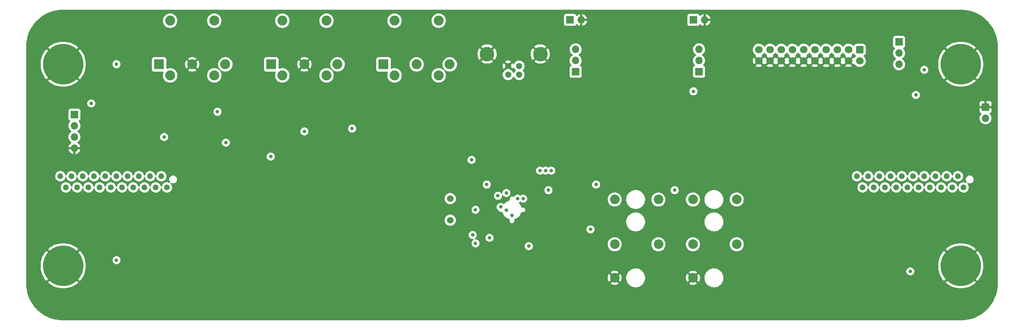
<source format=gbr>
%TF.GenerationSoftware,KiCad,Pcbnew,(6.0.5-0)*%
%TF.CreationDate,2022-06-25T13:19:03+02:00*%
%TF.ProjectId,hoatzin,686f6174-7a69-46e2-9e6b-696361645f70,rev?*%
%TF.SameCoordinates,Original*%
%TF.FileFunction,Copper,L2,Inr*%
%TF.FilePolarity,Positive*%
%FSLAX46Y46*%
G04 Gerber Fmt 4.6, Leading zero omitted, Abs format (unit mm)*
G04 Created by KiCad (PCBNEW (6.0.5-0)) date 2022-06-25 13:19:03*
%MOMM*%
%LPD*%
G01*
G04 APERTURE LIST*
G04 Aperture macros list*
%AMRoundRect*
0 Rectangle with rounded corners*
0 $1 Rounding radius*
0 $2 $3 $4 $5 $6 $7 $8 $9 X,Y pos of 4 corners*
0 Add a 4 corners polygon primitive as box body*
4,1,4,$2,$3,$4,$5,$6,$7,$8,$9,$2,$3,0*
0 Add four circle primitives for the rounded corners*
1,1,$1+$1,$2,$3*
1,1,$1+$1,$4,$5*
1,1,$1+$1,$6,$7*
1,1,$1+$1,$8,$9*
0 Add four rect primitives between the rounded corners*
20,1,$1+$1,$2,$3,$4,$5,0*
20,1,$1+$1,$4,$5,$6,$7,0*
20,1,$1+$1,$6,$7,$8,$9,0*
20,1,$1+$1,$8,$9,$2,$3,0*%
G04 Aperture macros list end*
%TA.AperFunction,ComponentPad*%
%ADD10C,3.316000*%
%TD*%
%TA.AperFunction,ComponentPad*%
%ADD11C,1.428000*%
%TD*%
%TA.AperFunction,ComponentPad*%
%ADD12R,1.700000X1.700000*%
%TD*%
%TA.AperFunction,ComponentPad*%
%ADD13O,1.700000X1.700000*%
%TD*%
%TA.AperFunction,ComponentPad*%
%ADD14C,9.200000*%
%TD*%
%TA.AperFunction,ComponentPad*%
%ADD15RoundRect,0.250000X-0.600000X0.600000X-0.600000X-0.600000X0.600000X-0.600000X0.600000X0.600000X0*%
%TD*%
%TA.AperFunction,ComponentPad*%
%ADD16C,1.700000*%
%TD*%
%TA.AperFunction,ComponentPad*%
%ADD17C,1.500000*%
%TD*%
%TA.AperFunction,ComponentPad*%
%ADD18R,2.250000X2.250000*%
%TD*%
%TA.AperFunction,ComponentPad*%
%ADD19C,2.250000*%
%TD*%
%TA.AperFunction,ComponentPad*%
%ADD20C,1.320800*%
%TD*%
%TA.AperFunction,ComponentPad*%
%ADD21C,2.172000*%
%TD*%
%TA.AperFunction,ViaPad*%
%ADD22C,0.800000*%
%TD*%
G04 APERTURE END LIST*
D10*
%TO.N,GND*%
%TO.C,J6*%
X136601000Y-61176000D03*
X148641000Y-61176000D03*
D11*
%TO.N,USB_VBUS*%
X141371000Y-65886000D03*
%TO.N,USB_OTG_FS_D-*%
X143871000Y-65886000D03*
%TO.N,USB_OTG_FS_D+*%
X143871000Y-63886000D03*
%TO.N,GND*%
X141371000Y-63886000D03*
%TD*%
D12*
%TO.N,3.3V_REG*%
%TO.C,J11*%
X184597000Y-65197000D03*
D13*
%TO.N,+3V3*%
X184597000Y-62657000D03*
%TO.N,3.3V_EXT*%
X184597000Y-60117000D03*
%TD*%
D14*
%TO.N,GND*%
%TO.C,H3*%
X40640000Y-109220000D03*
%TD*%
D15*
%TO.N,+3V3*%
%TO.C,J7*%
X220980000Y-60207500D03*
D16*
%TO.N,unconnected-(J7-Pad2)*%
X220980000Y-62747500D03*
%TO.N,unconnected-(J7-Pad3)*%
X218440000Y-60207500D03*
%TO.N,GND*%
X218440000Y-62747500D03*
%TO.N,unconnected-(J7-Pad5)*%
X215900000Y-60207500D03*
%TO.N,GND*%
X215900000Y-62747500D03*
%TO.N,JTMS_SWDIO*%
X213360000Y-60207500D03*
%TO.N,GND*%
X213360000Y-62747500D03*
%TO.N,JTCK_SWCLK*%
X210820000Y-60207500D03*
%TO.N,GND*%
X210820000Y-62747500D03*
%TO.N,unconnected-(J7-Pad11)*%
X208280000Y-60207500D03*
%TO.N,GND*%
X208280000Y-62747500D03*
%TO.N,JTDO_SWO*%
X205740000Y-60207500D03*
%TO.N,GND*%
X205740000Y-62747500D03*
%TO.N,NRST*%
X203200000Y-60207500D03*
%TO.N,GND*%
X203200000Y-62747500D03*
%TO.N,unconnected-(J7-Pad17)*%
X200660000Y-60207500D03*
%TO.N,GND*%
X200660000Y-62747500D03*
%TO.N,unconnected-(J7-Pad19)*%
X198120000Y-60207500D03*
%TO.N,GND*%
X198120000Y-62747500D03*
%TD*%
D17*
%TO.N,Net-(C2-Pad2)*%
%TO.C,e1*%
X128270000Y-93979998D03*
%TO.N,Net-(C3-Pad2)*%
X128270000Y-98859998D03*
%TD*%
D18*
%TO.N,unconnected-(J4-Pad1)*%
%TO.C,J4*%
X62350000Y-63529000D03*
D19*
%TO.N,GND*%
X69850000Y-63529000D03*
%TO.N,unconnected-(J4-Pad3)*%
X77350000Y-63529000D03*
%TO.N,Net-(J4-Pad4)*%
X64850000Y-66029000D03*
%TO.N,Net-(J4-Pad5)*%
X74850000Y-66029000D03*
%TO.N,N/C*%
X64850000Y-53629000D03*
X74850000Y-53629000D03*
%TD*%
D12*
%TO.N,GND*%
%TO.C,J16*%
X249450000Y-73210000D03*
D13*
%TO.N,NRST*%
X249450000Y-75750000D03*
%TD*%
D14*
%TO.N,GND*%
%TO.C,H1*%
X40640000Y-63500000D03*
%TD*%
D12*
%TO.N,Net-(J10-Pad1)*%
%TO.C,J10*%
X229870000Y-58435000D03*
D13*
%TO.N,Net-(J10-Pad2)*%
X229870000Y-60975000D03*
%TO.N,Net-(J10-Pad3)*%
X229870000Y-63515000D03*
%TD*%
D14*
%TO.N,GND*%
%TO.C,H2*%
X243840000Y-109220000D03*
%TD*%
D12*
%TO.N,USB_VBUS*%
%TO.C,J14*%
X156657000Y-65212000D03*
D13*
%TO.N,+5V*%
X156657000Y-62672000D03*
%TO.N,5V_EXT*%
X156657000Y-60132000D03*
%TD*%
D12*
%TO.N,3.3V_EXT*%
%TO.C,J13*%
X183327000Y-53462000D03*
D13*
%TO.N,GND*%
X185867000Y-53462000D03*
%TD*%
D14*
%TO.N,GND*%
%TO.C,H4*%
X243840000Y-63500000D03*
%TD*%
D18*
%TO.N,unconnected-(J3-Pad1)*%
%TO.C,J3*%
X113150000Y-63529000D03*
D19*
%TO.N,unconnected-(J3-Pad2)*%
X120650000Y-63529000D03*
%TO.N,unconnected-(J3-Pad3)*%
X128150000Y-63529000D03*
%TO.N,Net-(J3-Pad4)*%
X115650000Y-66029000D03*
%TO.N,Net-(D1-Pad2)*%
X125650000Y-66029000D03*
%TO.N,N/C*%
X115650000Y-53629000D03*
X125650000Y-53629000D03*
%TD*%
D12*
%TO.N,5V_EXT*%
%TO.C,J12*%
X155387000Y-53462000D03*
D13*
%TO.N,GND*%
X157927000Y-53462000D03*
%TD*%
D18*
%TO.N,unconnected-(J5-Pad1)*%
%TO.C,J5*%
X87750000Y-63529000D03*
D19*
%TO.N,GND*%
X95250000Y-63529000D03*
%TO.N,unconnected-(J5-Pad3)*%
X102750000Y-63529000D03*
%TO.N,Net-(J5-Pad4)*%
X90250000Y-66029000D03*
%TO.N,Net-(J5-Pad5)*%
X100250000Y-66029000D03*
%TO.N,N/C*%
X90250000Y-53629000D03*
X100250000Y-53629000D03*
%TD*%
D20*
%TO.N,K_R_MK5*%
%TO.C,J2*%
X220345000Y-88900000D03*
%TO.N,K_R_T0*%
X221615000Y-91440000D03*
%TO.N,K_R_BR5*%
X222885000Y-88900000D03*
%TO.N,K_R_T1*%
X224155000Y-91440000D03*
%TO.N,K_R_MK6*%
X225425000Y-88900000D03*
%TO.N,K_R_T2*%
X226695000Y-91440000D03*
%TO.N,K_R_BR6*%
X227965000Y-88900000D03*
%TO.N,K_R_T3*%
X229235000Y-91440000D03*
%TO.N,K_R_MK7*%
X230505000Y-88900000D03*
%TO.N,K_R_T4*%
X231775000Y-91440000D03*
%TO.N,K_R_BR7*%
X233045000Y-88900000D03*
%TO.N,K_R_T5*%
X234315000Y-91440000D03*
%TO.N,K_R_MK8*%
X235585000Y-88900000D03*
%TO.N,K_R_T6*%
X236855000Y-91440000D03*
%TO.N,K_R_BR8*%
X238125000Y-88900000D03*
%TO.N,K_R_T7*%
X239395000Y-91440000D03*
%TO.N,K_R_MK9*%
X240665000Y-88900000D03*
%TO.N,K_R_BR10*%
X241935000Y-91440000D03*
%TO.N,K_R_BR9*%
X243205000Y-88900000D03*
%TO.N,K_R_MK10*%
X244475000Y-91440000D03*
%TD*%
D21*
%TO.N,unconnected-(J9-PadR1)*%
%TO.C,J9*%
X183210000Y-104343000D03*
%TO.N,unconnected-(J9-PadRB1)*%
X193116000Y-104343000D03*
%TO.N,GND*%
X183210000Y-111963000D03*
%TO.N,TRS2_T*%
X183210000Y-94183000D03*
%TO.N,unconnected-(J9-PadTB1)*%
X193116000Y-94183000D03*
%TD*%
%TO.N,TRS1_R*%
%TO.C,J8*%
X165490000Y-104343000D03*
%TO.N,unconnected-(J8-PadRB1)*%
X175396000Y-104343000D03*
%TO.N,GND*%
X165490000Y-111963000D03*
%TO.N,TRS1_T*%
X165490000Y-94183000D03*
%TO.N,unconnected-(J8-PadTB1)*%
X175396000Y-94183000D03*
%TD*%
D12*
%TO.N,Aftertouch*%
%TO.C,J15*%
X43180000Y-74930000D03*
D13*
%TO.N,unconnected-(J15-Pad2)*%
X43180000Y-77470000D03*
%TO.N,unconnected-(J15-Pad3)*%
X43180000Y-80010000D03*
%TO.N,GND*%
X43180000Y-82550000D03*
%TD*%
D20*
%TO.N,K_L_MK0*%
%TO.C,J1*%
X40005000Y-88900000D03*
%TO.N,K_L_T0*%
X41275000Y-91440000D03*
%TO.N,K_L_BR0*%
X42545000Y-88900000D03*
%TO.N,K_L_T1*%
X43815000Y-91440000D03*
%TO.N,K_L_MK1*%
X45085000Y-88900000D03*
%TO.N,K_L_T2*%
X46355000Y-91440000D03*
%TO.N,K_L_BR1*%
X47625000Y-88900000D03*
%TO.N,K_L_T3*%
X48895000Y-91440000D03*
%TO.N,K_L_MK2*%
X50165000Y-88900000D03*
%TO.N,K_L_T4*%
X51435000Y-91440000D03*
%TO.N,K_L_BR2*%
X52705000Y-88900000D03*
%TO.N,K_L_T5*%
X53975000Y-91440000D03*
%TO.N,K_L_MK3*%
X55245000Y-88900000D03*
%TO.N,K_L_T6*%
X56515000Y-91440000D03*
%TO.N,K_L_BR3*%
X57785000Y-88900000D03*
%TO.N,K_L_T7*%
X59055000Y-91440000D03*
%TO.N,K_L_MK4*%
X60325000Y-88900000D03*
%TO.N,unconnected-(J1-Pad18)*%
X61595000Y-91440000D03*
%TO.N,K_L_BR4*%
X62865000Y-88900000D03*
%TO.N,unconnected-(J1-Pad20)*%
X64135000Y-91440000D03*
%TD*%
D22*
%TO.N,+3V3*%
X87630000Y-84455000D03*
%TO.N,+5V*%
X75565000Y-74295000D03*
X63500000Y-80010000D03*
X95250000Y-78740000D03*
%TO.N,GND*%
X116840000Y-80010000D03*
%TO.N,+5V*%
X106045000Y-78105000D03*
%TO.N,GND*%
X87822000Y-79183000D03*
X149860000Y-93980000D03*
X176342000Y-60132000D03*
X120015000Y-92710000D03*
X175072000Y-70292000D03*
X158750000Y-94615000D03*
X158750000Y-104140000D03*
X146050000Y-99060000D03*
X140970000Y-99695000D03*
X180787000Y-66482000D03*
X136525000Y-88900000D03*
X169992000Y-63307000D03*
%TO.N,JTMS_SWDIO*%
X151130000Y-87630000D03*
%TO.N,JTCK_SWCLK*%
X148590000Y-87630000D03*
%TO.N,JTDO_SWO*%
X149860000Y-87630000D03*
%TO.N,NRST*%
X139065000Y-93345000D03*
%TO.N,TRS1_R*%
X140970000Y-96609500D03*
%TO.N,TRS1_T*%
X139700000Y-95885000D03*
%TO.N,TRS2_T*%
X142240000Y-97790000D03*
%TO.N,+3V3*%
X161290000Y-90805000D03*
X233680000Y-70485000D03*
X52705000Y-107950000D03*
X150495000Y-92075000D03*
X46990000Y-72390000D03*
X146050000Y-104775000D03*
X235585000Y-64770000D03*
X232410000Y-110490000D03*
X160020000Y-100965000D03*
X179070000Y-92075000D03*
X136525000Y-90805000D03*
X133985000Y-104140000D03*
X183327000Y-69657000D03*
X52705000Y-63500000D03*
%TO.N,MIDI_UART_RX*%
X133096000Y-85185980D03*
X137160000Y-102870000D03*
%TO.N,USB_OTG_FS_D+*%
X144780000Y-93980000D03*
%TO.N,USB_OTG_FS_D-*%
X143510000Y-93980000D03*
%TO.N,MIDI_UART_TX*%
X133350000Y-102235000D03*
X77470000Y-81280000D03*
%TO.N,Net-(J10-Pad2)*%
X140970000Y-92710000D03*
%TO.N,Aftertouch*%
X133985000Y-96520000D03*
%TD*%
%TA.AperFunction,Conductor*%
%TO.N,GND*%
G36*
X243810018Y-51120000D02*
G01*
X243824851Y-51122310D01*
X243824855Y-51122310D01*
X243833724Y-51123691D01*
X243842626Y-51122527D01*
X243842629Y-51122527D01*
X243856536Y-51120708D01*
X243876995Y-51119711D01*
X244384076Y-51136311D01*
X244392280Y-51136849D01*
X244929905Y-51189801D01*
X244938062Y-51190875D01*
X245471086Y-51278877D01*
X245479172Y-51280486D01*
X246005272Y-51403156D01*
X246013226Y-51405287D01*
X246530205Y-51562111D01*
X246538013Y-51564761D01*
X247043600Y-51755051D01*
X247051217Y-51758206D01*
X247543288Y-51981160D01*
X247550683Y-51984807D01*
X248027109Y-52239462D01*
X248034249Y-52243584D01*
X248126260Y-52300800D01*
X248493024Y-52528868D01*
X248499850Y-52533429D01*
X248891022Y-52813739D01*
X248938982Y-52848107D01*
X248945524Y-52853127D01*
X249363115Y-53195836D01*
X249369314Y-53201272D01*
X249540687Y-53361780D01*
X249763618Y-53570578D01*
X249769422Y-53576382D01*
X249904380Y-53720475D01*
X250138728Y-53970686D01*
X250144164Y-53976885D01*
X250486873Y-54394476D01*
X250491893Y-54401018D01*
X250806571Y-54840150D01*
X250811132Y-54846976D01*
X251021615Y-55185461D01*
X251096416Y-55305751D01*
X251100538Y-55312891D01*
X251355193Y-55789317D01*
X251358840Y-55796712D01*
X251581794Y-56288783D01*
X251584949Y-56296400D01*
X251775239Y-56801987D01*
X251777889Y-56809795D01*
X251934713Y-57326774D01*
X251936844Y-57334728D01*
X251983977Y-57536866D01*
X252059514Y-57860827D01*
X252061123Y-57868914D01*
X252149124Y-58401929D01*
X252150199Y-58410095D01*
X252200402Y-58919806D01*
X252203150Y-58947708D01*
X252203689Y-58955924D01*
X252212150Y-59214376D01*
X252220041Y-59455451D01*
X252218608Y-59478955D01*
X252216309Y-59493724D01*
X252217473Y-59502626D01*
X252217473Y-59502628D01*
X252220436Y-59525283D01*
X252221500Y-59541621D01*
X252221500Y-113170633D01*
X252220000Y-113190018D01*
X252217690Y-113204851D01*
X252217690Y-113204855D01*
X252216309Y-113213724D01*
X252217473Y-113222626D01*
X252217473Y-113222629D01*
X252219292Y-113236536D01*
X252220289Y-113256995D01*
X252208230Y-113625383D01*
X252203690Y-113764064D01*
X252203151Y-113772280D01*
X252150200Y-114309896D01*
X252149124Y-114318071D01*
X252061123Y-114851086D01*
X252059514Y-114859173D01*
X251936847Y-115385262D01*
X251934713Y-115393226D01*
X251777889Y-115910205D01*
X251775239Y-115918013D01*
X251584949Y-116423600D01*
X251581794Y-116431217D01*
X251358840Y-116923288D01*
X251355193Y-116930683D01*
X251100538Y-117407109D01*
X251096416Y-117414249D01*
X250811132Y-117873024D01*
X250806571Y-117879850D01*
X250535267Y-118258454D01*
X250491893Y-118318982D01*
X250486873Y-118325524D01*
X250144164Y-118743115D01*
X250138728Y-118749314D01*
X249978220Y-118920687D01*
X249769422Y-119143618D01*
X249763618Y-119149422D01*
X249540687Y-119358220D01*
X249369314Y-119518728D01*
X249363115Y-119524164D01*
X248945524Y-119866873D01*
X248938982Y-119871893D01*
X248499850Y-120186571D01*
X248493024Y-120191132D01*
X248130453Y-120416593D01*
X248034249Y-120476416D01*
X248027109Y-120480538D01*
X247550683Y-120735193D01*
X247543288Y-120738840D01*
X247051217Y-120961794D01*
X247043600Y-120964949D01*
X246538013Y-121155239D01*
X246530205Y-121157889D01*
X246013226Y-121314713D01*
X246005272Y-121316844D01*
X245479173Y-121439514D01*
X245471087Y-121441123D01*
X244938062Y-121529125D01*
X244929905Y-121530199D01*
X244392280Y-121583151D01*
X244384076Y-121583689D01*
X244054900Y-121594465D01*
X243884549Y-121600041D01*
X243861045Y-121598608D01*
X243857842Y-121598110D01*
X243846276Y-121596309D01*
X243837374Y-121597473D01*
X243837372Y-121597473D01*
X243823464Y-121599292D01*
X243814714Y-121600436D01*
X243798379Y-121601500D01*
X40689367Y-121601500D01*
X40669982Y-121600000D01*
X40655149Y-121597690D01*
X40655145Y-121597690D01*
X40646276Y-121596309D01*
X40637374Y-121597473D01*
X40637371Y-121597473D01*
X40623464Y-121599292D01*
X40603005Y-121600289D01*
X40095924Y-121583689D01*
X40087720Y-121583151D01*
X39550095Y-121530199D01*
X39541938Y-121529125D01*
X39008913Y-121441123D01*
X39000827Y-121439514D01*
X38474728Y-121316844D01*
X38466774Y-121314713D01*
X37949795Y-121157889D01*
X37941987Y-121155239D01*
X37436400Y-120964949D01*
X37428783Y-120961794D01*
X36936712Y-120738840D01*
X36929317Y-120735193D01*
X36452891Y-120480538D01*
X36445751Y-120476416D01*
X36349547Y-120416593D01*
X35986976Y-120191132D01*
X35980150Y-120186571D01*
X35541018Y-119871893D01*
X35534476Y-119866873D01*
X35116885Y-119524164D01*
X35110686Y-119518728D01*
X34939313Y-119358220D01*
X34716382Y-119149422D01*
X34710578Y-119143618D01*
X34501780Y-118920687D01*
X34341272Y-118749314D01*
X34335836Y-118743115D01*
X33993127Y-118325524D01*
X33988107Y-118318982D01*
X33944733Y-118258454D01*
X33673429Y-117879850D01*
X33668868Y-117873024D01*
X33383584Y-117414249D01*
X33379462Y-117407109D01*
X33124807Y-116930683D01*
X33121160Y-116923288D01*
X32898206Y-116431217D01*
X32895051Y-116423600D01*
X32704761Y-115918013D01*
X32702111Y-115910205D01*
X32545287Y-115393226D01*
X32543153Y-115385262D01*
X32420486Y-114859173D01*
X32418877Y-114851086D01*
X32330876Y-114318071D01*
X32329800Y-114309896D01*
X32276849Y-113772280D01*
X32276310Y-113764064D01*
X32272549Y-113649146D01*
X32260083Y-113268355D01*
X32261763Y-113243329D01*
X32262769Y-113237352D01*
X32262770Y-113237345D01*
X32263576Y-113232552D01*
X32263729Y-113220000D01*
X32259773Y-113192376D01*
X32258500Y-113174514D01*
X32258500Y-113008238D01*
X37217302Y-113008238D01*
X37217328Y-113008608D01*
X37223117Y-113017197D01*
X37351493Y-113134832D01*
X37355681Y-113138347D01*
X37705207Y-113406546D01*
X37709698Y-113409691D01*
X38081243Y-113646391D01*
X38086015Y-113649146D01*
X38476763Y-113852556D01*
X38481751Y-113854883D01*
X38888756Y-114023469D01*
X38893925Y-114025351D01*
X39314063Y-114157820D01*
X39319386Y-114159246D01*
X39749473Y-114254594D01*
X39754885Y-114255549D01*
X40191645Y-114313049D01*
X40197144Y-114313531D01*
X40637252Y-114332746D01*
X40642748Y-114332746D01*
X41082856Y-114313531D01*
X41088355Y-114313049D01*
X41525115Y-114255549D01*
X41530527Y-114254594D01*
X41960614Y-114159246D01*
X41965937Y-114157820D01*
X42386075Y-114025351D01*
X42391244Y-114023469D01*
X42798249Y-113854883D01*
X42803237Y-113852556D01*
X43193985Y-113649146D01*
X43198757Y-113646391D01*
X43570302Y-113409691D01*
X43574793Y-113406546D01*
X43768111Y-113258209D01*
X164559620Y-113258209D01*
X164565347Y-113265860D01*
X164759881Y-113385070D01*
X164768675Y-113389551D01*
X164991331Y-113481778D01*
X165000716Y-113484827D01*
X165235059Y-113541089D01*
X165244806Y-113542632D01*
X165485070Y-113561541D01*
X165494930Y-113561541D01*
X165735194Y-113542632D01*
X165744941Y-113541089D01*
X165979284Y-113484827D01*
X165988669Y-113481778D01*
X166211325Y-113389551D01*
X166220119Y-113385070D01*
X166410986Y-113268107D01*
X166420446Y-113257651D01*
X166416662Y-113248873D01*
X165502811Y-112335021D01*
X165488868Y-112327408D01*
X165487034Y-112327539D01*
X165480420Y-112331790D01*
X164566377Y-113245834D01*
X164559620Y-113258209D01*
X43768111Y-113258209D01*
X43924319Y-113138347D01*
X43928507Y-113134832D01*
X44054539Y-113019345D01*
X44062753Y-113005749D01*
X44062743Y-113005379D01*
X44057332Y-112996542D01*
X40652812Y-109592022D01*
X40638868Y-109584408D01*
X40637035Y-109584539D01*
X40630420Y-109588790D01*
X37224916Y-112994294D01*
X37217302Y-113008238D01*
X32258500Y-113008238D01*
X32258500Y-109222748D01*
X35527254Y-109222748D01*
X35546469Y-109662856D01*
X35546951Y-109668355D01*
X35604451Y-110105115D01*
X35605406Y-110110527D01*
X35700754Y-110540614D01*
X35702180Y-110545937D01*
X35834649Y-110966075D01*
X35836531Y-110971244D01*
X36005117Y-111378249D01*
X36007444Y-111383237D01*
X36210854Y-111773985D01*
X36213609Y-111778757D01*
X36450309Y-112150302D01*
X36453454Y-112154793D01*
X36721653Y-112504319D01*
X36725168Y-112508507D01*
X36840655Y-112634539D01*
X36854251Y-112642753D01*
X36854621Y-112642743D01*
X36863458Y-112637332D01*
X40267978Y-109232812D01*
X40274356Y-109221132D01*
X41004408Y-109221132D01*
X41004539Y-109222965D01*
X41008790Y-109229580D01*
X44414294Y-112635084D01*
X44428238Y-112642698D01*
X44428608Y-112642672D01*
X44437197Y-112636883D01*
X44554832Y-112508507D01*
X44558347Y-112504319D01*
X44826546Y-112154793D01*
X44829691Y-112150302D01*
X44945875Y-111967930D01*
X163891459Y-111967930D01*
X163910368Y-112208194D01*
X163911911Y-112217941D01*
X163968173Y-112452284D01*
X163971222Y-112461669D01*
X164063449Y-112684325D01*
X164067930Y-112693119D01*
X164184893Y-112883986D01*
X164195349Y-112893446D01*
X164204127Y-112889662D01*
X165117979Y-111975811D01*
X165124356Y-111964132D01*
X165854408Y-111964132D01*
X165854539Y-111965966D01*
X165858790Y-111972580D01*
X166772834Y-112886623D01*
X166785209Y-112893380D01*
X166792860Y-112887653D01*
X166912070Y-112693119D01*
X166916551Y-112684325D01*
X167008778Y-112461669D01*
X167011827Y-112452284D01*
X167068089Y-112217941D01*
X167069632Y-112208194D01*
X167078358Y-112097314D01*
X168105134Y-112097314D01*
X168143115Y-112385806D01*
X168219897Y-112666474D01*
X168221581Y-112670422D01*
X168316681Y-112893380D01*
X168334060Y-112934125D01*
X168378637Y-113008608D01*
X168456284Y-113138347D01*
X168483490Y-113183806D01*
X168665424Y-113410897D01*
X168668540Y-113413854D01*
X168668541Y-113413855D01*
X168685794Y-113430227D01*
X168876495Y-113611195D01*
X168879974Y-113613695D01*
X168879979Y-113613699D01*
X169046606Y-113733432D01*
X169112796Y-113780994D01*
X169369955Y-113917153D01*
X169643214Y-114017152D01*
X169927516Y-114079140D01*
X169956575Y-114081427D01*
X170153263Y-114096907D01*
X170153272Y-114096907D01*
X170155720Y-114097100D01*
X170313152Y-114097100D01*
X170315288Y-114096954D01*
X170315299Y-114096954D01*
X170526030Y-114082588D01*
X170526036Y-114082587D01*
X170530307Y-114082296D01*
X170534502Y-114081427D01*
X170534504Y-114081427D01*
X170672775Y-114052792D01*
X170815243Y-114023289D01*
X171089534Y-113926157D01*
X171348105Y-113792699D01*
X171351606Y-113790238D01*
X171351610Y-113790236D01*
X171467138Y-113709041D01*
X171586171Y-113625383D01*
X171799327Y-113427306D01*
X171919737Y-113280194D01*
X171937732Y-113258209D01*
X182279620Y-113258209D01*
X182285347Y-113265860D01*
X182479881Y-113385070D01*
X182488675Y-113389551D01*
X182711331Y-113481778D01*
X182720716Y-113484827D01*
X182955059Y-113541089D01*
X182964806Y-113542632D01*
X183205070Y-113561541D01*
X183214930Y-113561541D01*
X183455194Y-113542632D01*
X183464941Y-113541089D01*
X183699284Y-113484827D01*
X183708669Y-113481778D01*
X183931325Y-113389551D01*
X183940119Y-113385070D01*
X184130986Y-113268107D01*
X184140446Y-113257651D01*
X184136662Y-113248873D01*
X183222811Y-112335021D01*
X183208868Y-112327408D01*
X183207034Y-112327539D01*
X183200420Y-112331790D01*
X182286377Y-113245834D01*
X182279620Y-113258209D01*
X171937732Y-113258209D01*
X171980916Y-113205448D01*
X171980918Y-113205445D01*
X171983629Y-113202133D01*
X172135667Y-112954031D01*
X172252626Y-112687590D01*
X172257517Y-112670422D01*
X172331167Y-112411869D01*
X172332343Y-112407741D01*
X172368342Y-112154793D01*
X172372737Y-112123915D01*
X172372737Y-112123913D01*
X172373342Y-112119663D01*
X172373460Y-112097314D01*
X172374137Y-111967930D01*
X181611459Y-111967930D01*
X181630368Y-112208194D01*
X181631911Y-112217941D01*
X181688173Y-112452284D01*
X181691222Y-112461669D01*
X181783449Y-112684325D01*
X181787930Y-112693119D01*
X181904893Y-112883986D01*
X181915349Y-112893446D01*
X181924127Y-112889662D01*
X182837979Y-111975811D01*
X182844356Y-111964132D01*
X183574408Y-111964132D01*
X183574539Y-111965966D01*
X183578790Y-111972580D01*
X184492834Y-112886623D01*
X184505209Y-112893380D01*
X184512860Y-112887653D01*
X184632070Y-112693119D01*
X184636551Y-112684325D01*
X184728778Y-112461669D01*
X184731827Y-112452284D01*
X184788089Y-112217941D01*
X184789632Y-112208194D01*
X184798358Y-112097314D01*
X185825134Y-112097314D01*
X185863115Y-112385806D01*
X185939897Y-112666474D01*
X185941581Y-112670422D01*
X186036681Y-112893380D01*
X186054060Y-112934125D01*
X186098637Y-113008608D01*
X186176284Y-113138347D01*
X186203490Y-113183806D01*
X186385424Y-113410897D01*
X186388540Y-113413854D01*
X186388541Y-113413855D01*
X186405794Y-113430227D01*
X186596495Y-113611195D01*
X186599974Y-113613695D01*
X186599979Y-113613699D01*
X186766606Y-113733432D01*
X186832796Y-113780994D01*
X187089955Y-113917153D01*
X187363214Y-114017152D01*
X187647516Y-114079140D01*
X187676575Y-114081427D01*
X187873263Y-114096907D01*
X187873272Y-114096907D01*
X187875720Y-114097100D01*
X188033152Y-114097100D01*
X188035288Y-114096954D01*
X188035299Y-114096954D01*
X188246030Y-114082588D01*
X188246036Y-114082587D01*
X188250307Y-114082296D01*
X188254502Y-114081427D01*
X188254504Y-114081427D01*
X188392775Y-114052792D01*
X188535243Y-114023289D01*
X188809534Y-113926157D01*
X189068105Y-113792699D01*
X189071606Y-113790238D01*
X189071610Y-113790236D01*
X189187138Y-113709041D01*
X189306171Y-113625383D01*
X189519327Y-113427306D01*
X189639737Y-113280194D01*
X189700916Y-113205448D01*
X189700918Y-113205445D01*
X189703629Y-113202133D01*
X189822449Y-113008238D01*
X240417302Y-113008238D01*
X240417328Y-113008608D01*
X240423117Y-113017197D01*
X240551493Y-113134832D01*
X240555681Y-113138347D01*
X240905207Y-113406546D01*
X240909698Y-113409691D01*
X241281243Y-113646391D01*
X241286015Y-113649146D01*
X241676763Y-113852556D01*
X241681751Y-113854883D01*
X242088756Y-114023469D01*
X242093925Y-114025351D01*
X242514063Y-114157820D01*
X242519386Y-114159246D01*
X242949473Y-114254594D01*
X242954885Y-114255549D01*
X243391645Y-114313049D01*
X243397144Y-114313531D01*
X243837252Y-114332746D01*
X243842748Y-114332746D01*
X244282856Y-114313531D01*
X244288355Y-114313049D01*
X244725115Y-114255549D01*
X244730527Y-114254594D01*
X245160614Y-114159246D01*
X245165937Y-114157820D01*
X245586075Y-114025351D01*
X245591244Y-114023469D01*
X245998249Y-113854883D01*
X246003237Y-113852556D01*
X246393985Y-113649146D01*
X246398757Y-113646391D01*
X246770302Y-113409691D01*
X246774793Y-113406546D01*
X247124319Y-113138347D01*
X247128507Y-113134832D01*
X247254539Y-113019345D01*
X247262753Y-113005749D01*
X247262743Y-113005379D01*
X247257332Y-112996542D01*
X243852812Y-109592022D01*
X243838868Y-109584408D01*
X243837035Y-109584539D01*
X243830420Y-109588790D01*
X240424916Y-112994294D01*
X240417302Y-113008238D01*
X189822449Y-113008238D01*
X189855667Y-112954031D01*
X189972626Y-112687590D01*
X189977517Y-112670422D01*
X190051167Y-112411869D01*
X190052343Y-112407741D01*
X190088342Y-112154793D01*
X190092737Y-112123915D01*
X190092737Y-112123913D01*
X190093342Y-112119663D01*
X190093460Y-112097314D01*
X190094844Y-111832972D01*
X190094844Y-111832965D01*
X190094866Y-111828686D01*
X190087665Y-111773985D01*
X190057445Y-111544450D01*
X190056885Y-111540194D01*
X189980103Y-111259526D01*
X189941433Y-111168866D01*
X189867626Y-110995827D01*
X189867624Y-110995823D01*
X189865940Y-110991875D01*
X189716510Y-110742194D01*
X189534576Y-110515103D01*
X189517285Y-110498694D01*
X189508123Y-110490000D01*
X231496496Y-110490000D01*
X231497186Y-110496565D01*
X231498824Y-110512145D01*
X231516458Y-110679928D01*
X231575473Y-110861556D01*
X231670960Y-111026944D01*
X231798747Y-111168866D01*
X231953248Y-111281118D01*
X231959276Y-111283802D01*
X231959278Y-111283803D01*
X232121681Y-111356109D01*
X232127712Y-111358794D01*
X232219240Y-111378249D01*
X232308056Y-111397128D01*
X232308061Y-111397128D01*
X232314513Y-111398500D01*
X232505487Y-111398500D01*
X232511939Y-111397128D01*
X232511944Y-111397128D01*
X232600760Y-111378249D01*
X232692288Y-111358794D01*
X232698319Y-111356109D01*
X232860722Y-111283803D01*
X232860724Y-111283802D01*
X232866752Y-111281118D01*
X233021253Y-111168866D01*
X233149040Y-111026944D01*
X233244527Y-110861556D01*
X233303542Y-110679928D01*
X233321177Y-110512145D01*
X233322814Y-110496565D01*
X233323504Y-110490000D01*
X233310309Y-110364459D01*
X233304232Y-110306635D01*
X233304232Y-110306633D01*
X233303542Y-110300072D01*
X233244527Y-110118444D01*
X233236832Y-110105115D01*
X233180399Y-110007372D01*
X233149040Y-109953056D01*
X233021253Y-109811134D01*
X232866752Y-109698882D01*
X232860724Y-109696198D01*
X232860722Y-109696197D01*
X232698319Y-109623891D01*
X232698318Y-109623891D01*
X232692288Y-109621206D01*
X232598888Y-109601353D01*
X232511944Y-109582872D01*
X232511939Y-109582872D01*
X232505487Y-109581500D01*
X232314513Y-109581500D01*
X232308061Y-109582872D01*
X232308056Y-109582872D01*
X232221112Y-109601353D01*
X232127712Y-109621206D01*
X232121682Y-109623891D01*
X232121681Y-109623891D01*
X231959278Y-109696197D01*
X231959276Y-109696198D01*
X231953248Y-109698882D01*
X231798747Y-109811134D01*
X231670960Y-109953056D01*
X231639601Y-110007372D01*
X231583169Y-110105115D01*
X231575473Y-110118444D01*
X231516458Y-110300072D01*
X231515768Y-110306633D01*
X231515768Y-110306635D01*
X231509691Y-110364459D01*
X231496496Y-110490000D01*
X189508123Y-110490000D01*
X189326622Y-110317763D01*
X189323505Y-110314805D01*
X189320026Y-110312305D01*
X189320021Y-110312301D01*
X189090694Y-110147514D01*
X189087204Y-110145006D01*
X188830045Y-110008847D01*
X188556786Y-109908848D01*
X188272484Y-109846860D01*
X188228673Y-109843412D01*
X188046737Y-109829093D01*
X188046728Y-109829093D01*
X188044280Y-109828900D01*
X187886848Y-109828900D01*
X187884712Y-109829046D01*
X187884701Y-109829046D01*
X187673970Y-109843412D01*
X187673964Y-109843413D01*
X187669693Y-109843704D01*
X187665498Y-109844573D01*
X187665496Y-109844573D01*
X187650044Y-109847773D01*
X187384757Y-109902711D01*
X187110466Y-109999843D01*
X187106657Y-110001809D01*
X186906505Y-110105115D01*
X186851895Y-110133301D01*
X186848394Y-110135762D01*
X186848390Y-110135764D01*
X186831672Y-110147514D01*
X186613829Y-110300617D01*
X186610688Y-110303536D01*
X186410029Y-110490000D01*
X186400673Y-110498694D01*
X186216371Y-110723867D01*
X186064333Y-110971969D01*
X185947374Y-111238410D01*
X185946198Y-111242538D01*
X185946197Y-111242541D01*
X185913082Y-111358794D01*
X185867657Y-111518259D01*
X185826658Y-111806337D01*
X185826636Y-111810626D01*
X185826635Y-111810633D01*
X185825787Y-111972580D01*
X185825134Y-112097314D01*
X184798358Y-112097314D01*
X184808541Y-111967930D01*
X184808541Y-111958070D01*
X184789632Y-111717806D01*
X184788089Y-111708059D01*
X184731827Y-111473716D01*
X184728778Y-111464331D01*
X184636551Y-111241675D01*
X184632070Y-111232881D01*
X184515107Y-111042014D01*
X184504651Y-111032554D01*
X184495873Y-111036338D01*
X183582021Y-111950189D01*
X183574408Y-111964132D01*
X182844356Y-111964132D01*
X182845592Y-111961868D01*
X182845461Y-111960034D01*
X182841210Y-111953420D01*
X181927166Y-111039377D01*
X181914791Y-111032620D01*
X181907140Y-111038347D01*
X181787930Y-111232881D01*
X181783449Y-111241675D01*
X181691222Y-111464331D01*
X181688173Y-111473716D01*
X181631911Y-111708059D01*
X181630368Y-111717806D01*
X181611459Y-111958070D01*
X181611459Y-111967930D01*
X172374137Y-111967930D01*
X172374844Y-111832972D01*
X172374844Y-111832965D01*
X172374866Y-111828686D01*
X172367665Y-111773985D01*
X172337445Y-111544450D01*
X172336885Y-111540194D01*
X172260103Y-111259526D01*
X172221433Y-111168866D01*
X172147626Y-110995827D01*
X172147624Y-110995823D01*
X172145940Y-110991875D01*
X171996510Y-110742194D01*
X171937349Y-110668349D01*
X182279554Y-110668349D01*
X182283338Y-110677127D01*
X183197189Y-111590979D01*
X183211132Y-111598592D01*
X183212966Y-111598461D01*
X183219580Y-111594210D01*
X184133623Y-110680166D01*
X184140380Y-110667791D01*
X184134653Y-110660140D01*
X183940119Y-110540930D01*
X183931325Y-110536449D01*
X183708669Y-110444222D01*
X183699284Y-110441173D01*
X183464941Y-110384911D01*
X183455194Y-110383368D01*
X183214930Y-110364459D01*
X183205070Y-110364459D01*
X182964806Y-110383368D01*
X182955059Y-110384911D01*
X182720716Y-110441173D01*
X182711331Y-110444222D01*
X182488675Y-110536449D01*
X182479881Y-110540930D01*
X182289014Y-110657893D01*
X182279554Y-110668349D01*
X171937349Y-110668349D01*
X171814576Y-110515103D01*
X171797285Y-110498694D01*
X171606622Y-110317763D01*
X171603505Y-110314805D01*
X171600026Y-110312305D01*
X171600021Y-110312301D01*
X171370694Y-110147514D01*
X171367204Y-110145006D01*
X171110045Y-110008847D01*
X170836786Y-109908848D01*
X170552484Y-109846860D01*
X170508673Y-109843412D01*
X170326737Y-109829093D01*
X170326728Y-109829093D01*
X170324280Y-109828900D01*
X170166848Y-109828900D01*
X170164712Y-109829046D01*
X170164701Y-109829046D01*
X169953970Y-109843412D01*
X169953964Y-109843413D01*
X169949693Y-109843704D01*
X169945498Y-109844573D01*
X169945496Y-109844573D01*
X169930044Y-109847773D01*
X169664757Y-109902711D01*
X169390466Y-109999843D01*
X169386657Y-110001809D01*
X169186505Y-110105115D01*
X169131895Y-110133301D01*
X169128394Y-110135762D01*
X169128390Y-110135764D01*
X169111672Y-110147514D01*
X168893829Y-110300617D01*
X168890688Y-110303536D01*
X168690029Y-110490000D01*
X168680673Y-110498694D01*
X168496371Y-110723867D01*
X168344333Y-110971969D01*
X168227374Y-111238410D01*
X168226198Y-111242538D01*
X168226197Y-111242541D01*
X168193082Y-111358794D01*
X168147657Y-111518259D01*
X168106658Y-111806337D01*
X168106636Y-111810626D01*
X168106635Y-111810633D01*
X168105787Y-111972580D01*
X168105134Y-112097314D01*
X167078358Y-112097314D01*
X167088541Y-111967930D01*
X167088541Y-111958070D01*
X167069632Y-111717806D01*
X167068089Y-111708059D01*
X167011827Y-111473716D01*
X167008778Y-111464331D01*
X166916551Y-111241675D01*
X166912070Y-111232881D01*
X166795107Y-111042014D01*
X166784651Y-111032554D01*
X166775873Y-111036338D01*
X165862021Y-111950189D01*
X165854408Y-111964132D01*
X165124356Y-111964132D01*
X165125592Y-111961868D01*
X165125461Y-111960034D01*
X165121210Y-111953420D01*
X164207166Y-111039377D01*
X164194791Y-111032620D01*
X164187140Y-111038347D01*
X164067930Y-111232881D01*
X164063449Y-111241675D01*
X163971222Y-111464331D01*
X163968173Y-111473716D01*
X163911911Y-111708059D01*
X163910368Y-111717806D01*
X163891459Y-111958070D01*
X163891459Y-111967930D01*
X44945875Y-111967930D01*
X45066391Y-111778757D01*
X45069146Y-111773985D01*
X45272556Y-111383237D01*
X45274883Y-111378249D01*
X45443469Y-110971244D01*
X45445351Y-110966075D01*
X45539224Y-110668349D01*
X164559554Y-110668349D01*
X164563338Y-110677127D01*
X165477189Y-111590979D01*
X165491132Y-111598592D01*
X165492966Y-111598461D01*
X165499580Y-111594210D01*
X166413623Y-110680166D01*
X166420380Y-110667791D01*
X166414653Y-110660140D01*
X166220119Y-110540930D01*
X166211325Y-110536449D01*
X165988669Y-110444222D01*
X165979284Y-110441173D01*
X165744941Y-110384911D01*
X165735194Y-110383368D01*
X165494930Y-110364459D01*
X165485070Y-110364459D01*
X165244806Y-110383368D01*
X165235059Y-110384911D01*
X165000716Y-110441173D01*
X164991331Y-110444222D01*
X164768675Y-110536449D01*
X164759881Y-110540930D01*
X164569014Y-110657893D01*
X164559554Y-110668349D01*
X45539224Y-110668349D01*
X45577820Y-110545937D01*
X45579246Y-110540614D01*
X45674594Y-110110527D01*
X45675549Y-110105115D01*
X45733049Y-109668355D01*
X45733531Y-109662856D01*
X45752746Y-109222748D01*
X238727254Y-109222748D01*
X238746469Y-109662856D01*
X238746951Y-109668355D01*
X238804451Y-110105115D01*
X238805406Y-110110527D01*
X238900754Y-110540614D01*
X238902180Y-110545937D01*
X239034649Y-110966075D01*
X239036531Y-110971244D01*
X239205117Y-111378249D01*
X239207444Y-111383237D01*
X239410854Y-111773985D01*
X239413609Y-111778757D01*
X239650309Y-112150302D01*
X239653454Y-112154793D01*
X239921653Y-112504319D01*
X239925168Y-112508507D01*
X240040655Y-112634539D01*
X240054251Y-112642753D01*
X240054621Y-112642743D01*
X240063458Y-112637332D01*
X243467978Y-109232812D01*
X243474356Y-109221132D01*
X244204408Y-109221132D01*
X244204539Y-109222965D01*
X244208790Y-109229580D01*
X247614294Y-112635084D01*
X247628238Y-112642698D01*
X247628608Y-112642672D01*
X247637197Y-112636883D01*
X247754832Y-112508507D01*
X247758347Y-112504319D01*
X248026546Y-112154793D01*
X248029691Y-112150302D01*
X248266391Y-111778757D01*
X248269146Y-111773985D01*
X248472556Y-111383237D01*
X248474883Y-111378249D01*
X248643469Y-110971244D01*
X248645351Y-110966075D01*
X248777820Y-110545937D01*
X248779246Y-110540614D01*
X248874594Y-110110527D01*
X248875549Y-110105115D01*
X248933049Y-109668355D01*
X248933531Y-109662856D01*
X248952746Y-109222748D01*
X248952746Y-109217252D01*
X248933531Y-108777144D01*
X248933049Y-108771645D01*
X248875549Y-108334885D01*
X248874594Y-108329473D01*
X248779246Y-107899386D01*
X248777820Y-107894063D01*
X248645351Y-107473925D01*
X248643469Y-107468756D01*
X248474883Y-107061751D01*
X248472556Y-107056763D01*
X248269146Y-106666015D01*
X248266391Y-106661243D01*
X248029691Y-106289698D01*
X248026546Y-106285207D01*
X247758347Y-105935681D01*
X247754832Y-105931493D01*
X247639345Y-105805461D01*
X247625749Y-105797247D01*
X247625379Y-105797257D01*
X247616542Y-105802668D01*
X244212022Y-109207188D01*
X244204408Y-109221132D01*
X243474356Y-109221132D01*
X243475592Y-109218868D01*
X243475461Y-109217035D01*
X243471210Y-109210420D01*
X240065706Y-105804916D01*
X240051762Y-105797302D01*
X240051392Y-105797328D01*
X240042803Y-105803117D01*
X239925168Y-105931493D01*
X239921653Y-105935681D01*
X239653454Y-106285207D01*
X239650309Y-106289698D01*
X239413609Y-106661243D01*
X239410854Y-106666015D01*
X239207444Y-107056763D01*
X239205117Y-107061751D01*
X239036531Y-107468756D01*
X239034649Y-107473925D01*
X238902180Y-107894063D01*
X238900754Y-107899386D01*
X238805406Y-108329473D01*
X238804451Y-108334885D01*
X238746951Y-108771645D01*
X238746469Y-108777144D01*
X238727254Y-109217252D01*
X238727254Y-109222748D01*
X45752746Y-109222748D01*
X45752746Y-109217252D01*
X45733531Y-108777144D01*
X45733049Y-108771645D01*
X45675549Y-108334885D01*
X45674594Y-108329473D01*
X45590467Y-107950000D01*
X51791496Y-107950000D01*
X51811458Y-108139928D01*
X51870473Y-108321556D01*
X51873776Y-108327278D01*
X51873777Y-108327279D01*
X51907686Y-108386010D01*
X51965960Y-108486944D01*
X52093747Y-108628866D01*
X52248248Y-108741118D01*
X52254276Y-108743802D01*
X52254278Y-108743803D01*
X52316813Y-108771645D01*
X52422712Y-108818794D01*
X52516113Y-108838647D01*
X52603056Y-108857128D01*
X52603061Y-108857128D01*
X52609513Y-108858500D01*
X52800487Y-108858500D01*
X52806939Y-108857128D01*
X52806944Y-108857128D01*
X52893887Y-108838647D01*
X52987288Y-108818794D01*
X53093187Y-108771645D01*
X53155722Y-108743803D01*
X53155724Y-108743802D01*
X53161752Y-108741118D01*
X53316253Y-108628866D01*
X53444040Y-108486944D01*
X53502314Y-108386010D01*
X53536223Y-108327279D01*
X53536224Y-108327278D01*
X53539527Y-108321556D01*
X53598542Y-108139928D01*
X53618504Y-107950000D01*
X53598542Y-107760072D01*
X53539527Y-107578444D01*
X53444040Y-107413056D01*
X53316253Y-107271134D01*
X53161752Y-107158882D01*
X53155724Y-107156198D01*
X53155722Y-107156197D01*
X52993319Y-107083891D01*
X52993318Y-107083891D01*
X52987288Y-107081206D01*
X52893887Y-107061353D01*
X52806944Y-107042872D01*
X52806939Y-107042872D01*
X52800487Y-107041500D01*
X52609513Y-107041500D01*
X52603061Y-107042872D01*
X52603056Y-107042872D01*
X52516113Y-107061353D01*
X52422712Y-107081206D01*
X52416682Y-107083891D01*
X52416681Y-107083891D01*
X52254278Y-107156197D01*
X52254276Y-107156198D01*
X52248248Y-107158882D01*
X52093747Y-107271134D01*
X51965960Y-107413056D01*
X51870473Y-107578444D01*
X51811458Y-107760072D01*
X51791496Y-107950000D01*
X45590467Y-107950000D01*
X45579246Y-107899386D01*
X45577820Y-107894063D01*
X45445351Y-107473925D01*
X45443469Y-107468756D01*
X45274883Y-107061751D01*
X45272556Y-107056763D01*
X45069146Y-106666015D01*
X45066391Y-106661243D01*
X44829691Y-106289698D01*
X44826546Y-106285207D01*
X44558347Y-105935681D01*
X44554832Y-105931493D01*
X44439345Y-105805461D01*
X44425749Y-105797247D01*
X44425379Y-105797257D01*
X44416542Y-105802668D01*
X41012022Y-109207188D01*
X41004408Y-109221132D01*
X40274356Y-109221132D01*
X40275592Y-109218868D01*
X40275461Y-109217035D01*
X40271210Y-109210420D01*
X36865706Y-105804916D01*
X36851762Y-105797302D01*
X36851392Y-105797328D01*
X36842803Y-105803117D01*
X36725168Y-105931493D01*
X36721653Y-105935681D01*
X36453454Y-106285207D01*
X36450309Y-106289698D01*
X36213609Y-106661243D01*
X36210854Y-106666015D01*
X36007444Y-107056763D01*
X36005117Y-107061751D01*
X35836531Y-107468756D01*
X35834649Y-107473925D01*
X35702180Y-107894063D01*
X35700754Y-107899386D01*
X35605406Y-108329473D01*
X35604451Y-108334885D01*
X35546951Y-108771645D01*
X35546469Y-108777144D01*
X35527254Y-109217252D01*
X35527254Y-109222748D01*
X32258500Y-109222748D01*
X32258500Y-105434251D01*
X37217247Y-105434251D01*
X37217257Y-105434621D01*
X37222668Y-105443458D01*
X40627188Y-108847978D01*
X40641132Y-108855592D01*
X40642965Y-108855461D01*
X40649580Y-108851210D01*
X44055084Y-105445706D01*
X44062698Y-105431762D01*
X44062672Y-105431392D01*
X44056883Y-105422803D01*
X43928507Y-105305168D01*
X43924319Y-105301653D01*
X43574793Y-105033454D01*
X43570302Y-105030309D01*
X43198757Y-104793609D01*
X43193985Y-104790854D01*
X42803237Y-104587444D01*
X42798249Y-104585117D01*
X42391244Y-104416531D01*
X42386075Y-104414649D01*
X41965937Y-104282180D01*
X41960614Y-104280754D01*
X41530527Y-104185406D01*
X41525115Y-104184451D01*
X41088355Y-104126951D01*
X41082856Y-104126469D01*
X40642748Y-104107254D01*
X40637252Y-104107254D01*
X40197144Y-104126469D01*
X40191645Y-104126951D01*
X39754885Y-104184451D01*
X39749473Y-104185406D01*
X39319386Y-104280754D01*
X39314063Y-104282180D01*
X38893925Y-104414649D01*
X38888756Y-104416531D01*
X38481751Y-104585117D01*
X38476763Y-104587444D01*
X38086015Y-104790854D01*
X38081243Y-104793609D01*
X37709698Y-105030309D01*
X37705207Y-105033454D01*
X37355681Y-105301653D01*
X37351493Y-105305168D01*
X37225461Y-105420655D01*
X37217247Y-105434251D01*
X32258500Y-105434251D01*
X32258500Y-102235000D01*
X132436496Y-102235000D01*
X132456458Y-102424928D01*
X132515473Y-102606556D01*
X132610960Y-102771944D01*
X132738747Y-102913866D01*
X132893248Y-103026118D01*
X132899276Y-103028802D01*
X132899278Y-103028803D01*
X133061681Y-103101109D01*
X133067712Y-103103794D01*
X133161113Y-103123647D01*
X133248056Y-103142128D01*
X133248061Y-103142128D01*
X133254513Y-103143500D01*
X133423144Y-103143500D01*
X133491265Y-103163502D01*
X133537758Y-103217158D01*
X133547862Y-103287432D01*
X133518368Y-103352012D01*
X133497205Y-103371436D01*
X133373747Y-103461134D01*
X133369326Y-103466044D01*
X133369325Y-103466045D01*
X133291257Y-103552749D01*
X133245960Y-103603056D01*
X133150473Y-103768444D01*
X133091458Y-103950072D01*
X133090768Y-103956633D01*
X133090768Y-103956635D01*
X133076963Y-104087981D01*
X133071496Y-104140000D01*
X133072186Y-104146565D01*
X133086440Y-104282180D01*
X133091458Y-104329928D01*
X133150473Y-104511556D01*
X133245960Y-104676944D01*
X133250378Y-104681851D01*
X133250379Y-104681852D01*
X133369325Y-104813955D01*
X133373747Y-104818866D01*
X133528248Y-104931118D01*
X133534276Y-104933802D01*
X133534278Y-104933803D01*
X133696681Y-105006109D01*
X133702712Y-105008794D01*
X133796113Y-105028647D01*
X133883056Y-105047128D01*
X133883061Y-105047128D01*
X133889513Y-105048500D01*
X134080487Y-105048500D01*
X134086939Y-105047128D01*
X134086944Y-105047128D01*
X134173888Y-105028647D01*
X134267288Y-105008794D01*
X134273319Y-105006109D01*
X134435722Y-104933803D01*
X134435724Y-104933802D01*
X134441752Y-104931118D01*
X134596253Y-104818866D01*
X134600675Y-104813955D01*
X134635750Y-104775000D01*
X145136496Y-104775000D01*
X145137186Y-104781565D01*
X145153187Y-104933803D01*
X145156458Y-104964928D01*
X145215473Y-105146556D01*
X145310960Y-105311944D01*
X145315378Y-105316851D01*
X145315379Y-105316852D01*
X145431400Y-105445706D01*
X145438747Y-105453866D01*
X145593248Y-105566118D01*
X145599276Y-105568802D01*
X145599278Y-105568803D01*
X145761681Y-105641109D01*
X145767712Y-105643794D01*
X145861113Y-105663647D01*
X145948056Y-105682128D01*
X145948061Y-105682128D01*
X145954513Y-105683500D01*
X146145487Y-105683500D01*
X146151939Y-105682128D01*
X146151944Y-105682128D01*
X146238887Y-105663647D01*
X146332288Y-105643794D01*
X146338319Y-105641109D01*
X146500722Y-105568803D01*
X146500724Y-105568802D01*
X146506752Y-105566118D01*
X146661253Y-105453866D01*
X146668600Y-105445706D01*
X146784621Y-105316852D01*
X146784622Y-105316851D01*
X146789040Y-105311944D01*
X146884527Y-105146556D01*
X146943542Y-104964928D01*
X146946814Y-104933803D01*
X146962814Y-104781565D01*
X146963504Y-104775000D01*
X146943542Y-104585072D01*
X146884527Y-104403444D01*
X146849630Y-104343000D01*
X163890569Y-104343000D01*
X163910261Y-104593206D01*
X163911415Y-104598013D01*
X163911416Y-104598019D01*
X163931543Y-104681852D01*
X163968851Y-104837251D01*
X164064897Y-105069126D01*
X164196033Y-105283122D01*
X164359031Y-105473969D01*
X164549878Y-105636967D01*
X164763874Y-105768103D01*
X164995749Y-105864149D01*
X165080610Y-105884522D01*
X165234981Y-105921584D01*
X165234987Y-105921585D01*
X165239794Y-105922739D01*
X165490000Y-105942431D01*
X165740206Y-105922739D01*
X165745013Y-105921585D01*
X165745019Y-105921584D01*
X165899390Y-105884522D01*
X165984251Y-105864149D01*
X166216126Y-105768103D01*
X166430122Y-105636967D01*
X166620969Y-105473969D01*
X166783967Y-105283122D01*
X166915103Y-105069126D01*
X167011149Y-104837251D01*
X167048457Y-104681852D01*
X167068584Y-104598019D01*
X167068585Y-104598013D01*
X167069739Y-104593206D01*
X167089431Y-104343000D01*
X173796569Y-104343000D01*
X173816261Y-104593206D01*
X173817415Y-104598013D01*
X173817416Y-104598019D01*
X173837543Y-104681852D01*
X173874851Y-104837251D01*
X173970897Y-105069126D01*
X174102033Y-105283122D01*
X174265031Y-105473969D01*
X174455878Y-105636967D01*
X174669874Y-105768103D01*
X174901749Y-105864149D01*
X174986610Y-105884522D01*
X175140981Y-105921584D01*
X175140987Y-105921585D01*
X175145794Y-105922739D01*
X175396000Y-105942431D01*
X175646206Y-105922739D01*
X175651013Y-105921585D01*
X175651019Y-105921584D01*
X175805390Y-105884522D01*
X175890251Y-105864149D01*
X176122126Y-105768103D01*
X176336122Y-105636967D01*
X176526969Y-105473969D01*
X176689967Y-105283122D01*
X176821103Y-105069126D01*
X176917149Y-104837251D01*
X176954457Y-104681852D01*
X176974584Y-104598019D01*
X176974585Y-104598013D01*
X176975739Y-104593206D01*
X176995431Y-104343000D01*
X181610569Y-104343000D01*
X181630261Y-104593206D01*
X181631415Y-104598013D01*
X181631416Y-104598019D01*
X181651543Y-104681852D01*
X181688851Y-104837251D01*
X181784897Y-105069126D01*
X181916033Y-105283122D01*
X182079031Y-105473969D01*
X182269878Y-105636967D01*
X182483874Y-105768103D01*
X182715749Y-105864149D01*
X182800610Y-105884522D01*
X182954981Y-105921584D01*
X182954987Y-105921585D01*
X182959794Y-105922739D01*
X183210000Y-105942431D01*
X183460206Y-105922739D01*
X183465013Y-105921585D01*
X183465019Y-105921584D01*
X183619390Y-105884522D01*
X183704251Y-105864149D01*
X183936126Y-105768103D01*
X184150122Y-105636967D01*
X184340969Y-105473969D01*
X184503967Y-105283122D01*
X184635103Y-105069126D01*
X184731149Y-104837251D01*
X184768457Y-104681852D01*
X184788584Y-104598019D01*
X184788585Y-104598013D01*
X184789739Y-104593206D01*
X184809431Y-104343000D01*
X191516569Y-104343000D01*
X191536261Y-104593206D01*
X191537415Y-104598013D01*
X191537416Y-104598019D01*
X191557543Y-104681852D01*
X191594851Y-104837251D01*
X191690897Y-105069126D01*
X191822033Y-105283122D01*
X191985031Y-105473969D01*
X192175878Y-105636967D01*
X192389874Y-105768103D01*
X192621749Y-105864149D01*
X192706610Y-105884522D01*
X192860981Y-105921584D01*
X192860987Y-105921585D01*
X192865794Y-105922739D01*
X193116000Y-105942431D01*
X193366206Y-105922739D01*
X193371013Y-105921585D01*
X193371019Y-105921584D01*
X193525390Y-105884522D01*
X193610251Y-105864149D01*
X193842126Y-105768103D01*
X194056122Y-105636967D01*
X194246969Y-105473969D01*
X194280891Y-105434251D01*
X240417247Y-105434251D01*
X240417257Y-105434621D01*
X240422668Y-105443458D01*
X243827188Y-108847978D01*
X243841132Y-108855592D01*
X243842965Y-108855461D01*
X243849580Y-108851210D01*
X247255084Y-105445706D01*
X247262698Y-105431762D01*
X247262672Y-105431392D01*
X247256883Y-105422803D01*
X247128507Y-105305168D01*
X247124319Y-105301653D01*
X246774793Y-105033454D01*
X246770302Y-105030309D01*
X246398757Y-104793609D01*
X246393985Y-104790854D01*
X246003237Y-104587444D01*
X245998249Y-104585117D01*
X245591244Y-104416531D01*
X245586075Y-104414649D01*
X245165937Y-104282180D01*
X245160614Y-104280754D01*
X244730527Y-104185406D01*
X244725115Y-104184451D01*
X244288355Y-104126951D01*
X244282856Y-104126469D01*
X243842748Y-104107254D01*
X243837252Y-104107254D01*
X243397144Y-104126469D01*
X243391645Y-104126951D01*
X242954885Y-104184451D01*
X242949473Y-104185406D01*
X242519386Y-104280754D01*
X242514063Y-104282180D01*
X242093925Y-104414649D01*
X242088756Y-104416531D01*
X241681751Y-104585117D01*
X241676763Y-104587444D01*
X241286015Y-104790854D01*
X241281243Y-104793609D01*
X240909698Y-105030309D01*
X240905207Y-105033454D01*
X240555681Y-105301653D01*
X240551493Y-105305168D01*
X240425461Y-105420655D01*
X240417247Y-105434251D01*
X194280891Y-105434251D01*
X194409967Y-105283122D01*
X194541103Y-105069126D01*
X194637149Y-104837251D01*
X194674457Y-104681852D01*
X194694584Y-104598019D01*
X194694585Y-104598013D01*
X194695739Y-104593206D01*
X194715431Y-104343000D01*
X194695739Y-104092794D01*
X194661475Y-103950072D01*
X194641740Y-103867872D01*
X194637149Y-103848749D01*
X194541103Y-103616874D01*
X194409967Y-103402878D01*
X194246969Y-103212031D01*
X194056122Y-103049033D01*
X193842126Y-102917897D01*
X193610251Y-102821851D01*
X193525390Y-102801478D01*
X193371019Y-102764416D01*
X193371013Y-102764415D01*
X193366206Y-102763261D01*
X193116000Y-102743569D01*
X192865794Y-102763261D01*
X192860987Y-102764415D01*
X192860981Y-102764416D01*
X192706610Y-102801478D01*
X192621749Y-102821851D01*
X192389874Y-102917897D01*
X192175878Y-103049033D01*
X191985031Y-103212031D01*
X191822033Y-103402878D01*
X191690897Y-103616874D01*
X191594851Y-103848749D01*
X191590260Y-103867872D01*
X191570526Y-103950072D01*
X191536261Y-104092794D01*
X191516569Y-104343000D01*
X184809431Y-104343000D01*
X184789739Y-104092794D01*
X184755475Y-103950072D01*
X184735740Y-103867872D01*
X184731149Y-103848749D01*
X184635103Y-103616874D01*
X184503967Y-103402878D01*
X184340969Y-103212031D01*
X184150122Y-103049033D01*
X183936126Y-102917897D01*
X183704251Y-102821851D01*
X183619390Y-102801478D01*
X183465019Y-102764416D01*
X183465013Y-102764415D01*
X183460206Y-102763261D01*
X183210000Y-102743569D01*
X182959794Y-102763261D01*
X182954987Y-102764415D01*
X182954981Y-102764416D01*
X182800610Y-102801478D01*
X182715749Y-102821851D01*
X182483874Y-102917897D01*
X182269878Y-103049033D01*
X182079031Y-103212031D01*
X181916033Y-103402878D01*
X181784897Y-103616874D01*
X181688851Y-103848749D01*
X181684260Y-103867872D01*
X181664526Y-103950072D01*
X181630261Y-104092794D01*
X181610569Y-104343000D01*
X176995431Y-104343000D01*
X176975739Y-104092794D01*
X176941475Y-103950072D01*
X176921740Y-103867872D01*
X176917149Y-103848749D01*
X176821103Y-103616874D01*
X176689967Y-103402878D01*
X176526969Y-103212031D01*
X176336122Y-103049033D01*
X176122126Y-102917897D01*
X175890251Y-102821851D01*
X175805390Y-102801478D01*
X175651019Y-102764416D01*
X175651013Y-102764415D01*
X175646206Y-102763261D01*
X175396000Y-102743569D01*
X175145794Y-102763261D01*
X175140987Y-102764415D01*
X175140981Y-102764416D01*
X174986610Y-102801478D01*
X174901749Y-102821851D01*
X174669874Y-102917897D01*
X174455878Y-103049033D01*
X174265031Y-103212031D01*
X174102033Y-103402878D01*
X173970897Y-103616874D01*
X173874851Y-103848749D01*
X173870260Y-103867872D01*
X173850526Y-103950072D01*
X173816261Y-104092794D01*
X173796569Y-104343000D01*
X167089431Y-104343000D01*
X167069739Y-104092794D01*
X167035475Y-103950072D01*
X167015740Y-103867872D01*
X167011149Y-103848749D01*
X166915103Y-103616874D01*
X166783967Y-103402878D01*
X166620969Y-103212031D01*
X166430122Y-103049033D01*
X166216126Y-102917897D01*
X165984251Y-102821851D01*
X165899390Y-102801478D01*
X165745019Y-102764416D01*
X165745013Y-102764415D01*
X165740206Y-102763261D01*
X165490000Y-102743569D01*
X165239794Y-102763261D01*
X165234987Y-102764415D01*
X165234981Y-102764416D01*
X165080610Y-102801478D01*
X164995749Y-102821851D01*
X164763874Y-102917897D01*
X164549878Y-103049033D01*
X164359031Y-103212031D01*
X164196033Y-103402878D01*
X164064897Y-103616874D01*
X163968851Y-103848749D01*
X163964260Y-103867872D01*
X163944526Y-103950072D01*
X163910261Y-104092794D01*
X163890569Y-104343000D01*
X146849630Y-104343000D01*
X146789040Y-104238056D01*
X146671266Y-104107254D01*
X146665675Y-104101045D01*
X146665674Y-104101044D01*
X146661253Y-104096134D01*
X146506752Y-103983882D01*
X146500724Y-103981198D01*
X146500722Y-103981197D01*
X146338319Y-103908891D01*
X146338318Y-103908891D01*
X146332288Y-103906206D01*
X146238887Y-103886353D01*
X146151944Y-103867872D01*
X146151939Y-103867872D01*
X146145487Y-103866500D01*
X145954513Y-103866500D01*
X145948061Y-103867872D01*
X145948056Y-103867872D01*
X145861112Y-103886353D01*
X145767712Y-103906206D01*
X145761682Y-103908891D01*
X145761681Y-103908891D01*
X145599278Y-103981197D01*
X145599276Y-103981198D01*
X145593248Y-103983882D01*
X145438747Y-104096134D01*
X145434326Y-104101044D01*
X145434325Y-104101045D01*
X145428735Y-104107254D01*
X145310960Y-104238056D01*
X145215473Y-104403444D01*
X145156458Y-104585072D01*
X145136496Y-104775000D01*
X134635750Y-104775000D01*
X134719621Y-104681852D01*
X134719622Y-104681851D01*
X134724040Y-104676944D01*
X134819527Y-104511556D01*
X134878542Y-104329928D01*
X134883561Y-104282180D01*
X134897814Y-104146565D01*
X134898504Y-104140000D01*
X134893037Y-104087981D01*
X134879232Y-103956635D01*
X134879232Y-103956633D01*
X134878542Y-103950072D01*
X134819527Y-103768444D01*
X134724040Y-103603056D01*
X134678744Y-103552749D01*
X134600675Y-103466045D01*
X134600674Y-103466044D01*
X134596253Y-103461134D01*
X134441752Y-103348882D01*
X134435724Y-103346198D01*
X134435722Y-103346197D01*
X134273319Y-103273891D01*
X134273318Y-103273891D01*
X134267288Y-103271206D01*
X134154721Y-103247279D01*
X134086944Y-103232872D01*
X134086939Y-103232872D01*
X134080487Y-103231500D01*
X133911856Y-103231500D01*
X133843735Y-103211498D01*
X133797242Y-103157842D01*
X133787138Y-103087568D01*
X133816632Y-103022988D01*
X133837795Y-103003564D01*
X133870991Y-102979446D01*
X133961253Y-102913866D01*
X134000750Y-102870000D01*
X136246496Y-102870000D01*
X136247186Y-102876565D01*
X136263187Y-103028803D01*
X136266458Y-103059928D01*
X136325473Y-103241556D01*
X136420960Y-103406944D01*
X136425378Y-103411851D01*
X136425379Y-103411852D01*
X136469753Y-103461134D01*
X136548747Y-103548866D01*
X136703248Y-103661118D01*
X136709276Y-103663802D01*
X136709278Y-103663803D01*
X136871681Y-103736109D01*
X136877712Y-103738794D01*
X136971112Y-103758647D01*
X137058056Y-103777128D01*
X137058061Y-103777128D01*
X137064513Y-103778500D01*
X137255487Y-103778500D01*
X137261939Y-103777128D01*
X137261944Y-103777128D01*
X137348887Y-103758647D01*
X137442288Y-103738794D01*
X137448319Y-103736109D01*
X137610722Y-103663803D01*
X137610724Y-103663802D01*
X137616752Y-103661118D01*
X137771253Y-103548866D01*
X137850247Y-103461134D01*
X137894621Y-103411852D01*
X137894622Y-103411851D01*
X137899040Y-103406944D01*
X137994527Y-103241556D01*
X138053542Y-103059928D01*
X138056814Y-103028803D01*
X138072814Y-102876565D01*
X138073504Y-102870000D01*
X138072814Y-102863435D01*
X138054232Y-102686635D01*
X138054232Y-102686633D01*
X138053542Y-102680072D01*
X137994527Y-102498444D01*
X137899040Y-102333056D01*
X137771253Y-102191134D01*
X137616752Y-102078882D01*
X137610724Y-102076198D01*
X137610722Y-102076197D01*
X137448319Y-102003891D01*
X137448318Y-102003891D01*
X137442288Y-102001206D01*
X137348887Y-101981353D01*
X137261944Y-101962872D01*
X137261939Y-101962872D01*
X137255487Y-101961500D01*
X137064513Y-101961500D01*
X137058061Y-101962872D01*
X137058056Y-101962872D01*
X136971112Y-101981353D01*
X136877712Y-102001206D01*
X136871682Y-102003891D01*
X136871681Y-102003891D01*
X136709278Y-102076197D01*
X136709276Y-102076198D01*
X136703248Y-102078882D01*
X136548747Y-102191134D01*
X136420960Y-102333056D01*
X136325473Y-102498444D01*
X136266458Y-102680072D01*
X136265768Y-102686633D01*
X136265768Y-102686635D01*
X136247186Y-102863435D01*
X136246496Y-102870000D01*
X134000750Y-102870000D01*
X134089040Y-102771944D01*
X134184527Y-102606556D01*
X134243542Y-102424928D01*
X134263504Y-102235000D01*
X134258485Y-102187251D01*
X134244232Y-102051635D01*
X134244232Y-102051633D01*
X134243542Y-102045072D01*
X134184527Y-101863444D01*
X134089040Y-101698056D01*
X134043744Y-101647749D01*
X133965675Y-101561045D01*
X133965674Y-101561044D01*
X133961253Y-101556134D01*
X133806752Y-101443882D01*
X133800724Y-101441198D01*
X133800722Y-101441197D01*
X133638319Y-101368891D01*
X133638318Y-101368891D01*
X133632288Y-101366206D01*
X133519721Y-101342279D01*
X133451944Y-101327872D01*
X133451939Y-101327872D01*
X133445487Y-101326500D01*
X133254513Y-101326500D01*
X133248061Y-101327872D01*
X133248056Y-101327872D01*
X133180279Y-101342279D01*
X133067712Y-101366206D01*
X133061682Y-101368891D01*
X133061681Y-101368891D01*
X132899278Y-101441197D01*
X132899276Y-101441198D01*
X132893248Y-101443882D01*
X132738747Y-101556134D01*
X132734326Y-101561044D01*
X132734325Y-101561045D01*
X132656257Y-101647749D01*
X132610960Y-101698056D01*
X132515473Y-101863444D01*
X132456458Y-102045072D01*
X132455768Y-102051633D01*
X132455768Y-102051635D01*
X132441515Y-102187251D01*
X132436496Y-102235000D01*
X32258500Y-102235000D01*
X32258500Y-100965000D01*
X159106496Y-100965000D01*
X159107186Y-100971565D01*
X159119918Y-101092699D01*
X159126458Y-101154928D01*
X159185473Y-101336556D01*
X159280960Y-101501944D01*
X159285378Y-101506851D01*
X159285379Y-101506852D01*
X159329753Y-101556134D01*
X159408747Y-101643866D01*
X159563248Y-101756118D01*
X159569276Y-101758802D01*
X159569278Y-101758803D01*
X159731681Y-101831109D01*
X159737712Y-101833794D01*
X159831112Y-101853647D01*
X159918056Y-101872128D01*
X159918061Y-101872128D01*
X159924513Y-101873500D01*
X160115487Y-101873500D01*
X160121939Y-101872128D01*
X160121944Y-101872128D01*
X160208887Y-101853647D01*
X160302288Y-101833794D01*
X160308319Y-101831109D01*
X160470722Y-101758803D01*
X160470724Y-101758802D01*
X160476752Y-101756118D01*
X160631253Y-101643866D01*
X160710247Y-101556134D01*
X160754621Y-101506852D01*
X160754622Y-101506851D01*
X160759040Y-101501944D01*
X160854527Y-101336556D01*
X160913542Y-101154928D01*
X160920083Y-101092699D01*
X160932814Y-100971565D01*
X160933504Y-100965000D01*
X160913542Y-100775072D01*
X160854527Y-100593444D01*
X160759040Y-100428056D01*
X160631253Y-100286134D01*
X160476752Y-100173882D01*
X160470724Y-100171198D01*
X160470722Y-100171197D01*
X160308319Y-100098891D01*
X160308318Y-100098891D01*
X160302288Y-100096206D01*
X160208888Y-100076353D01*
X160121944Y-100057872D01*
X160121939Y-100057872D01*
X160115487Y-100056500D01*
X159924513Y-100056500D01*
X159918061Y-100057872D01*
X159918056Y-100057872D01*
X159831112Y-100076353D01*
X159737712Y-100096206D01*
X159731682Y-100098891D01*
X159731681Y-100098891D01*
X159569278Y-100171197D01*
X159569276Y-100171198D01*
X159563248Y-100173882D01*
X159408747Y-100286134D01*
X159280960Y-100428056D01*
X159185473Y-100593444D01*
X159126458Y-100775072D01*
X159106496Y-100965000D01*
X32258500Y-100965000D01*
X32258500Y-98859998D01*
X127006693Y-98859998D01*
X127025885Y-99079369D01*
X127082880Y-99292074D01*
X127090669Y-99308777D01*
X127173618Y-99486664D01*
X127173621Y-99486669D01*
X127175944Y-99491651D01*
X127179100Y-99496158D01*
X127179101Y-99496160D01*
X127202041Y-99528921D01*
X127302251Y-99672036D01*
X127457962Y-99827747D01*
X127638346Y-99954054D01*
X127837924Y-100047118D01*
X128050629Y-100104113D01*
X128270000Y-100123305D01*
X128489371Y-100104113D01*
X128702076Y-100047118D01*
X128901654Y-99954054D01*
X129082038Y-99827747D01*
X129237749Y-99672036D01*
X129337960Y-99528921D01*
X129360899Y-99496160D01*
X129360900Y-99496158D01*
X129364056Y-99491651D01*
X129366379Y-99486669D01*
X129366382Y-99486664D01*
X129449331Y-99308777D01*
X129457120Y-99292074D01*
X129514115Y-99079369D01*
X129533307Y-98859998D01*
X129514115Y-98640627D01*
X129457120Y-98427922D01*
X129395523Y-98295827D01*
X129366382Y-98233332D01*
X129366379Y-98233327D01*
X129364056Y-98228345D01*
X129360899Y-98223836D01*
X129240908Y-98052471D01*
X129240906Y-98052468D01*
X129237749Y-98047960D01*
X129082038Y-97892249D01*
X129051295Y-97870722D01*
X128948428Y-97798694D01*
X128901654Y-97765942D01*
X128702076Y-97672878D01*
X128489371Y-97615883D01*
X128270000Y-97596691D01*
X128050629Y-97615883D01*
X127837924Y-97672878D01*
X127744562Y-97716413D01*
X127643334Y-97763616D01*
X127643329Y-97763619D01*
X127638347Y-97765942D01*
X127633840Y-97769098D01*
X127633838Y-97769099D01*
X127462473Y-97889090D01*
X127462470Y-97889092D01*
X127457962Y-97892249D01*
X127302251Y-98047960D01*
X127299094Y-98052468D01*
X127299092Y-98052471D01*
X127179101Y-98223836D01*
X127175944Y-98228345D01*
X127173621Y-98233327D01*
X127173618Y-98233332D01*
X127144477Y-98295827D01*
X127082880Y-98427922D01*
X127025885Y-98640627D01*
X127006693Y-98859998D01*
X32258500Y-98859998D01*
X32258500Y-96520000D01*
X133071496Y-96520000D01*
X133091458Y-96709928D01*
X133150473Y-96891556D01*
X133245960Y-97056944D01*
X133250378Y-97061851D01*
X133250379Y-97061852D01*
X133327743Y-97147773D01*
X133373747Y-97198866D01*
X133528248Y-97311118D01*
X133534276Y-97313802D01*
X133534278Y-97313803D01*
X133696681Y-97386109D01*
X133702712Y-97388794D01*
X133796112Y-97408647D01*
X133883056Y-97427128D01*
X133883061Y-97427128D01*
X133889513Y-97428500D01*
X134080487Y-97428500D01*
X134086939Y-97427128D01*
X134086944Y-97427128D01*
X134173888Y-97408647D01*
X134267288Y-97388794D01*
X134273319Y-97386109D01*
X134435722Y-97313803D01*
X134435724Y-97313802D01*
X134441752Y-97311118D01*
X134596253Y-97198866D01*
X134642257Y-97147773D01*
X134719621Y-97061852D01*
X134719622Y-97061851D01*
X134724040Y-97056944D01*
X134819527Y-96891556D01*
X134878542Y-96709928D01*
X134898504Y-96520000D01*
X134878542Y-96330072D01*
X134819527Y-96148444D01*
X134724040Y-95983056D01*
X134635750Y-95885000D01*
X138786496Y-95885000D01*
X138787186Y-95891565D01*
X138799918Y-96012699D01*
X138806458Y-96074928D01*
X138865473Y-96256556D01*
X138960960Y-96421944D01*
X138965378Y-96426851D01*
X138965379Y-96426852D01*
X138986473Y-96450279D01*
X139088747Y-96563866D01*
X139094089Y-96567747D01*
X139094091Y-96567749D01*
X139223836Y-96662014D01*
X139263575Y-96713548D01*
X139264920Y-96712947D01*
X139268583Y-96721137D01*
X139271051Y-96729771D01*
X139348776Y-96852958D01*
X139457951Y-96949378D01*
X139466074Y-96953192D01*
X139466076Y-96953193D01*
X139473137Y-96956508D01*
X139589800Y-97011281D01*
X139598665Y-97012661D01*
X139598667Y-97012662D01*
X139667746Y-97023418D01*
X139700386Y-97028500D01*
X140024899Y-97028500D01*
X140093020Y-97048502D01*
X140139513Y-97102158D01*
X140144103Y-97113678D01*
X140176374Y-97207934D01*
X140227063Y-97355982D01*
X140230109Y-97364880D01*
X140296739Y-97497359D01*
X140357066Y-97617306D01*
X140363368Y-97629837D01*
X140405879Y-97691691D01*
X140490698Y-97815103D01*
X140531353Y-97874257D01*
X140534240Y-97877430D01*
X140534241Y-97877431D01*
X140576438Y-97923805D01*
X140730956Y-98093617D01*
X140734245Y-98096367D01*
X140955190Y-98281106D01*
X140955195Y-98281110D01*
X140958482Y-98283858D01*
X141084102Y-98362659D01*
X141206082Y-98439178D01*
X141206086Y-98439180D01*
X141209722Y-98441461D01*
X141213632Y-98443226D01*
X141213633Y-98443227D01*
X141476114Y-98561742D01*
X141476118Y-98561744D01*
X141480026Y-98563508D01*
X141639473Y-98610739D01*
X141641286Y-98611276D01*
X141700921Y-98649802D01*
X141730260Y-98714453D01*
X141731500Y-98732087D01*
X141731500Y-99056513D01*
X141732136Y-99060952D01*
X141742450Y-99132972D01*
X141746920Y-99164187D01*
X141750637Y-99172363D01*
X141750638Y-99172365D01*
X141802653Y-99286763D01*
X141807208Y-99296782D01*
X141902287Y-99407127D01*
X142024515Y-99486352D01*
X142164066Y-99528086D01*
X142173042Y-99528141D01*
X142173043Y-99528141D01*
X142234356Y-99528515D01*
X142309721Y-99528976D01*
X142449771Y-99488949D01*
X142572958Y-99411224D01*
X142585243Y-99397314D01*
X168105134Y-99397314D01*
X168105693Y-99401558D01*
X168105693Y-99401562D01*
X168116568Y-99484161D01*
X168143115Y-99685806D01*
X168219897Y-99966474D01*
X168221581Y-99970422D01*
X168310020Y-100177763D01*
X168334060Y-100234125D01*
X168362863Y-100282251D01*
X168453547Y-100433774D01*
X168483490Y-100483806D01*
X168665424Y-100710897D01*
X168668540Y-100713854D01*
X168668541Y-100713855D01*
X168685794Y-100730227D01*
X168876495Y-100911195D01*
X168879974Y-100913695D01*
X168879979Y-100913699D01*
X168960509Y-100971565D01*
X169112796Y-101080994D01*
X169369955Y-101217153D01*
X169643214Y-101317152D01*
X169927516Y-101379140D01*
X169956575Y-101381427D01*
X170153263Y-101396907D01*
X170153272Y-101396907D01*
X170155720Y-101397100D01*
X170313152Y-101397100D01*
X170315288Y-101396954D01*
X170315299Y-101396954D01*
X170526030Y-101382588D01*
X170526036Y-101382587D01*
X170530307Y-101382296D01*
X170534502Y-101381427D01*
X170534504Y-101381427D01*
X170723543Y-101342279D01*
X170815243Y-101323289D01*
X171089534Y-101226157D01*
X171348105Y-101092699D01*
X171351606Y-101090238D01*
X171351610Y-101090236D01*
X171539143Y-100958435D01*
X171586171Y-100925383D01*
X171799327Y-100727306D01*
X171983629Y-100502133D01*
X172135667Y-100254031D01*
X172252626Y-99987590D01*
X172257517Y-99970422D01*
X172331167Y-99711869D01*
X172332343Y-99707741D01*
X172373342Y-99419663D01*
X172373383Y-99412011D01*
X172373460Y-99397314D01*
X185825134Y-99397314D01*
X185825693Y-99401558D01*
X185825693Y-99401562D01*
X185836568Y-99484161D01*
X185863115Y-99685806D01*
X185939897Y-99966474D01*
X185941581Y-99970422D01*
X186030020Y-100177763D01*
X186054060Y-100234125D01*
X186082863Y-100282251D01*
X186173547Y-100433774D01*
X186203490Y-100483806D01*
X186385424Y-100710897D01*
X186388540Y-100713854D01*
X186388541Y-100713855D01*
X186405794Y-100730227D01*
X186596495Y-100911195D01*
X186599974Y-100913695D01*
X186599979Y-100913699D01*
X186680509Y-100971565D01*
X186832796Y-101080994D01*
X187089955Y-101217153D01*
X187363214Y-101317152D01*
X187647516Y-101379140D01*
X187676575Y-101381427D01*
X187873263Y-101396907D01*
X187873272Y-101396907D01*
X187875720Y-101397100D01*
X188033152Y-101397100D01*
X188035288Y-101396954D01*
X188035299Y-101396954D01*
X188246030Y-101382588D01*
X188246036Y-101382587D01*
X188250307Y-101382296D01*
X188254502Y-101381427D01*
X188254504Y-101381427D01*
X188443543Y-101342279D01*
X188535243Y-101323289D01*
X188809534Y-101226157D01*
X189068105Y-101092699D01*
X189071606Y-101090238D01*
X189071610Y-101090236D01*
X189259143Y-100958435D01*
X189306171Y-100925383D01*
X189519327Y-100727306D01*
X189703629Y-100502133D01*
X189855667Y-100254031D01*
X189972626Y-99987590D01*
X189977517Y-99970422D01*
X190051167Y-99711869D01*
X190052343Y-99707741D01*
X190093342Y-99419663D01*
X190093383Y-99412011D01*
X190094844Y-99132972D01*
X190094844Y-99132965D01*
X190094866Y-99128686D01*
X190089073Y-99084679D01*
X190057445Y-98844450D01*
X190056885Y-98840194D01*
X189980103Y-98559526D01*
X189928770Y-98439178D01*
X189867626Y-98295827D01*
X189867624Y-98295823D01*
X189865940Y-98291875D01*
X189716510Y-98042194D01*
X189534576Y-97815103D01*
X189517285Y-97798694D01*
X189326622Y-97617763D01*
X189323505Y-97614805D01*
X189320026Y-97612305D01*
X189320021Y-97612301D01*
X189090694Y-97447514D01*
X189087204Y-97445006D01*
X188830045Y-97308847D01*
X188556786Y-97208848D01*
X188272484Y-97146860D01*
X188228673Y-97143412D01*
X188046737Y-97129093D01*
X188046728Y-97129093D01*
X188044280Y-97128900D01*
X187886848Y-97128900D01*
X187884712Y-97129046D01*
X187884701Y-97129046D01*
X187673970Y-97143412D01*
X187673964Y-97143413D01*
X187669693Y-97143704D01*
X187665498Y-97144573D01*
X187665496Y-97144573D01*
X187527225Y-97173208D01*
X187384757Y-97202711D01*
X187110466Y-97299843D01*
X186851895Y-97433301D01*
X186848394Y-97435762D01*
X186848390Y-97435764D01*
X186831672Y-97447514D01*
X186613829Y-97600617D01*
X186400673Y-97798694D01*
X186216371Y-98023867D01*
X186064333Y-98271969D01*
X185947374Y-98538410D01*
X185946198Y-98542538D01*
X185946197Y-98542541D01*
X185915643Y-98649802D01*
X185867657Y-98818259D01*
X185863930Y-98844450D01*
X185831276Y-99073892D01*
X185826658Y-99106337D01*
X185826636Y-99110626D01*
X185826635Y-99110633D01*
X185825156Y-99393028D01*
X185825134Y-99397314D01*
X172373460Y-99397314D01*
X172374844Y-99132972D01*
X172374844Y-99132965D01*
X172374866Y-99128686D01*
X172369073Y-99084679D01*
X172337445Y-98844450D01*
X172336885Y-98840194D01*
X172260103Y-98559526D01*
X172208770Y-98439178D01*
X172147626Y-98295827D01*
X172147624Y-98295823D01*
X172145940Y-98291875D01*
X171996510Y-98042194D01*
X171814576Y-97815103D01*
X171797285Y-97798694D01*
X171606622Y-97617763D01*
X171603505Y-97614805D01*
X171600026Y-97612305D01*
X171600021Y-97612301D01*
X171370694Y-97447514D01*
X171367204Y-97445006D01*
X171110045Y-97308847D01*
X170836786Y-97208848D01*
X170552484Y-97146860D01*
X170508673Y-97143412D01*
X170326737Y-97129093D01*
X170326728Y-97129093D01*
X170324280Y-97128900D01*
X170166848Y-97128900D01*
X170164712Y-97129046D01*
X170164701Y-97129046D01*
X169953970Y-97143412D01*
X169953964Y-97143413D01*
X169949693Y-97143704D01*
X169945498Y-97144573D01*
X169945496Y-97144573D01*
X169807225Y-97173208D01*
X169664757Y-97202711D01*
X169390466Y-97299843D01*
X169131895Y-97433301D01*
X169128394Y-97435762D01*
X169128390Y-97435764D01*
X169111672Y-97447514D01*
X168893829Y-97600617D01*
X168680673Y-97798694D01*
X168496371Y-98023867D01*
X168344333Y-98271969D01*
X168227374Y-98538410D01*
X168226198Y-98542538D01*
X168226197Y-98542541D01*
X168195643Y-98649802D01*
X168147657Y-98818259D01*
X168143930Y-98844450D01*
X168111276Y-99073892D01*
X168106658Y-99106337D01*
X168106636Y-99110626D01*
X168106635Y-99110633D01*
X168105156Y-99393028D01*
X168105134Y-99397314D01*
X142585243Y-99397314D01*
X142669378Y-99302049D01*
X142674062Y-99292074D01*
X142727467Y-99178323D01*
X142731281Y-99170200D01*
X142738407Y-99124438D01*
X142747752Y-99064417D01*
X142748500Y-99059614D01*
X142748500Y-98732615D01*
X142768502Y-98664494D01*
X142822158Y-98618001D01*
X142842526Y-98610739D01*
X142882579Y-98600231D01*
X142935411Y-98586371D01*
X142939371Y-98584731D01*
X142939376Y-98584729D01*
X143087246Y-98523479D01*
X143209415Y-98472875D01*
X143277255Y-98433233D01*
X143461784Y-98325403D01*
X143461785Y-98325402D01*
X143465482Y-98323242D01*
X143512799Y-98286141D01*
X143695499Y-98142885D01*
X143698871Y-98140241D01*
X143905266Y-97927258D01*
X143907799Y-97923810D01*
X143907803Y-97923805D01*
X144078307Y-97691691D01*
X144080845Y-97688236D01*
X144119357Y-97617306D01*
X144220311Y-97431372D01*
X144220312Y-97431370D01*
X144222361Y-97427596D01*
X144305019Y-97208848D01*
X144325677Y-97154179D01*
X144325678Y-97154175D01*
X144327195Y-97150161D01*
X144332644Y-97126369D01*
X144367351Y-97064433D01*
X144430032Y-97031093D01*
X144455464Y-97028500D01*
X144776513Y-97028500D01*
X144818839Y-97022438D01*
X144875294Y-97014354D01*
X144875297Y-97014353D01*
X144884187Y-97013080D01*
X144892363Y-97009363D01*
X144892365Y-97009362D01*
X145008610Y-96956508D01*
X145008612Y-96956507D01*
X145016782Y-96952792D01*
X145127127Y-96857713D01*
X145206352Y-96735485D01*
X145248086Y-96595934D01*
X145248976Y-96450279D01*
X145208949Y-96310229D01*
X145203396Y-96301427D01*
X145136014Y-96194634D01*
X145131224Y-96187042D01*
X145084931Y-96146157D01*
X145028777Y-96096564D01*
X145022049Y-96090622D01*
X145013926Y-96086808D01*
X145013924Y-96086807D01*
X144950013Y-96056801D01*
X144890200Y-96028719D01*
X144881335Y-96027339D01*
X144881333Y-96027338D01*
X144787314Y-96012699D01*
X144779614Y-96011500D01*
X144456537Y-96011500D01*
X144388416Y-95991498D01*
X144341923Y-95937842D01*
X144337764Y-95927560D01*
X144333267Y-95914860D01*
X144240934Y-95654119D01*
X144104907Y-95390572D01*
X144075027Y-95348056D01*
X143955291Y-95177690D01*
X143934372Y-95147925D01*
X143816194Y-95020750D01*
X143784476Y-94957233D01*
X143792132Y-94886651D01*
X143836733Y-94831413D01*
X143857246Y-94819873D01*
X143960722Y-94773803D01*
X143960724Y-94773802D01*
X143966752Y-94771118D01*
X144070940Y-94695421D01*
X144137806Y-94671563D01*
X144206958Y-94687643D01*
X144219056Y-94695418D01*
X144323248Y-94771118D01*
X144329276Y-94773802D01*
X144329278Y-94773803D01*
X144432754Y-94819873D01*
X144497712Y-94848794D01*
X144591113Y-94868647D01*
X144678056Y-94887128D01*
X144678061Y-94887128D01*
X144684513Y-94888500D01*
X144875487Y-94888500D01*
X144881939Y-94887128D01*
X144881944Y-94887128D01*
X144968888Y-94868647D01*
X145062288Y-94848794D01*
X145127246Y-94819873D01*
X145230722Y-94773803D01*
X145230724Y-94773802D01*
X145236752Y-94771118D01*
X145391253Y-94658866D01*
X145438256Y-94606664D01*
X145514621Y-94521852D01*
X145514622Y-94521851D01*
X145519040Y-94516944D01*
X145614527Y-94351556D01*
X145669295Y-94183000D01*
X163890569Y-94183000D01*
X163910261Y-94433206D01*
X163911415Y-94438013D01*
X163911416Y-94438019D01*
X163931543Y-94521852D01*
X163968851Y-94677251D01*
X163970744Y-94681822D01*
X163970745Y-94681824D01*
X164003179Y-94760126D01*
X164064897Y-94909126D01*
X164196033Y-95123122D01*
X164359031Y-95313969D01*
X164549878Y-95476967D01*
X164763874Y-95608103D01*
X164912874Y-95669821D01*
X164989680Y-95701635D01*
X164995749Y-95704149D01*
X165073315Y-95722771D01*
X165234981Y-95761584D01*
X165234987Y-95761585D01*
X165239794Y-95762739D01*
X165490000Y-95782431D01*
X165740206Y-95762739D01*
X165745013Y-95761585D01*
X165745019Y-95761584D01*
X165906685Y-95722771D01*
X165984251Y-95704149D01*
X165990321Y-95701635D01*
X166067126Y-95669821D01*
X166216126Y-95608103D01*
X166430122Y-95476967D01*
X166620969Y-95313969D01*
X166783967Y-95123122D01*
X166915103Y-94909126D01*
X166976821Y-94760126D01*
X167009255Y-94681824D01*
X167009256Y-94681822D01*
X167011149Y-94677251D01*
X167048457Y-94521852D01*
X167068584Y-94438019D01*
X167068585Y-94438013D01*
X167069739Y-94433206D01*
X167078860Y-94317314D01*
X168105134Y-94317314D01*
X168105693Y-94321558D01*
X168105693Y-94321562D01*
X168112853Y-94375943D01*
X168143115Y-94605806D01*
X168144248Y-94609946D01*
X168144248Y-94609948D01*
X168147954Y-94623494D01*
X168219897Y-94886474D01*
X168221581Y-94890422D01*
X168322554Y-95127149D01*
X168334060Y-95154125D01*
X168387146Y-95242826D01*
X168475570Y-95390572D01*
X168483490Y-95403806D01*
X168542103Y-95476967D01*
X168647163Y-95608103D01*
X168665424Y-95630897D01*
X168668540Y-95633854D01*
X168668541Y-95633855D01*
X168685794Y-95650227D01*
X168876495Y-95831195D01*
X168879974Y-95833695D01*
X168879979Y-95833699D01*
X169024910Y-95937842D01*
X169112796Y-96000994D01*
X169369955Y-96137153D01*
X169643214Y-96237152D01*
X169927516Y-96299140D01*
X169956575Y-96301427D01*
X170153263Y-96316907D01*
X170153272Y-96316907D01*
X170155720Y-96317100D01*
X170313152Y-96317100D01*
X170315288Y-96316954D01*
X170315299Y-96316954D01*
X170526030Y-96302588D01*
X170526036Y-96302587D01*
X170530307Y-96302296D01*
X170534502Y-96301427D01*
X170534504Y-96301427D01*
X170723543Y-96262279D01*
X170815243Y-96243289D01*
X171089534Y-96146157D01*
X171348105Y-96012699D01*
X171351606Y-96010238D01*
X171351610Y-96010236D01*
X171541667Y-95876661D01*
X171586171Y-95845383D01*
X171694157Y-95745036D01*
X171796184Y-95650227D01*
X171796187Y-95650224D01*
X171799327Y-95647306D01*
X171983629Y-95422133D01*
X172118374Y-95202251D01*
X172133425Y-95177690D01*
X172133426Y-95177687D01*
X172135667Y-95174031D01*
X172252626Y-94907590D01*
X172257517Y-94890422D01*
X172331167Y-94631869D01*
X172332343Y-94627741D01*
X172370835Y-94357279D01*
X172372737Y-94343915D01*
X172372737Y-94343913D01*
X172373342Y-94339663D01*
X172373460Y-94317314D01*
X172374163Y-94183000D01*
X173796569Y-94183000D01*
X173816261Y-94433206D01*
X173817415Y-94438013D01*
X173817416Y-94438019D01*
X173837543Y-94521852D01*
X173874851Y-94677251D01*
X173876744Y-94681822D01*
X173876745Y-94681824D01*
X173909179Y-94760126D01*
X173970897Y-94909126D01*
X174102033Y-95123122D01*
X174265031Y-95313969D01*
X174455878Y-95476967D01*
X174669874Y-95608103D01*
X174818874Y-95669821D01*
X174895680Y-95701635D01*
X174901749Y-95704149D01*
X174979315Y-95722771D01*
X175140981Y-95761584D01*
X175140987Y-95761585D01*
X175145794Y-95762739D01*
X175396000Y-95782431D01*
X175646206Y-95762739D01*
X175651013Y-95761585D01*
X175651019Y-95761584D01*
X175812685Y-95722771D01*
X175890251Y-95704149D01*
X175896321Y-95701635D01*
X175973126Y-95669821D01*
X176122126Y-95608103D01*
X176336122Y-95476967D01*
X176526969Y-95313969D01*
X176689967Y-95123122D01*
X176821103Y-94909126D01*
X176882821Y-94760126D01*
X176915255Y-94681824D01*
X176915256Y-94681822D01*
X176917149Y-94677251D01*
X176954457Y-94521852D01*
X176974584Y-94438019D01*
X176974585Y-94438013D01*
X176975739Y-94433206D01*
X176995431Y-94183000D01*
X181610569Y-94183000D01*
X181630261Y-94433206D01*
X181631415Y-94438013D01*
X181631416Y-94438019D01*
X181651543Y-94521852D01*
X181688851Y-94677251D01*
X181690744Y-94681822D01*
X181690745Y-94681824D01*
X181723179Y-94760126D01*
X181784897Y-94909126D01*
X181916033Y-95123122D01*
X182079031Y-95313969D01*
X182269878Y-95476967D01*
X182483874Y-95608103D01*
X182632874Y-95669821D01*
X182709680Y-95701635D01*
X182715749Y-95704149D01*
X182793315Y-95722771D01*
X182954981Y-95761584D01*
X182954987Y-95761585D01*
X182959794Y-95762739D01*
X183210000Y-95782431D01*
X183460206Y-95762739D01*
X183465013Y-95761585D01*
X183465019Y-95761584D01*
X183626685Y-95722771D01*
X183704251Y-95704149D01*
X183710321Y-95701635D01*
X183787126Y-95669821D01*
X183936126Y-95608103D01*
X184150122Y-95476967D01*
X184340969Y-95313969D01*
X184503967Y-95123122D01*
X184635103Y-94909126D01*
X184696821Y-94760126D01*
X184729255Y-94681824D01*
X184729256Y-94681822D01*
X184731149Y-94677251D01*
X184768457Y-94521852D01*
X184788584Y-94438019D01*
X184788585Y-94438013D01*
X184789739Y-94433206D01*
X184798860Y-94317314D01*
X185825134Y-94317314D01*
X185825693Y-94321558D01*
X185825693Y-94321562D01*
X185832853Y-94375943D01*
X185863115Y-94605806D01*
X185864248Y-94609946D01*
X185864248Y-94609948D01*
X185867954Y-94623494D01*
X185939897Y-94886474D01*
X185941581Y-94890422D01*
X186042554Y-95127149D01*
X186054060Y-95154125D01*
X186107146Y-95242826D01*
X186195570Y-95390572D01*
X186203490Y-95403806D01*
X186262103Y-95476967D01*
X186367163Y-95608103D01*
X186385424Y-95630897D01*
X186388540Y-95633854D01*
X186388541Y-95633855D01*
X186405794Y-95650227D01*
X186596495Y-95831195D01*
X186599974Y-95833695D01*
X186599979Y-95833699D01*
X186744910Y-95937842D01*
X186832796Y-96000994D01*
X187089955Y-96137153D01*
X187363214Y-96237152D01*
X187647516Y-96299140D01*
X187676575Y-96301427D01*
X187873263Y-96316907D01*
X187873272Y-96316907D01*
X187875720Y-96317100D01*
X188033152Y-96317100D01*
X188035288Y-96316954D01*
X188035299Y-96316954D01*
X188246030Y-96302588D01*
X188246036Y-96302587D01*
X188250307Y-96302296D01*
X188254502Y-96301427D01*
X188254504Y-96301427D01*
X188443543Y-96262279D01*
X188535243Y-96243289D01*
X188809534Y-96146157D01*
X189068105Y-96012699D01*
X189071606Y-96010238D01*
X189071610Y-96010236D01*
X189261667Y-95876661D01*
X189306171Y-95845383D01*
X189414157Y-95745036D01*
X189516184Y-95650227D01*
X189516187Y-95650224D01*
X189519327Y-95647306D01*
X189703629Y-95422133D01*
X189838374Y-95202251D01*
X189853425Y-95177690D01*
X189853426Y-95177687D01*
X189855667Y-95174031D01*
X189972626Y-94907590D01*
X189977517Y-94890422D01*
X190051167Y-94631869D01*
X190052343Y-94627741D01*
X190090835Y-94357279D01*
X190092737Y-94343915D01*
X190092737Y-94343913D01*
X190093342Y-94339663D01*
X190093460Y-94317314D01*
X190094163Y-94183000D01*
X191516569Y-94183000D01*
X191536261Y-94433206D01*
X191537415Y-94438013D01*
X191537416Y-94438019D01*
X191557543Y-94521852D01*
X191594851Y-94677251D01*
X191596744Y-94681822D01*
X191596745Y-94681824D01*
X191629179Y-94760126D01*
X191690897Y-94909126D01*
X191822033Y-95123122D01*
X191985031Y-95313969D01*
X192175878Y-95476967D01*
X192389874Y-95608103D01*
X192538874Y-95669821D01*
X192615680Y-95701635D01*
X192621749Y-95704149D01*
X192699315Y-95722771D01*
X192860981Y-95761584D01*
X192860987Y-95761585D01*
X192865794Y-95762739D01*
X193116000Y-95782431D01*
X193366206Y-95762739D01*
X193371013Y-95761585D01*
X193371019Y-95761584D01*
X193532685Y-95722771D01*
X193610251Y-95704149D01*
X193616321Y-95701635D01*
X193693126Y-95669821D01*
X193842126Y-95608103D01*
X194056122Y-95476967D01*
X194246969Y-95313969D01*
X194409967Y-95123122D01*
X194541103Y-94909126D01*
X194602821Y-94760126D01*
X194635255Y-94681824D01*
X194635256Y-94681822D01*
X194637149Y-94677251D01*
X194674457Y-94521852D01*
X194694584Y-94438019D01*
X194694585Y-94438013D01*
X194695739Y-94433206D01*
X194715431Y-94183000D01*
X194695739Y-93932794D01*
X194684710Y-93886852D01*
X194653307Y-93756052D01*
X194637149Y-93688749D01*
X194541103Y-93456874D01*
X194409967Y-93242878D01*
X194246969Y-93052031D01*
X194056122Y-92889033D01*
X193842126Y-92757897D01*
X193693126Y-92696179D01*
X193614824Y-92663745D01*
X193614822Y-92663744D01*
X193610251Y-92661851D01*
X193525390Y-92641478D01*
X193371019Y-92604416D01*
X193371013Y-92604415D01*
X193366206Y-92603261D01*
X193116000Y-92583569D01*
X192865794Y-92603261D01*
X192860987Y-92604415D01*
X192860981Y-92604416D01*
X192706610Y-92641478D01*
X192621749Y-92661851D01*
X192617178Y-92663744D01*
X192617176Y-92663745D01*
X192538874Y-92696179D01*
X192389874Y-92757897D01*
X192175878Y-92889033D01*
X191985031Y-93052031D01*
X191822033Y-93242878D01*
X191690897Y-93456874D01*
X191594851Y-93688749D01*
X191578693Y-93756052D01*
X191547291Y-93886852D01*
X191536261Y-93932794D01*
X191516569Y-94183000D01*
X190094163Y-94183000D01*
X190094844Y-94052972D01*
X190094844Y-94052965D01*
X190094866Y-94048686D01*
X190091599Y-94023866D01*
X190071315Y-93869800D01*
X190056885Y-93760194D01*
X190048960Y-93731223D01*
X190007635Y-93580166D01*
X189980103Y-93479526D01*
X189941433Y-93388866D01*
X189867626Y-93215827D01*
X189867624Y-93215823D01*
X189865940Y-93211875D01*
X189781928Y-93071500D01*
X189718714Y-92965876D01*
X189718711Y-92965872D01*
X189716510Y-92962194D01*
X189554909Y-92760483D01*
X189537260Y-92738453D01*
X189537259Y-92738452D01*
X189534576Y-92735103D01*
X189517285Y-92718694D01*
X189326622Y-92537763D01*
X189323505Y-92534805D01*
X189320026Y-92532305D01*
X189320021Y-92532301D01*
X189090694Y-92367514D01*
X189087204Y-92365006D01*
X188830045Y-92228847D01*
X188556786Y-92128848D01*
X188272484Y-92066860D01*
X188228673Y-92063412D01*
X188046737Y-92049093D01*
X188046728Y-92049093D01*
X188044280Y-92048900D01*
X187886848Y-92048900D01*
X187884712Y-92049046D01*
X187884701Y-92049046D01*
X187673970Y-92063412D01*
X187673964Y-92063413D01*
X187669693Y-92063704D01*
X187665498Y-92064573D01*
X187665496Y-92064573D01*
X187615146Y-92075000D01*
X187384757Y-92122711D01*
X187110466Y-92219843D01*
X186851895Y-92353301D01*
X186848394Y-92355762D01*
X186848390Y-92355764D01*
X186774852Y-92407448D01*
X186613829Y-92520617D01*
X186610688Y-92523536D01*
X186410029Y-92710000D01*
X186400673Y-92718694D01*
X186216371Y-92943867D01*
X186122406Y-93097203D01*
X186086944Y-93155072D01*
X186064333Y-93191969D01*
X185947374Y-93458410D01*
X185946198Y-93462538D01*
X185946197Y-93462541D01*
X185892080Y-93652521D01*
X185867657Y-93738259D01*
X185840656Y-93927981D01*
X185827709Y-94018955D01*
X185826658Y-94026337D01*
X185826636Y-94030626D01*
X185826635Y-94030633D01*
X185825156Y-94313028D01*
X185825134Y-94317314D01*
X184798860Y-94317314D01*
X184809431Y-94183000D01*
X184789739Y-93932794D01*
X184778710Y-93886852D01*
X184747307Y-93756052D01*
X184731149Y-93688749D01*
X184635103Y-93456874D01*
X184503967Y-93242878D01*
X184340969Y-93052031D01*
X184150122Y-92889033D01*
X183936126Y-92757897D01*
X183787126Y-92696179D01*
X183708824Y-92663745D01*
X183708822Y-92663744D01*
X183704251Y-92661851D01*
X183619390Y-92641478D01*
X183465019Y-92604416D01*
X183465013Y-92604415D01*
X183460206Y-92603261D01*
X183210000Y-92583569D01*
X182959794Y-92603261D01*
X182954987Y-92604415D01*
X182954981Y-92604416D01*
X182800610Y-92641478D01*
X182715749Y-92661851D01*
X182711178Y-92663744D01*
X182711176Y-92663745D01*
X182632874Y-92696179D01*
X182483874Y-92757897D01*
X182269878Y-92889033D01*
X182079031Y-93052031D01*
X181916033Y-93242878D01*
X181784897Y-93456874D01*
X181688851Y-93688749D01*
X181672693Y-93756052D01*
X181641291Y-93886852D01*
X181630261Y-93932794D01*
X181610569Y-94183000D01*
X176995431Y-94183000D01*
X176975739Y-93932794D01*
X176964710Y-93886852D01*
X176933307Y-93756052D01*
X176917149Y-93688749D01*
X176821103Y-93456874D01*
X176689967Y-93242878D01*
X176526969Y-93052031D01*
X176336122Y-92889033D01*
X176122126Y-92757897D01*
X175973126Y-92696179D01*
X175894824Y-92663745D01*
X175894822Y-92663744D01*
X175890251Y-92661851D01*
X175805390Y-92641478D01*
X175651019Y-92604416D01*
X175651013Y-92604415D01*
X175646206Y-92603261D01*
X175396000Y-92583569D01*
X175145794Y-92603261D01*
X175140987Y-92604415D01*
X175140981Y-92604416D01*
X174986610Y-92641478D01*
X174901749Y-92661851D01*
X174897178Y-92663744D01*
X174897176Y-92663745D01*
X174818874Y-92696179D01*
X174669874Y-92757897D01*
X174455878Y-92889033D01*
X174265031Y-93052031D01*
X174102033Y-93242878D01*
X173970897Y-93456874D01*
X173874851Y-93688749D01*
X173858693Y-93756052D01*
X173827291Y-93886852D01*
X173816261Y-93932794D01*
X173796569Y-94183000D01*
X172374163Y-94183000D01*
X172374844Y-94052972D01*
X172374844Y-94052965D01*
X172374866Y-94048686D01*
X172371599Y-94023866D01*
X172351315Y-93869800D01*
X172336885Y-93760194D01*
X172328960Y-93731223D01*
X172287635Y-93580166D01*
X172260103Y-93479526D01*
X172221433Y-93388866D01*
X172147626Y-93215827D01*
X172147624Y-93215823D01*
X172145940Y-93211875D01*
X172061928Y-93071500D01*
X171998714Y-92965876D01*
X171998711Y-92965872D01*
X171996510Y-92962194D01*
X171834909Y-92760483D01*
X171817260Y-92738453D01*
X171817259Y-92738452D01*
X171814576Y-92735103D01*
X171797285Y-92718694D01*
X171606622Y-92537763D01*
X171603505Y-92534805D01*
X171600026Y-92532305D01*
X171600021Y-92532301D01*
X171370694Y-92367514D01*
X171367204Y-92365006D01*
X171110045Y-92228847D01*
X170836786Y-92128848D01*
X170589817Y-92075000D01*
X178156496Y-92075000D01*
X178157186Y-92081565D01*
X178170309Y-92206419D01*
X178176458Y-92264928D01*
X178235473Y-92446556D01*
X178238776Y-92452278D01*
X178238777Y-92452279D01*
X178251799Y-92474834D01*
X178330960Y-92611944D01*
X178335378Y-92616851D01*
X178335379Y-92616852D01*
X178425706Y-92717170D01*
X178458747Y-92753866D01*
X178613248Y-92866118D01*
X178619276Y-92868802D01*
X178619278Y-92868803D01*
X178720813Y-92914009D01*
X178787712Y-92943794D01*
X178874277Y-92962194D01*
X178968056Y-92982128D01*
X178968061Y-92982128D01*
X178974513Y-92983500D01*
X179165487Y-92983500D01*
X179171939Y-92982128D01*
X179171944Y-92982128D01*
X179265723Y-92962194D01*
X179352288Y-92943794D01*
X179419187Y-92914009D01*
X179520722Y-92868803D01*
X179520724Y-92868802D01*
X179526752Y-92866118D01*
X179681253Y-92753866D01*
X179714294Y-92717170D01*
X179804621Y-92616852D01*
X179804622Y-92616851D01*
X179809040Y-92611944D01*
X179888201Y-92474834D01*
X179901223Y-92452279D01*
X179901224Y-92452278D01*
X179904527Y-92446556D01*
X179963542Y-92264928D01*
X179969692Y-92206419D01*
X179982814Y-92081565D01*
X179983504Y-92075000D01*
X179977903Y-92021709D01*
X179964232Y-91891635D01*
X179964232Y-91891633D01*
X179963542Y-91885072D01*
X179904527Y-91703444D01*
X179809040Y-91538056D01*
X179772731Y-91497730D01*
X179693082Y-91409271D01*
X220441494Y-91409271D01*
X220455545Y-91623640D01*
X220508426Y-91831859D01*
X220598366Y-92026954D01*
X220722353Y-92202392D01*
X220726487Y-92206419D01*
X220856140Y-92332721D01*
X220876236Y-92352298D01*
X220881032Y-92355503D01*
X220881035Y-92355505D01*
X221050055Y-92468440D01*
X221050060Y-92468443D01*
X221054860Y-92471650D01*
X221060169Y-92473931D01*
X221060171Y-92473932D01*
X221246932Y-92554172D01*
X221246936Y-92554173D01*
X221252242Y-92556453D01*
X221257874Y-92557727D01*
X221257876Y-92557728D01*
X221456137Y-92602590D01*
X221456142Y-92602591D01*
X221461774Y-92603865D01*
X221467545Y-92604092D01*
X221467547Y-92604092D01*
X221533614Y-92606688D01*
X221676438Y-92612299D01*
X221801168Y-92594214D01*
X221883321Y-92582303D01*
X221883325Y-92582302D01*
X221889043Y-92581473D01*
X221894515Y-92579615D01*
X221894517Y-92579615D01*
X222087007Y-92514273D01*
X222087009Y-92514272D01*
X222092471Y-92512418D01*
X222279909Y-92407448D01*
X222342364Y-92355505D01*
X222440640Y-92273769D01*
X222445078Y-92270078D01*
X222582448Y-92104909D01*
X222687418Y-91917471D01*
X222713773Y-91839834D01*
X222754615Y-91719517D01*
X222754615Y-91719515D01*
X222756473Y-91714043D01*
X222760808Y-91684146D01*
X222790379Y-91619600D01*
X222850151Y-91581288D01*
X222921147Y-91581374D01*
X222980827Y-91619829D01*
X223007627Y-91671211D01*
X223048426Y-91831859D01*
X223138366Y-92026954D01*
X223262353Y-92202392D01*
X223266487Y-92206419D01*
X223396140Y-92332721D01*
X223416236Y-92352298D01*
X223421032Y-92355503D01*
X223421035Y-92355505D01*
X223590055Y-92468440D01*
X223590060Y-92468443D01*
X223594860Y-92471650D01*
X223600169Y-92473931D01*
X223600171Y-92473932D01*
X223786932Y-92554172D01*
X223786936Y-92554173D01*
X223792242Y-92556453D01*
X223797874Y-92557727D01*
X223797876Y-92557728D01*
X223996137Y-92602590D01*
X223996142Y-92602591D01*
X224001774Y-92603865D01*
X224007545Y-92604092D01*
X224007547Y-92604092D01*
X224073614Y-92606688D01*
X224216438Y-92612299D01*
X224341168Y-92594214D01*
X224423321Y-92582303D01*
X224423325Y-92582302D01*
X224429043Y-92581473D01*
X224434515Y-92579615D01*
X224434517Y-92579615D01*
X224627007Y-92514273D01*
X224627009Y-92514272D01*
X224632471Y-92512418D01*
X224819909Y-92407448D01*
X224882364Y-92355505D01*
X224980640Y-92273769D01*
X224985078Y-92270078D01*
X225122448Y-92104909D01*
X225227418Y-91917471D01*
X225253773Y-91839834D01*
X225294615Y-91719517D01*
X225294615Y-91719515D01*
X225296473Y-91714043D01*
X225300808Y-91684146D01*
X225330379Y-91619600D01*
X225390151Y-91581288D01*
X225461147Y-91581374D01*
X225520827Y-91619829D01*
X225547627Y-91671211D01*
X225588426Y-91831859D01*
X225678366Y-92026954D01*
X225802353Y-92202392D01*
X225806487Y-92206419D01*
X225936140Y-92332721D01*
X225956236Y-92352298D01*
X225961032Y-92355503D01*
X225961035Y-92355505D01*
X226130055Y-92468440D01*
X226130060Y-92468443D01*
X226134860Y-92471650D01*
X226140169Y-92473931D01*
X226140171Y-92473932D01*
X226326932Y-92554172D01*
X226326936Y-92554173D01*
X226332242Y-92556453D01*
X226337874Y-92557727D01*
X226337876Y-92557728D01*
X226536137Y-92602590D01*
X226536142Y-92602591D01*
X226541774Y-92603865D01*
X226547545Y-92604092D01*
X226547547Y-92604092D01*
X226613614Y-92606688D01*
X226756438Y-92612299D01*
X226881168Y-92594214D01*
X226963321Y-92582303D01*
X226963325Y-92582302D01*
X226969043Y-92581473D01*
X226974515Y-92579615D01*
X226974517Y-92579615D01*
X227167007Y-92514273D01*
X227167009Y-92514272D01*
X227172471Y-92512418D01*
X227359909Y-92407448D01*
X227422364Y-92355505D01*
X227520640Y-92273769D01*
X227525078Y-92270078D01*
X227662448Y-92104909D01*
X227767418Y-91917471D01*
X227793773Y-91839834D01*
X227834615Y-91719517D01*
X227834615Y-91719515D01*
X227836473Y-91714043D01*
X227840808Y-91684146D01*
X227870379Y-91619600D01*
X227930151Y-91581288D01*
X228001147Y-91581374D01*
X228060827Y-91619829D01*
X228087627Y-91671211D01*
X228128426Y-91831859D01*
X228218366Y-92026954D01*
X228342353Y-92202392D01*
X228346487Y-92206419D01*
X228476140Y-92332721D01*
X228496236Y-92352298D01*
X228501032Y-92355503D01*
X228501035Y-92355505D01*
X228670055Y-92468440D01*
X228670060Y-92468443D01*
X228674860Y-92471650D01*
X228680169Y-92473931D01*
X228680171Y-92473932D01*
X228866932Y-92554172D01*
X228866936Y-92554173D01*
X228872242Y-92556453D01*
X228877874Y-92557727D01*
X228877876Y-92557728D01*
X229076137Y-92602590D01*
X229076142Y-92602591D01*
X229081774Y-92603865D01*
X229087545Y-92604092D01*
X229087547Y-92604092D01*
X229153614Y-92606688D01*
X229296438Y-92612299D01*
X229421168Y-92594214D01*
X229503321Y-92582303D01*
X229503325Y-92582302D01*
X229509043Y-92581473D01*
X229514515Y-92579615D01*
X229514517Y-92579615D01*
X229707007Y-92514273D01*
X229707009Y-92514272D01*
X229712471Y-92512418D01*
X229899909Y-92407448D01*
X229962364Y-92355505D01*
X230060640Y-92273769D01*
X230065078Y-92270078D01*
X230202448Y-92104909D01*
X230307418Y-91917471D01*
X230333773Y-91839834D01*
X230374615Y-91719517D01*
X230374615Y-91719515D01*
X230376473Y-91714043D01*
X230380808Y-91684146D01*
X230410379Y-91619600D01*
X230470151Y-91581288D01*
X230541147Y-91581374D01*
X230600827Y-91619829D01*
X230627627Y-91671211D01*
X230668426Y-91831859D01*
X230758366Y-92026954D01*
X230882353Y-92202392D01*
X230886487Y-92206419D01*
X231016140Y-92332721D01*
X231036236Y-92352298D01*
X231041032Y-92355503D01*
X231041035Y-92355505D01*
X231210055Y-92468440D01*
X231210060Y-92468443D01*
X231214860Y-92471650D01*
X231220169Y-92473931D01*
X231220171Y-92473932D01*
X231406932Y-92554172D01*
X231406936Y-92554173D01*
X231412242Y-92556453D01*
X231417874Y-92557727D01*
X231417876Y-92557728D01*
X231616137Y-92602590D01*
X231616142Y-92602591D01*
X231621774Y-92603865D01*
X231627545Y-92604092D01*
X231627547Y-92604092D01*
X231693614Y-92606688D01*
X231836438Y-92612299D01*
X231961168Y-92594214D01*
X232043321Y-92582303D01*
X232043325Y-92582302D01*
X232049043Y-92581473D01*
X232054515Y-92579615D01*
X232054517Y-92579615D01*
X232247007Y-92514273D01*
X232247009Y-92514272D01*
X232252471Y-92512418D01*
X232439909Y-92407448D01*
X232502364Y-92355505D01*
X232600640Y-92273769D01*
X232605078Y-92270078D01*
X232742448Y-92104909D01*
X232847418Y-91917471D01*
X232873773Y-91839834D01*
X232914615Y-91719517D01*
X232914615Y-91719515D01*
X232916473Y-91714043D01*
X232920808Y-91684146D01*
X232950379Y-91619600D01*
X233010151Y-91581288D01*
X233081147Y-91581374D01*
X233140827Y-91619829D01*
X233167627Y-91671211D01*
X233208426Y-91831859D01*
X233298366Y-92026954D01*
X233422353Y-92202392D01*
X233426487Y-92206419D01*
X233556140Y-92332721D01*
X233576236Y-92352298D01*
X233581032Y-92355503D01*
X233581035Y-92355505D01*
X233750055Y-92468440D01*
X233750060Y-92468443D01*
X233754860Y-92471650D01*
X233760169Y-92473931D01*
X233760171Y-92473932D01*
X233946932Y-92554172D01*
X233946936Y-92554173D01*
X233952242Y-92556453D01*
X233957874Y-92557727D01*
X233957876Y-92557728D01*
X234156137Y-92602590D01*
X234156142Y-92602591D01*
X234161774Y-92603865D01*
X234167545Y-92604092D01*
X234167547Y-92604092D01*
X234233614Y-92606688D01*
X234376438Y-92612299D01*
X234501168Y-92594214D01*
X234583321Y-92582303D01*
X234583325Y-92582302D01*
X234589043Y-92581473D01*
X234594515Y-92579615D01*
X234594517Y-92579615D01*
X234787007Y-92514273D01*
X234787009Y-92514272D01*
X234792471Y-92512418D01*
X234979909Y-92407448D01*
X235042364Y-92355505D01*
X235140640Y-92273769D01*
X235145078Y-92270078D01*
X235282448Y-92104909D01*
X235387418Y-91917471D01*
X235413773Y-91839834D01*
X235454615Y-91719517D01*
X235454615Y-91719515D01*
X235456473Y-91714043D01*
X235460808Y-91684146D01*
X235490379Y-91619600D01*
X235550151Y-91581288D01*
X235621147Y-91581374D01*
X235680827Y-91619829D01*
X235707627Y-91671211D01*
X235748426Y-91831859D01*
X235838366Y-92026954D01*
X235962353Y-92202392D01*
X235966487Y-92206419D01*
X236096140Y-92332721D01*
X236116236Y-92352298D01*
X236121032Y-92355503D01*
X236121035Y-92355505D01*
X236290055Y-92468440D01*
X236290060Y-92468443D01*
X236294860Y-92471650D01*
X236300169Y-92473931D01*
X236300171Y-92473932D01*
X236486932Y-92554172D01*
X236486936Y-92554173D01*
X236492242Y-92556453D01*
X236497874Y-92557727D01*
X236497876Y-92557728D01*
X236696137Y-92602590D01*
X236696142Y-92602591D01*
X236701774Y-92603865D01*
X236707545Y-92604092D01*
X236707547Y-92604092D01*
X236773614Y-92606688D01*
X236916438Y-92612299D01*
X237041168Y-92594214D01*
X237123321Y-92582303D01*
X237123325Y-92582302D01*
X237129043Y-92581473D01*
X237134515Y-92579615D01*
X237134517Y-92579615D01*
X237327007Y-92514273D01*
X237327009Y-92514272D01*
X237332471Y-92512418D01*
X237519909Y-92407448D01*
X237582364Y-92355505D01*
X237680640Y-92273769D01*
X237685078Y-92270078D01*
X237822448Y-92104909D01*
X237927418Y-91917471D01*
X237953773Y-91839834D01*
X237994615Y-91719517D01*
X237994615Y-91719515D01*
X237996473Y-91714043D01*
X238000808Y-91684146D01*
X238030379Y-91619600D01*
X238090151Y-91581288D01*
X238161147Y-91581374D01*
X238220827Y-91619829D01*
X238247627Y-91671211D01*
X238288426Y-91831859D01*
X238378366Y-92026954D01*
X238502353Y-92202392D01*
X238506487Y-92206419D01*
X238636140Y-92332721D01*
X238656236Y-92352298D01*
X238661032Y-92355503D01*
X238661035Y-92355505D01*
X238830055Y-92468440D01*
X238830060Y-92468443D01*
X238834860Y-92471650D01*
X238840169Y-92473931D01*
X238840171Y-92473932D01*
X239026932Y-92554172D01*
X239026936Y-92554173D01*
X239032242Y-92556453D01*
X239037874Y-92557727D01*
X239037876Y-92557728D01*
X239236137Y-92602590D01*
X239236142Y-92602591D01*
X239241774Y-92603865D01*
X239247545Y-92604092D01*
X239247547Y-92604092D01*
X239313614Y-92606688D01*
X239456438Y-92612299D01*
X239581168Y-92594214D01*
X239663321Y-92582303D01*
X239663325Y-92582302D01*
X239669043Y-92581473D01*
X239674515Y-92579615D01*
X239674517Y-92579615D01*
X239867007Y-92514273D01*
X239867009Y-92514272D01*
X239872471Y-92512418D01*
X240059909Y-92407448D01*
X240122364Y-92355505D01*
X240220640Y-92273769D01*
X240225078Y-92270078D01*
X240362448Y-92104909D01*
X240467418Y-91917471D01*
X240493773Y-91839834D01*
X240534615Y-91719517D01*
X240534615Y-91719515D01*
X240536473Y-91714043D01*
X240540808Y-91684146D01*
X240570379Y-91619600D01*
X240630151Y-91581288D01*
X240701147Y-91581374D01*
X240760827Y-91619829D01*
X240787627Y-91671211D01*
X240828426Y-91831859D01*
X240918366Y-92026954D01*
X241042353Y-92202392D01*
X241046487Y-92206419D01*
X241176140Y-92332721D01*
X241196236Y-92352298D01*
X241201032Y-92355503D01*
X241201035Y-92355505D01*
X241370055Y-92468440D01*
X241370060Y-92468443D01*
X241374860Y-92471650D01*
X241380169Y-92473931D01*
X241380171Y-92473932D01*
X241566932Y-92554172D01*
X241566936Y-92554173D01*
X241572242Y-92556453D01*
X241577874Y-92557727D01*
X241577876Y-92557728D01*
X241776137Y-92602590D01*
X241776142Y-92602591D01*
X241781774Y-92603865D01*
X241787545Y-92604092D01*
X241787547Y-92604092D01*
X241853614Y-92606688D01*
X241996438Y-92612299D01*
X242121168Y-92594214D01*
X242203321Y-92582303D01*
X242203325Y-92582302D01*
X242209043Y-92581473D01*
X242214515Y-92579615D01*
X242214517Y-92579615D01*
X242407007Y-92514273D01*
X242407009Y-92514272D01*
X242412471Y-92512418D01*
X242599909Y-92407448D01*
X242662364Y-92355505D01*
X242760640Y-92273769D01*
X242765078Y-92270078D01*
X242902448Y-92104909D01*
X243007418Y-91917471D01*
X243033773Y-91839834D01*
X243074615Y-91719517D01*
X243074615Y-91719515D01*
X243076473Y-91714043D01*
X243080808Y-91684146D01*
X243110379Y-91619600D01*
X243170151Y-91581288D01*
X243241147Y-91581374D01*
X243300827Y-91619829D01*
X243327627Y-91671211D01*
X243368426Y-91831859D01*
X243458366Y-92026954D01*
X243582353Y-92202392D01*
X243586487Y-92206419D01*
X243716140Y-92332721D01*
X243736236Y-92352298D01*
X243741032Y-92355503D01*
X243741035Y-92355505D01*
X243910055Y-92468440D01*
X243910060Y-92468443D01*
X243914860Y-92471650D01*
X243920169Y-92473931D01*
X243920171Y-92473932D01*
X244106932Y-92554172D01*
X244106936Y-92554173D01*
X244112242Y-92556453D01*
X244117874Y-92557727D01*
X244117876Y-92557728D01*
X244316137Y-92602590D01*
X244316142Y-92602591D01*
X244321774Y-92603865D01*
X244327545Y-92604092D01*
X244327547Y-92604092D01*
X244393614Y-92606688D01*
X244536438Y-92612299D01*
X244661168Y-92594214D01*
X244743321Y-92582303D01*
X244743325Y-92582302D01*
X244749043Y-92581473D01*
X244754515Y-92579615D01*
X244754517Y-92579615D01*
X244947007Y-92514273D01*
X244947009Y-92514272D01*
X244952471Y-92512418D01*
X245139909Y-92407448D01*
X245202364Y-92355505D01*
X245300640Y-92273769D01*
X245305078Y-92270078D01*
X245442448Y-92104909D01*
X245547418Y-91917471D01*
X245573773Y-91839834D01*
X245614615Y-91719517D01*
X245614615Y-91719515D01*
X245616473Y-91714043D01*
X245617302Y-91708325D01*
X245617303Y-91708321D01*
X245635721Y-91581288D01*
X245647299Y-91501438D01*
X245648908Y-91440000D01*
X245629251Y-91226072D01*
X245624406Y-91208891D01*
X245572507Y-91024874D01*
X245570938Y-91019309D01*
X245475921Y-90826635D01*
X245347384Y-90654502D01*
X245343147Y-90650586D01*
X245343144Y-90650582D01*
X245329274Y-90637761D01*
X245292827Y-90576833D01*
X245295107Y-90505873D01*
X245335389Y-90447410D01*
X245400883Y-90420006D01*
X245470796Y-90432361D01*
X245477800Y-90436115D01*
X245508215Y-90453675D01*
X245514501Y-90455717D01*
X245514500Y-90455717D01*
X245679765Y-90509415D01*
X245679766Y-90509415D01*
X245686044Y-90511455D01*
X245692607Y-90512145D01*
X245692608Y-90512145D01*
X245696890Y-90512595D01*
X245825380Y-90526100D01*
X245918620Y-90526100D01*
X246047110Y-90512595D01*
X246051392Y-90512145D01*
X246051393Y-90512145D01*
X246057956Y-90511455D01*
X246064234Y-90509415D01*
X246064235Y-90509415D01*
X246229500Y-90455717D01*
X246229499Y-90455717D01*
X246235785Y-90453675D01*
X246246637Y-90447410D01*
X246391994Y-90363488D01*
X246397715Y-90360185D01*
X246455569Y-90308093D01*
X246531766Y-90239485D01*
X246531767Y-90239483D01*
X246536669Y-90235070D01*
X246646573Y-90083800D01*
X246656017Y-90062590D01*
X246719940Y-89919016D01*
X246719940Y-89919014D01*
X246722625Y-89912985D01*
X246761500Y-89730090D01*
X246761500Y-89543110D01*
X246722625Y-89360215D01*
X246646573Y-89189400D01*
X246635416Y-89174043D01*
X246540548Y-89043469D01*
X246536669Y-89038130D01*
X246455575Y-88965112D01*
X246402623Y-88917434D01*
X246402622Y-88917433D01*
X246397715Y-88913015D01*
X246235785Y-88819525D01*
X246161722Y-88795461D01*
X246064235Y-88763785D01*
X246064234Y-88763785D01*
X246057956Y-88761745D01*
X246051393Y-88761055D01*
X246051392Y-88761055D01*
X246028803Y-88758681D01*
X245918620Y-88747100D01*
X245825380Y-88747100D01*
X245715197Y-88758681D01*
X245692608Y-88761055D01*
X245692607Y-88761055D01*
X245686044Y-88761745D01*
X245679766Y-88763785D01*
X245679765Y-88763785D01*
X245582278Y-88795461D01*
X245508215Y-88819525D01*
X245346285Y-88913015D01*
X245341378Y-88917433D01*
X245341377Y-88917434D01*
X245288426Y-88965112D01*
X245207331Y-89038130D01*
X245203452Y-89043469D01*
X245108585Y-89174043D01*
X245097427Y-89189400D01*
X245021375Y-89360215D01*
X244982500Y-89543110D01*
X244982500Y-89730090D01*
X245021375Y-89912985D01*
X245024060Y-89919014D01*
X245024060Y-89919016D01*
X245087984Y-90062590D01*
X245097427Y-90083800D01*
X245101307Y-90089141D01*
X245101308Y-90089142D01*
X245203860Y-90230292D01*
X245227718Y-90297160D01*
X245211638Y-90366311D01*
X245160724Y-90415791D01*
X245091142Y-90429891D01*
X245034690Y-90410916D01*
X245012826Y-90397121D01*
X245007943Y-90394040D01*
X244808408Y-90314434D01*
X244802748Y-90313308D01*
X244802744Y-90313307D01*
X244603374Y-90273650D01*
X244603371Y-90273650D01*
X244597707Y-90272523D01*
X244591932Y-90272447D01*
X244591928Y-90272447D01*
X244484255Y-90271038D01*
X244382896Y-90269711D01*
X244377199Y-90270690D01*
X244377198Y-90270690D01*
X244223151Y-90297160D01*
X244171170Y-90306092D01*
X243969620Y-90380448D01*
X243784994Y-90490288D01*
X243780654Y-90494094D01*
X243780650Y-90494097D01*
X243635222Y-90621635D01*
X243623477Y-90631935D01*
X243490478Y-90800644D01*
X243487789Y-90805755D01*
X243487787Y-90805758D01*
X243436979Y-90902328D01*
X243390450Y-90990765D01*
X243388737Y-90996283D01*
X243334713Y-91170271D01*
X243326745Y-91195931D01*
X243326638Y-91196837D01*
X243293661Y-91257921D01*
X243231512Y-91292243D01*
X243160673Y-91287517D01*
X243103635Y-91245242D01*
X243082872Y-91203454D01*
X243075286Y-91176556D01*
X243030938Y-91019309D01*
X242935921Y-90826635D01*
X242807384Y-90654502D01*
X242803148Y-90650586D01*
X242653870Y-90512595D01*
X242653867Y-90512593D01*
X242649630Y-90508676D01*
X242467943Y-90394040D01*
X242268408Y-90314434D01*
X242262748Y-90313308D01*
X242262744Y-90313307D01*
X242063374Y-90273650D01*
X242063371Y-90273650D01*
X242057707Y-90272523D01*
X242051932Y-90272447D01*
X242051928Y-90272447D01*
X241944255Y-90271038D01*
X241842896Y-90269711D01*
X241837199Y-90270690D01*
X241837198Y-90270690D01*
X241683151Y-90297160D01*
X241631170Y-90306092D01*
X241429620Y-90380448D01*
X241244994Y-90490288D01*
X241240654Y-90494094D01*
X241240650Y-90494097D01*
X241095222Y-90621635D01*
X241083477Y-90631935D01*
X240950478Y-90800644D01*
X240947789Y-90805755D01*
X240947787Y-90805758D01*
X240896979Y-90902328D01*
X240850450Y-90990765D01*
X240848737Y-90996283D01*
X240794713Y-91170271D01*
X240786745Y-91195931D01*
X240786638Y-91196837D01*
X240753661Y-91257921D01*
X240691512Y-91292243D01*
X240620673Y-91287517D01*
X240563635Y-91245242D01*
X240542872Y-91203454D01*
X240535286Y-91176556D01*
X240490938Y-91019309D01*
X240395921Y-90826635D01*
X240267384Y-90654502D01*
X240263148Y-90650586D01*
X240113870Y-90512595D01*
X240113867Y-90512593D01*
X240109630Y-90508676D01*
X239927943Y-90394040D01*
X239728408Y-90314434D01*
X239722748Y-90313308D01*
X239722744Y-90313307D01*
X239523374Y-90273650D01*
X239523371Y-90273650D01*
X239517707Y-90272523D01*
X239511932Y-90272447D01*
X239511928Y-90272447D01*
X239404255Y-90271038D01*
X239302896Y-90269711D01*
X239297199Y-90270690D01*
X239297198Y-90270690D01*
X239143151Y-90297160D01*
X239091170Y-90306092D01*
X238889620Y-90380448D01*
X238704994Y-90490288D01*
X238700654Y-90494094D01*
X238700650Y-90494097D01*
X238555222Y-90621635D01*
X238543477Y-90631935D01*
X238410478Y-90800644D01*
X238407789Y-90805755D01*
X238407787Y-90805758D01*
X238356979Y-90902328D01*
X238310450Y-90990765D01*
X238308737Y-90996283D01*
X238254713Y-91170271D01*
X238246745Y-91195931D01*
X238246638Y-91196837D01*
X238213661Y-91257921D01*
X238151512Y-91292243D01*
X238080673Y-91287517D01*
X238023635Y-91245242D01*
X238002872Y-91203454D01*
X237995286Y-91176556D01*
X237950938Y-91019309D01*
X237855921Y-90826635D01*
X237727384Y-90654502D01*
X237723148Y-90650586D01*
X237573870Y-90512595D01*
X237573867Y-90512593D01*
X237569630Y-90508676D01*
X237387943Y-90394040D01*
X237188408Y-90314434D01*
X237182748Y-90313308D01*
X237182744Y-90313307D01*
X236983374Y-90273650D01*
X236983371Y-90273650D01*
X236977707Y-90272523D01*
X236971932Y-90272447D01*
X236971928Y-90272447D01*
X236864255Y-90271038D01*
X236762896Y-90269711D01*
X236757199Y-90270690D01*
X236757198Y-90270690D01*
X236603151Y-90297160D01*
X236551170Y-90306092D01*
X236349620Y-90380448D01*
X236164994Y-90490288D01*
X236160654Y-90494094D01*
X236160650Y-90494097D01*
X236015222Y-90621635D01*
X236003477Y-90631935D01*
X235870478Y-90800644D01*
X235867789Y-90805755D01*
X235867787Y-90805758D01*
X235816979Y-90902328D01*
X235770450Y-90990765D01*
X235768737Y-90996283D01*
X235714713Y-91170271D01*
X235706745Y-91195931D01*
X235706638Y-91196837D01*
X235673661Y-91257921D01*
X235611512Y-91292243D01*
X235540673Y-91287517D01*
X235483635Y-91245242D01*
X235462872Y-91203454D01*
X235455286Y-91176556D01*
X235410938Y-91019309D01*
X235315921Y-90826635D01*
X235187384Y-90654502D01*
X235183148Y-90650586D01*
X235033870Y-90512595D01*
X235033867Y-90512593D01*
X235029630Y-90508676D01*
X234847943Y-90394040D01*
X234648408Y-90314434D01*
X234642748Y-90313308D01*
X234642744Y-90313307D01*
X234443374Y-90273650D01*
X234443371Y-90273650D01*
X234437707Y-90272523D01*
X234431932Y-90272447D01*
X234431928Y-90272447D01*
X234324255Y-90271038D01*
X234222896Y-90269711D01*
X234217199Y-90270690D01*
X234217198Y-90270690D01*
X234063151Y-90297160D01*
X234011170Y-90306092D01*
X233809620Y-90380448D01*
X233624994Y-90490288D01*
X233620654Y-90494094D01*
X233620650Y-90494097D01*
X233475222Y-90621635D01*
X233463477Y-90631935D01*
X233330478Y-90800644D01*
X233327789Y-90805755D01*
X233327787Y-90805758D01*
X233276979Y-90902328D01*
X233230450Y-90990765D01*
X233228737Y-90996283D01*
X233174713Y-91170271D01*
X233166745Y-91195931D01*
X233166638Y-91196837D01*
X233133661Y-91257921D01*
X233071512Y-91292243D01*
X233000673Y-91287517D01*
X232943635Y-91245242D01*
X232922872Y-91203454D01*
X232915286Y-91176556D01*
X232870938Y-91019309D01*
X232775921Y-90826635D01*
X232647384Y-90654502D01*
X232643148Y-90650586D01*
X232493870Y-90512595D01*
X232493867Y-90512593D01*
X232489630Y-90508676D01*
X232307943Y-90394040D01*
X232108408Y-90314434D01*
X232102748Y-90313308D01*
X232102744Y-90313307D01*
X231903374Y-90273650D01*
X231903371Y-90273650D01*
X231897707Y-90272523D01*
X231891932Y-90272447D01*
X231891928Y-90272447D01*
X231784255Y-90271038D01*
X231682896Y-90269711D01*
X231677199Y-90270690D01*
X231677198Y-90270690D01*
X231523151Y-90297160D01*
X231471170Y-90306092D01*
X231269620Y-90380448D01*
X231084994Y-90490288D01*
X231080654Y-90494094D01*
X231080650Y-90494097D01*
X230935222Y-90621635D01*
X230923477Y-90631935D01*
X230790478Y-90800644D01*
X230787789Y-90805755D01*
X230787787Y-90805758D01*
X230736979Y-90902328D01*
X230690450Y-90990765D01*
X230688737Y-90996283D01*
X230634713Y-91170271D01*
X230626745Y-91195931D01*
X230626638Y-91196837D01*
X230593661Y-91257921D01*
X230531512Y-91292243D01*
X230460673Y-91287517D01*
X230403635Y-91245242D01*
X230382872Y-91203454D01*
X230375286Y-91176556D01*
X230330938Y-91019309D01*
X230235921Y-90826635D01*
X230107384Y-90654502D01*
X230103148Y-90650586D01*
X229953870Y-90512595D01*
X229953867Y-90512593D01*
X229949630Y-90508676D01*
X229767943Y-90394040D01*
X229568408Y-90314434D01*
X229562748Y-90313308D01*
X229562744Y-90313307D01*
X229363374Y-90273650D01*
X229363371Y-90273650D01*
X229357707Y-90272523D01*
X229351932Y-90272447D01*
X229351928Y-90272447D01*
X229244255Y-90271038D01*
X229142896Y-90269711D01*
X229137199Y-90270690D01*
X229137198Y-90270690D01*
X228983151Y-90297160D01*
X228931170Y-90306092D01*
X228729620Y-90380448D01*
X228544994Y-90490288D01*
X228540654Y-90494094D01*
X228540650Y-90494097D01*
X228395222Y-90621635D01*
X228383477Y-90631935D01*
X228250478Y-90800644D01*
X228247789Y-90805755D01*
X228247787Y-90805758D01*
X228196979Y-90902328D01*
X228150450Y-90990765D01*
X228148737Y-90996283D01*
X228094713Y-91170271D01*
X228086745Y-91195931D01*
X228086638Y-91196837D01*
X228053661Y-91257921D01*
X227991512Y-91292243D01*
X227920673Y-91287517D01*
X227863635Y-91245242D01*
X227842872Y-91203454D01*
X227835286Y-91176556D01*
X227790938Y-91019309D01*
X227695921Y-90826635D01*
X227567384Y-90654502D01*
X227563148Y-90650586D01*
X227413870Y-90512595D01*
X227413867Y-90512593D01*
X227409630Y-90508676D01*
X227227943Y-90394040D01*
X227028408Y-90314434D01*
X227022748Y-90313308D01*
X227022744Y-90313307D01*
X226823374Y-90273650D01*
X226823371Y-90273650D01*
X226817707Y-90272523D01*
X226811932Y-90272447D01*
X226811928Y-90272447D01*
X226704255Y-90271038D01*
X226602896Y-90269711D01*
X226597199Y-90270690D01*
X226597198Y-90270690D01*
X226443151Y-90297160D01*
X226391170Y-90306092D01*
X226189620Y-90380448D01*
X226004994Y-90490288D01*
X226000654Y-90494094D01*
X226000650Y-90494097D01*
X225855222Y-90621635D01*
X225843477Y-90631935D01*
X225710478Y-90800644D01*
X225707789Y-90805755D01*
X225707787Y-90805758D01*
X225656979Y-90902328D01*
X225610450Y-90990765D01*
X225608737Y-90996283D01*
X225554713Y-91170271D01*
X225546745Y-91195931D01*
X225546638Y-91196837D01*
X225513661Y-91257921D01*
X225451512Y-91292243D01*
X225380673Y-91287517D01*
X225323635Y-91245242D01*
X225302872Y-91203454D01*
X225295286Y-91176556D01*
X225250938Y-91019309D01*
X225155921Y-90826635D01*
X225027384Y-90654502D01*
X225023148Y-90650586D01*
X224873870Y-90512595D01*
X224873867Y-90512593D01*
X224869630Y-90508676D01*
X224687943Y-90394040D01*
X224488408Y-90314434D01*
X224482748Y-90313308D01*
X224482744Y-90313307D01*
X224283374Y-90273650D01*
X224283371Y-90273650D01*
X224277707Y-90272523D01*
X224271932Y-90272447D01*
X224271928Y-90272447D01*
X224164255Y-90271038D01*
X224062896Y-90269711D01*
X224057199Y-90270690D01*
X224057198Y-90270690D01*
X223903151Y-90297160D01*
X223851170Y-90306092D01*
X223649620Y-90380448D01*
X223464994Y-90490288D01*
X223460654Y-90494094D01*
X223460650Y-90494097D01*
X223315222Y-90621635D01*
X223303477Y-90631935D01*
X223170478Y-90800644D01*
X223167789Y-90805755D01*
X223167787Y-90805758D01*
X223116979Y-90902328D01*
X223070450Y-90990765D01*
X223068737Y-90996283D01*
X223014713Y-91170271D01*
X223006745Y-91195931D01*
X223006638Y-91196837D01*
X222973661Y-91257921D01*
X222911512Y-91292243D01*
X222840673Y-91287517D01*
X222783635Y-91245242D01*
X222762872Y-91203454D01*
X222755286Y-91176556D01*
X222710938Y-91019309D01*
X222615921Y-90826635D01*
X222487384Y-90654502D01*
X222483148Y-90650586D01*
X222333870Y-90512595D01*
X222333867Y-90512593D01*
X222329630Y-90508676D01*
X222147943Y-90394040D01*
X221948408Y-90314434D01*
X221942748Y-90313308D01*
X221942744Y-90313307D01*
X221743374Y-90273650D01*
X221743371Y-90273650D01*
X221737707Y-90272523D01*
X221731932Y-90272447D01*
X221731928Y-90272447D01*
X221624255Y-90271038D01*
X221522896Y-90269711D01*
X221517199Y-90270690D01*
X221517198Y-90270690D01*
X221363151Y-90297160D01*
X221311170Y-90306092D01*
X221109620Y-90380448D01*
X220924994Y-90490288D01*
X220920654Y-90494094D01*
X220920650Y-90494097D01*
X220775222Y-90621635D01*
X220763477Y-90631935D01*
X220630478Y-90800644D01*
X220627789Y-90805755D01*
X220627787Y-90805758D01*
X220576979Y-90902328D01*
X220530450Y-90990765D01*
X220466745Y-91195931D01*
X220441494Y-91409271D01*
X179693082Y-91409271D01*
X179685675Y-91401045D01*
X179685674Y-91401044D01*
X179681253Y-91396134D01*
X179526752Y-91283882D01*
X179520724Y-91281198D01*
X179520722Y-91281197D01*
X179358319Y-91208891D01*
X179358318Y-91208891D01*
X179352288Y-91206206D01*
X179239721Y-91182279D01*
X179171944Y-91167872D01*
X179171939Y-91167872D01*
X179165487Y-91166500D01*
X178974513Y-91166500D01*
X178968061Y-91167872D01*
X178968056Y-91167872D01*
X178900279Y-91182279D01*
X178787712Y-91206206D01*
X178781682Y-91208891D01*
X178781681Y-91208891D01*
X178619278Y-91281197D01*
X178619276Y-91281198D01*
X178613248Y-91283882D01*
X178458747Y-91396134D01*
X178454326Y-91401044D01*
X178454325Y-91401045D01*
X178367270Y-91497730D01*
X178330960Y-91538056D01*
X178235473Y-91703444D01*
X178176458Y-91885072D01*
X178175768Y-91891633D01*
X178175768Y-91891635D01*
X178162097Y-92021709D01*
X178156496Y-92075000D01*
X170589817Y-92075000D01*
X170552484Y-92066860D01*
X170508673Y-92063412D01*
X170326737Y-92049093D01*
X170326728Y-92049093D01*
X170324280Y-92048900D01*
X170166848Y-92048900D01*
X170164712Y-92049046D01*
X170164701Y-92049046D01*
X169953970Y-92063412D01*
X169953964Y-92063413D01*
X169949693Y-92063704D01*
X169945498Y-92064573D01*
X169945496Y-92064573D01*
X169895146Y-92075000D01*
X169664757Y-92122711D01*
X169390466Y-92219843D01*
X169131895Y-92353301D01*
X169128394Y-92355762D01*
X169128390Y-92355764D01*
X169054852Y-92407448D01*
X168893829Y-92520617D01*
X168890688Y-92523536D01*
X168690029Y-92710000D01*
X168680673Y-92718694D01*
X168496371Y-92943867D01*
X168402406Y-93097203D01*
X168366944Y-93155072D01*
X168344333Y-93191969D01*
X168227374Y-93458410D01*
X168226198Y-93462538D01*
X168226197Y-93462541D01*
X168172080Y-93652521D01*
X168147657Y-93738259D01*
X168120656Y-93927981D01*
X168107709Y-94018955D01*
X168106658Y-94026337D01*
X168106636Y-94030626D01*
X168106635Y-94030633D01*
X168105156Y-94313028D01*
X168105134Y-94317314D01*
X167078860Y-94317314D01*
X167089431Y-94183000D01*
X167069739Y-93932794D01*
X167058710Y-93886852D01*
X167027307Y-93756052D01*
X167011149Y-93688749D01*
X166915103Y-93456874D01*
X166783967Y-93242878D01*
X166620969Y-93052031D01*
X166430122Y-92889033D01*
X166216126Y-92757897D01*
X166067126Y-92696179D01*
X165988824Y-92663745D01*
X165988822Y-92663744D01*
X165984251Y-92661851D01*
X165899390Y-92641478D01*
X165745019Y-92604416D01*
X165745013Y-92604415D01*
X165740206Y-92603261D01*
X165490000Y-92583569D01*
X165239794Y-92603261D01*
X165234987Y-92604415D01*
X165234981Y-92604416D01*
X165080610Y-92641478D01*
X164995749Y-92661851D01*
X164991178Y-92663744D01*
X164991176Y-92663745D01*
X164912874Y-92696179D01*
X164763874Y-92757897D01*
X164549878Y-92889033D01*
X164359031Y-93052031D01*
X164196033Y-93242878D01*
X164064897Y-93456874D01*
X163968851Y-93688749D01*
X163952693Y-93756052D01*
X163921291Y-93886852D01*
X163910261Y-93932794D01*
X163890569Y-94183000D01*
X145669295Y-94183000D01*
X145673542Y-94169928D01*
X145676814Y-94138803D01*
X145692814Y-93986565D01*
X145693504Y-93980000D01*
X145673542Y-93790072D01*
X145614527Y-93608444D01*
X145585082Y-93557443D01*
X145558795Y-93511914D01*
X145519040Y-93443056D01*
X145473744Y-93392749D01*
X145395675Y-93306045D01*
X145395674Y-93306044D01*
X145391253Y-93301134D01*
X145292157Y-93229136D01*
X145242094Y-93192763D01*
X145242093Y-93192762D01*
X145236752Y-93188882D01*
X145230724Y-93186198D01*
X145230722Y-93186197D01*
X145068319Y-93113891D01*
X145068318Y-93113891D01*
X145062288Y-93111206D01*
X144949721Y-93087279D01*
X144881944Y-93072872D01*
X144881939Y-93072872D01*
X144875487Y-93071500D01*
X144684513Y-93071500D01*
X144678061Y-93072872D01*
X144678056Y-93072872D01*
X144610279Y-93087279D01*
X144497712Y-93111206D01*
X144491682Y-93113891D01*
X144491681Y-93113891D01*
X144329278Y-93186197D01*
X144329276Y-93186198D01*
X144323248Y-93188882D01*
X144219060Y-93264579D01*
X144152194Y-93288437D01*
X144083042Y-93272357D01*
X144070944Y-93264582D01*
X143966752Y-93188882D01*
X143960724Y-93186198D01*
X143960722Y-93186197D01*
X143798319Y-93113891D01*
X143798318Y-93113891D01*
X143792288Y-93111206D01*
X143679721Y-93087279D01*
X143611944Y-93072872D01*
X143611939Y-93072872D01*
X143605487Y-93071500D01*
X143414513Y-93071500D01*
X143408061Y-93072872D01*
X143408056Y-93072872D01*
X143340279Y-93087279D01*
X143227712Y-93111206D01*
X143221682Y-93113891D01*
X143221681Y-93113891D01*
X143059278Y-93186197D01*
X143059276Y-93186198D01*
X143053248Y-93188882D01*
X143047907Y-93192762D01*
X143047906Y-93192763D01*
X142997843Y-93229136D01*
X142898747Y-93301134D01*
X142894326Y-93306044D01*
X142894325Y-93306045D01*
X142816257Y-93392749D01*
X142770960Y-93443056D01*
X142707350Y-93553233D01*
X142704919Y-93557443D01*
X142653537Y-93606436D01*
X142583823Y-93619872D01*
X142527267Y-93600175D01*
X142463016Y-93558529D01*
X142463014Y-93558528D01*
X142455485Y-93553648D01*
X142315934Y-93511914D01*
X142306958Y-93511859D01*
X142306957Y-93511859D01*
X142245644Y-93511485D01*
X142170279Y-93511024D01*
X142030229Y-93551051D01*
X141907042Y-93628776D01*
X141810622Y-93737951D01*
X141806808Y-93746074D01*
X141806807Y-93746076D01*
X141798181Y-93764450D01*
X141748719Y-93869800D01*
X141731500Y-93980386D01*
X141731500Y-94307822D01*
X141711498Y-94375943D01*
X141657842Y-94422436D01*
X141638748Y-94429356D01*
X141522989Y-94461024D01*
X141519041Y-94462708D01*
X141254140Y-94575698D01*
X141254136Y-94575700D01*
X141250188Y-94577384D01*
X141166047Y-94627741D01*
X140999384Y-94727486D01*
X140999380Y-94727489D01*
X140995702Y-94729690D01*
X140992359Y-94732368D01*
X140992355Y-94732371D01*
X140940640Y-94773803D01*
X140764242Y-94915125D01*
X140761298Y-94918227D01*
X140761294Y-94918231D01*
X140730287Y-94950906D01*
X140560089Y-95130257D01*
X140510604Y-95199122D01*
X140454612Y-95242768D01*
X140383909Y-95249214D01*
X140320944Y-95216411D01*
X140316269Y-95211580D01*
X140315675Y-95211045D01*
X140311253Y-95206134D01*
X140156752Y-95093882D01*
X140150724Y-95091198D01*
X140150722Y-95091197D01*
X139988319Y-95018891D01*
X139988318Y-95018891D01*
X139982288Y-95016206D01*
X139888887Y-94996353D01*
X139801944Y-94977872D01*
X139801939Y-94977872D01*
X139795487Y-94976500D01*
X139604513Y-94976500D01*
X139598061Y-94977872D01*
X139598056Y-94977872D01*
X139511113Y-94996353D01*
X139417712Y-95016206D01*
X139411682Y-95018891D01*
X139411681Y-95018891D01*
X139249278Y-95091197D01*
X139249276Y-95091198D01*
X139243248Y-95093882D01*
X139088747Y-95206134D01*
X139084326Y-95211044D01*
X139084325Y-95211045D01*
X139049958Y-95249214D01*
X138960960Y-95348056D01*
X138865473Y-95513444D01*
X138806458Y-95695072D01*
X138805768Y-95701633D01*
X138805768Y-95701635D01*
X138800232Y-95754311D01*
X138786496Y-95885000D01*
X134635750Y-95885000D01*
X134596253Y-95841134D01*
X134441752Y-95728882D01*
X134435724Y-95726198D01*
X134435722Y-95726197D01*
X134273319Y-95653891D01*
X134273318Y-95653891D01*
X134267288Y-95651206D01*
X134155982Y-95627547D01*
X134086944Y-95612872D01*
X134086939Y-95612872D01*
X134080487Y-95611500D01*
X133889513Y-95611500D01*
X133883061Y-95612872D01*
X133883056Y-95612872D01*
X133814018Y-95627547D01*
X133702712Y-95651206D01*
X133696682Y-95653891D01*
X133696681Y-95653891D01*
X133534278Y-95726197D01*
X133534276Y-95726198D01*
X133528248Y-95728882D01*
X133373747Y-95841134D01*
X133245960Y-95983056D01*
X133150473Y-96148444D01*
X133091458Y-96330072D01*
X133071496Y-96520000D01*
X32258500Y-96520000D01*
X32258500Y-93979998D01*
X127006693Y-93979998D01*
X127025885Y-94199369D01*
X127082880Y-94412074D01*
X127105178Y-94459892D01*
X127173618Y-94606664D01*
X127173621Y-94606669D01*
X127175944Y-94611651D01*
X127179100Y-94616158D01*
X127179101Y-94616160D01*
X127284887Y-94767237D01*
X127302251Y-94792036D01*
X127457962Y-94947747D01*
X127462471Y-94950904D01*
X127462473Y-94950906D01*
X127537241Y-95003259D01*
X127638346Y-95074054D01*
X127837924Y-95167118D01*
X128050629Y-95224113D01*
X128270000Y-95243305D01*
X128489371Y-95224113D01*
X128702076Y-95167118D01*
X128901654Y-95074054D01*
X129002759Y-95003259D01*
X129077527Y-94950906D01*
X129077529Y-94950904D01*
X129082038Y-94947747D01*
X129237749Y-94792036D01*
X129255114Y-94767237D01*
X129360899Y-94616160D01*
X129360900Y-94616158D01*
X129364056Y-94611651D01*
X129366379Y-94606669D01*
X129366382Y-94606664D01*
X129434822Y-94459892D01*
X129457120Y-94412074D01*
X129514115Y-94199369D01*
X129533307Y-93979998D01*
X129514115Y-93760627D01*
X129457120Y-93547922D01*
X129384762Y-93392749D01*
X129366382Y-93353332D01*
X129366379Y-93353327D01*
X129364056Y-93348345D01*
X129361714Y-93345000D01*
X138151496Y-93345000D01*
X138152186Y-93351565D01*
X138169310Y-93514487D01*
X138171458Y-93534928D01*
X138230473Y-93716556D01*
X138325960Y-93881944D01*
X138453747Y-94023866D01*
X138608248Y-94136118D01*
X138614276Y-94138802D01*
X138614278Y-94138803D01*
X138762239Y-94204679D01*
X138782712Y-94213794D01*
X138876112Y-94233647D01*
X138963056Y-94252128D01*
X138963061Y-94252128D01*
X138969513Y-94253500D01*
X139160487Y-94253500D01*
X139166939Y-94252128D01*
X139166944Y-94252128D01*
X139253887Y-94233647D01*
X139347288Y-94213794D01*
X139367761Y-94204679D01*
X139515722Y-94138803D01*
X139515724Y-94138802D01*
X139521752Y-94136118D01*
X139676253Y-94023866D01*
X139804040Y-93881944D01*
X139899527Y-93716556D01*
X139958542Y-93534928D01*
X139960691Y-93514487D01*
X139977814Y-93351565D01*
X139978504Y-93345000D01*
X139973894Y-93301134D01*
X139971680Y-93280070D01*
X139984453Y-93210232D01*
X140032955Y-93158385D01*
X140101788Y-93140991D01*
X140169097Y-93163573D01*
X140206107Y-93203898D01*
X140230960Y-93246944D01*
X140235378Y-93251851D01*
X140235379Y-93251852D01*
X140279753Y-93301134D01*
X140358747Y-93388866D01*
X140513248Y-93501118D01*
X140519276Y-93503802D01*
X140519278Y-93503803D01*
X140681681Y-93576109D01*
X140687712Y-93578794D01*
X140781113Y-93598647D01*
X140868056Y-93617128D01*
X140868061Y-93617128D01*
X140874513Y-93618500D01*
X141065487Y-93618500D01*
X141071939Y-93617128D01*
X141071944Y-93617128D01*
X141158887Y-93598647D01*
X141252288Y-93578794D01*
X141258319Y-93576109D01*
X141420722Y-93503803D01*
X141420724Y-93503802D01*
X141426752Y-93501118D01*
X141581253Y-93388866D01*
X141660247Y-93301134D01*
X141704621Y-93251852D01*
X141704622Y-93251851D01*
X141709040Y-93246944D01*
X141804527Y-93081556D01*
X141863542Y-92899928D01*
X141864436Y-92891427D01*
X141882814Y-92716565D01*
X141883504Y-92710000D01*
X141878894Y-92666134D01*
X141864232Y-92526635D01*
X141864232Y-92526633D01*
X141863542Y-92520072D01*
X141804527Y-92338444D01*
X141709040Y-92173056D01*
X141620750Y-92075000D01*
X149581496Y-92075000D01*
X149582186Y-92081565D01*
X149595309Y-92206419D01*
X149601458Y-92264928D01*
X149660473Y-92446556D01*
X149663776Y-92452278D01*
X149663777Y-92452279D01*
X149676799Y-92474834D01*
X149755960Y-92611944D01*
X149760378Y-92616851D01*
X149760379Y-92616852D01*
X149850706Y-92717170D01*
X149883747Y-92753866D01*
X150038248Y-92866118D01*
X150044276Y-92868802D01*
X150044278Y-92868803D01*
X150145813Y-92914009D01*
X150212712Y-92943794D01*
X150299277Y-92962194D01*
X150393056Y-92982128D01*
X150393061Y-92982128D01*
X150399513Y-92983500D01*
X150590487Y-92983500D01*
X150596939Y-92982128D01*
X150596944Y-92982128D01*
X150690723Y-92962194D01*
X150777288Y-92943794D01*
X150844187Y-92914009D01*
X150945722Y-92868803D01*
X150945724Y-92868802D01*
X150951752Y-92866118D01*
X151106253Y-92753866D01*
X151139294Y-92717170D01*
X151229621Y-92616852D01*
X151229622Y-92616851D01*
X151234040Y-92611944D01*
X151313201Y-92474834D01*
X151326223Y-92452279D01*
X151326224Y-92452278D01*
X151329527Y-92446556D01*
X151388542Y-92264928D01*
X151394692Y-92206419D01*
X151407814Y-92081565D01*
X151408504Y-92075000D01*
X151402903Y-92021709D01*
X151389232Y-91891635D01*
X151389232Y-91891633D01*
X151388542Y-91885072D01*
X151329527Y-91703444D01*
X151234040Y-91538056D01*
X151197731Y-91497730D01*
X151110675Y-91401045D01*
X151110674Y-91401044D01*
X151106253Y-91396134D01*
X150951752Y-91283882D01*
X150945724Y-91281198D01*
X150945722Y-91281197D01*
X150783319Y-91208891D01*
X150783318Y-91208891D01*
X150777288Y-91206206D01*
X150664721Y-91182279D01*
X150596944Y-91167872D01*
X150596939Y-91167872D01*
X150590487Y-91166500D01*
X150399513Y-91166500D01*
X150393061Y-91167872D01*
X150393056Y-91167872D01*
X150325279Y-91182279D01*
X150212712Y-91206206D01*
X150206682Y-91208891D01*
X150206681Y-91208891D01*
X150044278Y-91281197D01*
X150044276Y-91281198D01*
X150038248Y-91283882D01*
X149883747Y-91396134D01*
X149879326Y-91401044D01*
X149879325Y-91401045D01*
X149792270Y-91497730D01*
X149755960Y-91538056D01*
X149660473Y-91703444D01*
X149601458Y-91885072D01*
X149600768Y-91891633D01*
X149600768Y-91891635D01*
X149587097Y-92021709D01*
X149581496Y-92075000D01*
X141620750Y-92075000D01*
X141581253Y-92031134D01*
X141426752Y-91918882D01*
X141420724Y-91916198D01*
X141420722Y-91916197D01*
X141258319Y-91843891D01*
X141258318Y-91843891D01*
X141252288Y-91841206D01*
X141158888Y-91821353D01*
X141071944Y-91802872D01*
X141071939Y-91802872D01*
X141065487Y-91801500D01*
X140874513Y-91801500D01*
X140868061Y-91802872D01*
X140868056Y-91802872D01*
X140781112Y-91821353D01*
X140687712Y-91841206D01*
X140681682Y-91843891D01*
X140681681Y-91843891D01*
X140519278Y-91916197D01*
X140519276Y-91916198D01*
X140513248Y-91918882D01*
X140358747Y-92031134D01*
X140230960Y-92173056D01*
X140135473Y-92338444D01*
X140076458Y-92520072D01*
X140075768Y-92526633D01*
X140075768Y-92526635D01*
X140061106Y-92666134D01*
X140056496Y-92710000D01*
X140057186Y-92716565D01*
X140063320Y-92774930D01*
X140050547Y-92844768D01*
X140002045Y-92896615D01*
X139933212Y-92914009D01*
X139865903Y-92891427D01*
X139828893Y-92851102D01*
X139804040Y-92808056D01*
X139789093Y-92791455D01*
X139680675Y-92671045D01*
X139680674Y-92671044D01*
X139676253Y-92666134D01*
X139563147Y-92583957D01*
X139527094Y-92557763D01*
X139527093Y-92557762D01*
X139521752Y-92553882D01*
X139515724Y-92551198D01*
X139515722Y-92551197D01*
X139353319Y-92478891D01*
X139353318Y-92478891D01*
X139347288Y-92476206D01*
X139234721Y-92452279D01*
X139166944Y-92437872D01*
X139166939Y-92437872D01*
X139160487Y-92436500D01*
X138969513Y-92436500D01*
X138963061Y-92437872D01*
X138963056Y-92437872D01*
X138895279Y-92452279D01*
X138782712Y-92476206D01*
X138776682Y-92478891D01*
X138776681Y-92478891D01*
X138614278Y-92551197D01*
X138614276Y-92551198D01*
X138608248Y-92553882D01*
X138602907Y-92557762D01*
X138602906Y-92557763D01*
X138566853Y-92583957D01*
X138453747Y-92666134D01*
X138449326Y-92671044D01*
X138449325Y-92671045D01*
X138340908Y-92791455D01*
X138325960Y-92808056D01*
X138322659Y-92813774D01*
X138238901Y-92958847D01*
X138230473Y-92973444D01*
X138171458Y-93155072D01*
X138170768Y-93161633D01*
X138170768Y-93161635D01*
X138165488Y-93211875D01*
X138151496Y-93345000D01*
X129361714Y-93345000D01*
X129334437Y-93306045D01*
X129240908Y-93172471D01*
X129240906Y-93172468D01*
X129237749Y-93167960D01*
X129082038Y-93012249D01*
X129040981Y-92983500D01*
X128979645Y-92940552D01*
X128901654Y-92885942D01*
X128702076Y-92792878D01*
X128489371Y-92735883D01*
X128270000Y-92716691D01*
X128050629Y-92735883D01*
X127837924Y-92792878D01*
X127744562Y-92836413D01*
X127643334Y-92883616D01*
X127643329Y-92883619D01*
X127638347Y-92885942D01*
X127633840Y-92889098D01*
X127633838Y-92889099D01*
X127462473Y-93009090D01*
X127462470Y-93009092D01*
X127457962Y-93012249D01*
X127302251Y-93167960D01*
X127299094Y-93172468D01*
X127299092Y-93172471D01*
X127205563Y-93306045D01*
X127175944Y-93348345D01*
X127173621Y-93353327D01*
X127173618Y-93353332D01*
X127155238Y-93392749D01*
X127082880Y-93547922D01*
X127025885Y-93760627D01*
X127006693Y-93979998D01*
X32258500Y-93979998D01*
X32258500Y-91409271D01*
X40101494Y-91409271D01*
X40115545Y-91623640D01*
X40168426Y-91831859D01*
X40258366Y-92026954D01*
X40382353Y-92202392D01*
X40386487Y-92206419D01*
X40516140Y-92332721D01*
X40536236Y-92352298D01*
X40541032Y-92355503D01*
X40541035Y-92355505D01*
X40710055Y-92468440D01*
X40710060Y-92468443D01*
X40714860Y-92471650D01*
X40720169Y-92473931D01*
X40720171Y-92473932D01*
X40906932Y-92554172D01*
X40906936Y-92554173D01*
X40912242Y-92556453D01*
X40917874Y-92557727D01*
X40917876Y-92557728D01*
X41116137Y-92602590D01*
X41116142Y-92602591D01*
X41121774Y-92603865D01*
X41127545Y-92604092D01*
X41127547Y-92604092D01*
X41193614Y-92606688D01*
X41336438Y-92612299D01*
X41461168Y-92594214D01*
X41543321Y-92582303D01*
X41543325Y-92582302D01*
X41549043Y-92581473D01*
X41554515Y-92579615D01*
X41554517Y-92579615D01*
X41747007Y-92514273D01*
X41747009Y-92514272D01*
X41752471Y-92512418D01*
X41939909Y-92407448D01*
X42002364Y-92355505D01*
X42100640Y-92273769D01*
X42105078Y-92270078D01*
X42242448Y-92104909D01*
X42347418Y-91917471D01*
X42373773Y-91839834D01*
X42414615Y-91719517D01*
X42414615Y-91719515D01*
X42416473Y-91714043D01*
X42420808Y-91684146D01*
X42450379Y-91619600D01*
X42510151Y-91581288D01*
X42581147Y-91581374D01*
X42640827Y-91619829D01*
X42667627Y-91671211D01*
X42708426Y-91831859D01*
X42798366Y-92026954D01*
X42922353Y-92202392D01*
X42926487Y-92206419D01*
X43056140Y-92332721D01*
X43076236Y-92352298D01*
X43081032Y-92355503D01*
X43081035Y-92355505D01*
X43250055Y-92468440D01*
X43250060Y-92468443D01*
X43254860Y-92471650D01*
X43260169Y-92473931D01*
X43260171Y-92473932D01*
X43446932Y-92554172D01*
X43446936Y-92554173D01*
X43452242Y-92556453D01*
X43457874Y-92557727D01*
X43457876Y-92557728D01*
X43656137Y-92602590D01*
X43656142Y-92602591D01*
X43661774Y-92603865D01*
X43667545Y-92604092D01*
X43667547Y-92604092D01*
X43733614Y-92606688D01*
X43876438Y-92612299D01*
X44001168Y-92594214D01*
X44083321Y-92582303D01*
X44083325Y-92582302D01*
X44089043Y-92581473D01*
X44094515Y-92579615D01*
X44094517Y-92579615D01*
X44287007Y-92514273D01*
X44287009Y-92514272D01*
X44292471Y-92512418D01*
X44479909Y-92407448D01*
X44542364Y-92355505D01*
X44640640Y-92273769D01*
X44645078Y-92270078D01*
X44782448Y-92104909D01*
X44887418Y-91917471D01*
X44913773Y-91839834D01*
X44954615Y-91719517D01*
X44954615Y-91719515D01*
X44956473Y-91714043D01*
X44960808Y-91684146D01*
X44990379Y-91619600D01*
X45050151Y-91581288D01*
X45121147Y-91581374D01*
X45180827Y-91619829D01*
X45207627Y-91671211D01*
X45248426Y-91831859D01*
X45338366Y-92026954D01*
X45462353Y-92202392D01*
X45466487Y-92206419D01*
X45596140Y-92332721D01*
X45616236Y-92352298D01*
X45621032Y-92355503D01*
X45621035Y-92355505D01*
X45790055Y-92468440D01*
X45790060Y-92468443D01*
X45794860Y-92471650D01*
X45800169Y-92473931D01*
X45800171Y-92473932D01*
X45986932Y-92554172D01*
X45986936Y-92554173D01*
X45992242Y-92556453D01*
X45997874Y-92557727D01*
X45997876Y-92557728D01*
X46196137Y-92602590D01*
X46196142Y-92602591D01*
X46201774Y-92603865D01*
X46207545Y-92604092D01*
X46207547Y-92604092D01*
X46273614Y-92606688D01*
X46416438Y-92612299D01*
X46541168Y-92594214D01*
X46623321Y-92582303D01*
X46623325Y-92582302D01*
X46629043Y-92581473D01*
X46634515Y-92579615D01*
X46634517Y-92579615D01*
X46827007Y-92514273D01*
X46827009Y-92514272D01*
X46832471Y-92512418D01*
X47019909Y-92407448D01*
X47082364Y-92355505D01*
X47180640Y-92273769D01*
X47185078Y-92270078D01*
X47322448Y-92104909D01*
X47427418Y-91917471D01*
X47453773Y-91839834D01*
X47494615Y-91719517D01*
X47494615Y-91719515D01*
X47496473Y-91714043D01*
X47500808Y-91684146D01*
X47530379Y-91619600D01*
X47590151Y-91581288D01*
X47661147Y-91581374D01*
X47720827Y-91619829D01*
X47747627Y-91671211D01*
X47788426Y-91831859D01*
X47878366Y-92026954D01*
X48002353Y-92202392D01*
X48006487Y-92206419D01*
X48136140Y-92332721D01*
X48156236Y-92352298D01*
X48161032Y-92355503D01*
X48161035Y-92355505D01*
X48330055Y-92468440D01*
X48330060Y-92468443D01*
X48334860Y-92471650D01*
X48340169Y-92473931D01*
X48340171Y-92473932D01*
X48526932Y-92554172D01*
X48526936Y-92554173D01*
X48532242Y-92556453D01*
X48537874Y-92557727D01*
X48537876Y-92557728D01*
X48736137Y-92602590D01*
X48736142Y-92602591D01*
X48741774Y-92603865D01*
X48747545Y-92604092D01*
X48747547Y-92604092D01*
X48813614Y-92606688D01*
X48956438Y-92612299D01*
X49081168Y-92594214D01*
X49163321Y-92582303D01*
X49163325Y-92582302D01*
X49169043Y-92581473D01*
X49174515Y-92579615D01*
X49174517Y-92579615D01*
X49367007Y-92514273D01*
X49367009Y-92514272D01*
X49372471Y-92512418D01*
X49559909Y-92407448D01*
X49622364Y-92355505D01*
X49720640Y-92273769D01*
X49725078Y-92270078D01*
X49862448Y-92104909D01*
X49967418Y-91917471D01*
X49993773Y-91839834D01*
X50034615Y-91719517D01*
X50034615Y-91719515D01*
X50036473Y-91714043D01*
X50040808Y-91684146D01*
X50070379Y-91619600D01*
X50130151Y-91581288D01*
X50201147Y-91581374D01*
X50260827Y-91619829D01*
X50287627Y-91671211D01*
X50328426Y-91831859D01*
X50418366Y-92026954D01*
X50542353Y-92202392D01*
X50546487Y-92206419D01*
X50676140Y-92332721D01*
X50696236Y-92352298D01*
X50701032Y-92355503D01*
X50701035Y-92355505D01*
X50870055Y-92468440D01*
X50870060Y-92468443D01*
X50874860Y-92471650D01*
X50880169Y-92473931D01*
X50880171Y-92473932D01*
X51066932Y-92554172D01*
X51066936Y-92554173D01*
X51072242Y-92556453D01*
X51077874Y-92557727D01*
X51077876Y-92557728D01*
X51276137Y-92602590D01*
X51276142Y-92602591D01*
X51281774Y-92603865D01*
X51287545Y-92604092D01*
X51287547Y-92604092D01*
X51353614Y-92606688D01*
X51496438Y-92612299D01*
X51621168Y-92594214D01*
X51703321Y-92582303D01*
X51703325Y-92582302D01*
X51709043Y-92581473D01*
X51714515Y-92579615D01*
X51714517Y-92579615D01*
X51907007Y-92514273D01*
X51907009Y-92514272D01*
X51912471Y-92512418D01*
X52099909Y-92407448D01*
X52162364Y-92355505D01*
X52260640Y-92273769D01*
X52265078Y-92270078D01*
X52402448Y-92104909D01*
X52507418Y-91917471D01*
X52533773Y-91839834D01*
X52574615Y-91719517D01*
X52574615Y-91719515D01*
X52576473Y-91714043D01*
X52580808Y-91684146D01*
X52610379Y-91619600D01*
X52670151Y-91581288D01*
X52741147Y-91581374D01*
X52800827Y-91619829D01*
X52827627Y-91671211D01*
X52868426Y-91831859D01*
X52958366Y-92026954D01*
X53082353Y-92202392D01*
X53086487Y-92206419D01*
X53216140Y-92332721D01*
X53236236Y-92352298D01*
X53241032Y-92355503D01*
X53241035Y-92355505D01*
X53410055Y-92468440D01*
X53410060Y-92468443D01*
X53414860Y-92471650D01*
X53420169Y-92473931D01*
X53420171Y-92473932D01*
X53606932Y-92554172D01*
X53606936Y-92554173D01*
X53612242Y-92556453D01*
X53617874Y-92557727D01*
X53617876Y-92557728D01*
X53816137Y-92602590D01*
X53816142Y-92602591D01*
X53821774Y-92603865D01*
X53827545Y-92604092D01*
X53827547Y-92604092D01*
X53893614Y-92606688D01*
X54036438Y-92612299D01*
X54161168Y-92594214D01*
X54243321Y-92582303D01*
X54243325Y-92582302D01*
X54249043Y-92581473D01*
X54254515Y-92579615D01*
X54254517Y-92579615D01*
X54447007Y-92514273D01*
X54447009Y-92514272D01*
X54452471Y-92512418D01*
X54639909Y-92407448D01*
X54702364Y-92355505D01*
X54800640Y-92273769D01*
X54805078Y-92270078D01*
X54942448Y-92104909D01*
X55047418Y-91917471D01*
X55073773Y-91839834D01*
X55114615Y-91719517D01*
X55114615Y-91719515D01*
X55116473Y-91714043D01*
X55120808Y-91684146D01*
X55150379Y-91619600D01*
X55210151Y-91581288D01*
X55281147Y-91581374D01*
X55340827Y-91619829D01*
X55367627Y-91671211D01*
X55408426Y-91831859D01*
X55498366Y-92026954D01*
X55622353Y-92202392D01*
X55626487Y-92206419D01*
X55756140Y-92332721D01*
X55776236Y-92352298D01*
X55781032Y-92355503D01*
X55781035Y-92355505D01*
X55950055Y-92468440D01*
X55950060Y-92468443D01*
X55954860Y-92471650D01*
X55960169Y-92473931D01*
X55960171Y-92473932D01*
X56146932Y-92554172D01*
X56146936Y-92554173D01*
X56152242Y-92556453D01*
X56157874Y-92557727D01*
X56157876Y-92557728D01*
X56356137Y-92602590D01*
X56356142Y-92602591D01*
X56361774Y-92603865D01*
X56367545Y-92604092D01*
X56367547Y-92604092D01*
X56433614Y-92606688D01*
X56576438Y-92612299D01*
X56701168Y-92594214D01*
X56783321Y-92582303D01*
X56783325Y-92582302D01*
X56789043Y-92581473D01*
X56794515Y-92579615D01*
X56794517Y-92579615D01*
X56987007Y-92514273D01*
X56987009Y-92514272D01*
X56992471Y-92512418D01*
X57179909Y-92407448D01*
X57242364Y-92355505D01*
X57340640Y-92273769D01*
X57345078Y-92270078D01*
X57482448Y-92104909D01*
X57587418Y-91917471D01*
X57613773Y-91839834D01*
X57654615Y-91719517D01*
X57654615Y-91719515D01*
X57656473Y-91714043D01*
X57660808Y-91684146D01*
X57690379Y-91619600D01*
X57750151Y-91581288D01*
X57821147Y-91581374D01*
X57880827Y-91619829D01*
X57907627Y-91671211D01*
X57948426Y-91831859D01*
X58038366Y-92026954D01*
X58162353Y-92202392D01*
X58166487Y-92206419D01*
X58296140Y-92332721D01*
X58316236Y-92352298D01*
X58321032Y-92355503D01*
X58321035Y-92355505D01*
X58490055Y-92468440D01*
X58490060Y-92468443D01*
X58494860Y-92471650D01*
X58500169Y-92473931D01*
X58500171Y-92473932D01*
X58686932Y-92554172D01*
X58686936Y-92554173D01*
X58692242Y-92556453D01*
X58697874Y-92557727D01*
X58697876Y-92557728D01*
X58896137Y-92602590D01*
X58896142Y-92602591D01*
X58901774Y-92603865D01*
X58907545Y-92604092D01*
X58907547Y-92604092D01*
X58973614Y-92606688D01*
X59116438Y-92612299D01*
X59241168Y-92594214D01*
X59323321Y-92582303D01*
X59323325Y-92582302D01*
X59329043Y-92581473D01*
X59334515Y-92579615D01*
X59334517Y-92579615D01*
X59527007Y-92514273D01*
X59527009Y-92514272D01*
X59532471Y-92512418D01*
X59719909Y-92407448D01*
X59782364Y-92355505D01*
X59880640Y-92273769D01*
X59885078Y-92270078D01*
X60022448Y-92104909D01*
X60127418Y-91917471D01*
X60153773Y-91839834D01*
X60194615Y-91719517D01*
X60194615Y-91719515D01*
X60196473Y-91714043D01*
X60200808Y-91684146D01*
X60230379Y-91619600D01*
X60290151Y-91581288D01*
X60361147Y-91581374D01*
X60420827Y-91619829D01*
X60447627Y-91671211D01*
X60488426Y-91831859D01*
X60578366Y-92026954D01*
X60702353Y-92202392D01*
X60706487Y-92206419D01*
X60836140Y-92332721D01*
X60856236Y-92352298D01*
X60861032Y-92355503D01*
X60861035Y-92355505D01*
X61030055Y-92468440D01*
X61030060Y-92468443D01*
X61034860Y-92471650D01*
X61040169Y-92473931D01*
X61040171Y-92473932D01*
X61226932Y-92554172D01*
X61226936Y-92554173D01*
X61232242Y-92556453D01*
X61237874Y-92557727D01*
X61237876Y-92557728D01*
X61436137Y-92602590D01*
X61436142Y-92602591D01*
X61441774Y-92603865D01*
X61447545Y-92604092D01*
X61447547Y-92604092D01*
X61513614Y-92606688D01*
X61656438Y-92612299D01*
X61781168Y-92594214D01*
X61863321Y-92582303D01*
X61863325Y-92582302D01*
X61869043Y-92581473D01*
X61874515Y-92579615D01*
X61874517Y-92579615D01*
X62067007Y-92514273D01*
X62067009Y-92514272D01*
X62072471Y-92512418D01*
X62259909Y-92407448D01*
X62322364Y-92355505D01*
X62420640Y-92273769D01*
X62425078Y-92270078D01*
X62562448Y-92104909D01*
X62667418Y-91917471D01*
X62693773Y-91839834D01*
X62734615Y-91719517D01*
X62734615Y-91719515D01*
X62736473Y-91714043D01*
X62740808Y-91684146D01*
X62770379Y-91619600D01*
X62830151Y-91581288D01*
X62901147Y-91581374D01*
X62960827Y-91619829D01*
X62987627Y-91671211D01*
X63028426Y-91831859D01*
X63118366Y-92026954D01*
X63242353Y-92202392D01*
X63246487Y-92206419D01*
X63376140Y-92332721D01*
X63396236Y-92352298D01*
X63401032Y-92355503D01*
X63401035Y-92355505D01*
X63570055Y-92468440D01*
X63570060Y-92468443D01*
X63574860Y-92471650D01*
X63580169Y-92473931D01*
X63580171Y-92473932D01*
X63766932Y-92554172D01*
X63766936Y-92554173D01*
X63772242Y-92556453D01*
X63777874Y-92557727D01*
X63777876Y-92557728D01*
X63976137Y-92602590D01*
X63976142Y-92602591D01*
X63981774Y-92603865D01*
X63987545Y-92604092D01*
X63987547Y-92604092D01*
X64053614Y-92606688D01*
X64196438Y-92612299D01*
X64321168Y-92594214D01*
X64403321Y-92582303D01*
X64403325Y-92582302D01*
X64409043Y-92581473D01*
X64414515Y-92579615D01*
X64414517Y-92579615D01*
X64607007Y-92514273D01*
X64607009Y-92514272D01*
X64612471Y-92512418D01*
X64799909Y-92407448D01*
X64862364Y-92355505D01*
X64960640Y-92273769D01*
X64965078Y-92270078D01*
X65102448Y-92104909D01*
X65207418Y-91917471D01*
X65233773Y-91839834D01*
X65274615Y-91719517D01*
X65274615Y-91719515D01*
X65276473Y-91714043D01*
X65277302Y-91708325D01*
X65277303Y-91708321D01*
X65295721Y-91581288D01*
X65307299Y-91501438D01*
X65308908Y-91440000D01*
X65289251Y-91226072D01*
X65284406Y-91208891D01*
X65232507Y-91024874D01*
X65230938Y-91019309D01*
X65135921Y-90826635D01*
X65119765Y-90805000D01*
X135611496Y-90805000D01*
X135631458Y-90994928D01*
X135690473Y-91176556D01*
X135693776Y-91182278D01*
X135693777Y-91182279D01*
X135706799Y-91204834D01*
X135785960Y-91341944D01*
X135790378Y-91346851D01*
X135790379Y-91346852D01*
X135846581Y-91409271D01*
X135913747Y-91483866D01*
X136068248Y-91596118D01*
X136074276Y-91598802D01*
X136074278Y-91598803D01*
X136142646Y-91629242D01*
X136242712Y-91673794D01*
X136336113Y-91693647D01*
X136423056Y-91712128D01*
X136423061Y-91712128D01*
X136429513Y-91713500D01*
X136620487Y-91713500D01*
X136626939Y-91712128D01*
X136626944Y-91712128D01*
X136713887Y-91693647D01*
X136807288Y-91673794D01*
X136907354Y-91629242D01*
X136975722Y-91598803D01*
X136975724Y-91598802D01*
X136981752Y-91596118D01*
X137136253Y-91483866D01*
X137203419Y-91409271D01*
X137259621Y-91346852D01*
X137259622Y-91346851D01*
X137264040Y-91341944D01*
X137343201Y-91204834D01*
X137356223Y-91182279D01*
X137356224Y-91182278D01*
X137359527Y-91176556D01*
X137418542Y-90994928D01*
X137438504Y-90805000D01*
X160376496Y-90805000D01*
X160396458Y-90994928D01*
X160455473Y-91176556D01*
X160458776Y-91182278D01*
X160458777Y-91182279D01*
X160471799Y-91204834D01*
X160550960Y-91341944D01*
X160555378Y-91346851D01*
X160555379Y-91346852D01*
X160611581Y-91409271D01*
X160678747Y-91483866D01*
X160833248Y-91596118D01*
X160839276Y-91598802D01*
X160839278Y-91598803D01*
X160907646Y-91629242D01*
X161007712Y-91673794D01*
X161101113Y-91693647D01*
X161188056Y-91712128D01*
X161188061Y-91712128D01*
X161194513Y-91713500D01*
X161385487Y-91713500D01*
X161391939Y-91712128D01*
X161391944Y-91712128D01*
X161478887Y-91693647D01*
X161572288Y-91673794D01*
X161672354Y-91629242D01*
X161740722Y-91598803D01*
X161740724Y-91598802D01*
X161746752Y-91596118D01*
X161901253Y-91483866D01*
X161968419Y-91409271D01*
X162024621Y-91346852D01*
X162024622Y-91346851D01*
X162029040Y-91341944D01*
X162108201Y-91204834D01*
X162121223Y-91182279D01*
X162121224Y-91182278D01*
X162124527Y-91176556D01*
X162183542Y-90994928D01*
X162203504Y-90805000D01*
X162185791Y-90636471D01*
X162184232Y-90621635D01*
X162184232Y-90621633D01*
X162183542Y-90615072D01*
X162124527Y-90433444D01*
X162111521Y-90410916D01*
X162032341Y-90273774D01*
X162029040Y-90268056D01*
X161901253Y-90126134D01*
X161746752Y-90013882D01*
X161740724Y-90011198D01*
X161740722Y-90011197D01*
X161578319Y-89938891D01*
X161578318Y-89938891D01*
X161572288Y-89936206D01*
X161478888Y-89916353D01*
X161391944Y-89897872D01*
X161391939Y-89897872D01*
X161385487Y-89896500D01*
X161194513Y-89896500D01*
X161188061Y-89897872D01*
X161188056Y-89897872D01*
X161101112Y-89916353D01*
X161007712Y-89936206D01*
X161001682Y-89938891D01*
X161001681Y-89938891D01*
X160839278Y-90011197D01*
X160839276Y-90011198D01*
X160833248Y-90013882D01*
X160678747Y-90126134D01*
X160550960Y-90268056D01*
X160547659Y-90273774D01*
X160468480Y-90410916D01*
X160455473Y-90433444D01*
X160396458Y-90615072D01*
X160395768Y-90621633D01*
X160395768Y-90621635D01*
X160394209Y-90636471D01*
X160376496Y-90805000D01*
X137438504Y-90805000D01*
X137420791Y-90636471D01*
X137419232Y-90621635D01*
X137419232Y-90621633D01*
X137418542Y-90615072D01*
X137359527Y-90433444D01*
X137346521Y-90410916D01*
X137267341Y-90273774D01*
X137264040Y-90268056D01*
X137136253Y-90126134D01*
X136981752Y-90013882D01*
X136975724Y-90011198D01*
X136975722Y-90011197D01*
X136813319Y-89938891D01*
X136813318Y-89938891D01*
X136807288Y-89936206D01*
X136713888Y-89916353D01*
X136626944Y-89897872D01*
X136626939Y-89897872D01*
X136620487Y-89896500D01*
X136429513Y-89896500D01*
X136423061Y-89897872D01*
X136423056Y-89897872D01*
X136336112Y-89916353D01*
X136242712Y-89936206D01*
X136236682Y-89938891D01*
X136236681Y-89938891D01*
X136074278Y-90011197D01*
X136074276Y-90011198D01*
X136068248Y-90013882D01*
X135913747Y-90126134D01*
X135785960Y-90268056D01*
X135782659Y-90273774D01*
X135703480Y-90410916D01*
X135690473Y-90433444D01*
X135631458Y-90615072D01*
X135630768Y-90621633D01*
X135630768Y-90621635D01*
X135629209Y-90636471D01*
X135611496Y-90805000D01*
X65119765Y-90805000D01*
X65007384Y-90654502D01*
X65003147Y-90650586D01*
X65003144Y-90650582D01*
X64989274Y-90637761D01*
X64952827Y-90576833D01*
X64955107Y-90505873D01*
X64995389Y-90447410D01*
X65060883Y-90420006D01*
X65130796Y-90432361D01*
X65137800Y-90436115D01*
X65168215Y-90453675D01*
X65174501Y-90455717D01*
X65174500Y-90455717D01*
X65339765Y-90509415D01*
X65339766Y-90509415D01*
X65346044Y-90511455D01*
X65352607Y-90512145D01*
X65352608Y-90512145D01*
X65356890Y-90512595D01*
X65485380Y-90526100D01*
X65578620Y-90526100D01*
X65707110Y-90512595D01*
X65711392Y-90512145D01*
X65711393Y-90512145D01*
X65717956Y-90511455D01*
X65724234Y-90509415D01*
X65724235Y-90509415D01*
X65889500Y-90455717D01*
X65889499Y-90455717D01*
X65895785Y-90453675D01*
X65906637Y-90447410D01*
X66051994Y-90363488D01*
X66057715Y-90360185D01*
X66115569Y-90308093D01*
X66191766Y-90239485D01*
X66191767Y-90239483D01*
X66196669Y-90235070D01*
X66306573Y-90083800D01*
X66316017Y-90062590D01*
X66379940Y-89919016D01*
X66379940Y-89919014D01*
X66382625Y-89912985D01*
X66421500Y-89730090D01*
X66421500Y-89543110D01*
X66382625Y-89360215D01*
X66306573Y-89189400D01*
X66295416Y-89174043D01*
X66200548Y-89043469D01*
X66196669Y-89038130D01*
X66115575Y-88965112D01*
X66062623Y-88917434D01*
X66062622Y-88917433D01*
X66057715Y-88913015D01*
X65981948Y-88869271D01*
X219171494Y-88869271D01*
X219185545Y-89083640D01*
X219238426Y-89291859D01*
X219328366Y-89486954D01*
X219452353Y-89662392D01*
X219606236Y-89812298D01*
X219611032Y-89815503D01*
X219611035Y-89815505D01*
X219780055Y-89928440D01*
X219780060Y-89928443D01*
X219784860Y-89931650D01*
X219790169Y-89933931D01*
X219790171Y-89933932D01*
X219976932Y-90014172D01*
X219976936Y-90014173D01*
X219982242Y-90016453D01*
X219987874Y-90017727D01*
X219987876Y-90017728D01*
X220186137Y-90062590D01*
X220186142Y-90062591D01*
X220191774Y-90063865D01*
X220197545Y-90064092D01*
X220197547Y-90064092D01*
X220263614Y-90066688D01*
X220406438Y-90072299D01*
X220531168Y-90054214D01*
X220613321Y-90042303D01*
X220613325Y-90042302D01*
X220619043Y-90041473D01*
X220624515Y-90039615D01*
X220624517Y-90039615D01*
X220817007Y-89974273D01*
X220817009Y-89974272D01*
X220822471Y-89972418D01*
X221009909Y-89867448D01*
X221072364Y-89815505D01*
X221170640Y-89733769D01*
X221175078Y-89730078D01*
X221312448Y-89564909D01*
X221417418Y-89377471D01*
X221444699Y-89297106D01*
X221484615Y-89179517D01*
X221484615Y-89179515D01*
X221486473Y-89174043D01*
X221490808Y-89144146D01*
X221520379Y-89079600D01*
X221580151Y-89041288D01*
X221651147Y-89041374D01*
X221710827Y-89079829D01*
X221737627Y-89131211D01*
X221778426Y-89291859D01*
X221868366Y-89486954D01*
X221992353Y-89662392D01*
X222146236Y-89812298D01*
X222151032Y-89815503D01*
X222151035Y-89815505D01*
X222320055Y-89928440D01*
X222320060Y-89928443D01*
X222324860Y-89931650D01*
X222330169Y-89933931D01*
X222330171Y-89933932D01*
X222516932Y-90014172D01*
X222516936Y-90014173D01*
X222522242Y-90016453D01*
X222527874Y-90017727D01*
X222527876Y-90017728D01*
X222726137Y-90062590D01*
X222726142Y-90062591D01*
X222731774Y-90063865D01*
X222737545Y-90064092D01*
X222737547Y-90064092D01*
X222803614Y-90066688D01*
X222946438Y-90072299D01*
X223071168Y-90054214D01*
X223153321Y-90042303D01*
X223153325Y-90042302D01*
X223159043Y-90041473D01*
X223164515Y-90039615D01*
X223164517Y-90039615D01*
X223357007Y-89974273D01*
X223357009Y-89974272D01*
X223362471Y-89972418D01*
X223549909Y-89867448D01*
X223612364Y-89815505D01*
X223710640Y-89733769D01*
X223715078Y-89730078D01*
X223852448Y-89564909D01*
X223957418Y-89377471D01*
X223984699Y-89297106D01*
X224024615Y-89179517D01*
X224024615Y-89179515D01*
X224026473Y-89174043D01*
X224030808Y-89144146D01*
X224060379Y-89079600D01*
X224120151Y-89041288D01*
X224191147Y-89041374D01*
X224250827Y-89079829D01*
X224277627Y-89131211D01*
X224318426Y-89291859D01*
X224408366Y-89486954D01*
X224532353Y-89662392D01*
X224686236Y-89812298D01*
X224691032Y-89815503D01*
X224691035Y-89815505D01*
X224860055Y-89928440D01*
X224860060Y-89928443D01*
X224864860Y-89931650D01*
X224870169Y-89933931D01*
X224870171Y-89933932D01*
X225056932Y-90014172D01*
X225056936Y-90014173D01*
X225062242Y-90016453D01*
X225067874Y-90017727D01*
X225067876Y-90017728D01*
X225266137Y-90062590D01*
X225266142Y-90062591D01*
X225271774Y-90063865D01*
X225277545Y-90064092D01*
X225277547Y-90064092D01*
X225343614Y-90066688D01*
X225486438Y-90072299D01*
X225611168Y-90054214D01*
X225693321Y-90042303D01*
X225693325Y-90042302D01*
X225699043Y-90041473D01*
X225704515Y-90039615D01*
X225704517Y-90039615D01*
X225897007Y-89974273D01*
X225897009Y-89974272D01*
X225902471Y-89972418D01*
X226089909Y-89867448D01*
X226152364Y-89815505D01*
X226250640Y-89733769D01*
X226255078Y-89730078D01*
X226392448Y-89564909D01*
X226497418Y-89377471D01*
X226524699Y-89297106D01*
X226564615Y-89179517D01*
X226564615Y-89179515D01*
X226566473Y-89174043D01*
X226570808Y-89144146D01*
X226600379Y-89079600D01*
X226660151Y-89041288D01*
X226731147Y-89041374D01*
X226790827Y-89079829D01*
X226817627Y-89131211D01*
X226858426Y-89291859D01*
X226948366Y-89486954D01*
X227072353Y-89662392D01*
X227226236Y-89812298D01*
X227231032Y-89815503D01*
X227231035Y-89815505D01*
X227400055Y-89928440D01*
X227400060Y-89928443D01*
X227404860Y-89931650D01*
X227410169Y-89933931D01*
X227410171Y-89933932D01*
X227596932Y-90014172D01*
X227596936Y-90014173D01*
X227602242Y-90016453D01*
X227607874Y-90017727D01*
X227607876Y-90017728D01*
X227806137Y-90062590D01*
X227806142Y-90062591D01*
X227811774Y-90063865D01*
X227817545Y-90064092D01*
X227817547Y-90064092D01*
X227883614Y-90066688D01*
X228026438Y-90072299D01*
X228151168Y-90054214D01*
X228233321Y-90042303D01*
X228233325Y-90042302D01*
X228239043Y-90041473D01*
X228244515Y-90039615D01*
X228244517Y-90039615D01*
X228437007Y-89974273D01*
X228437009Y-89974272D01*
X228442471Y-89972418D01*
X228629909Y-89867448D01*
X228692364Y-89815505D01*
X228790640Y-89733769D01*
X228795078Y-89730078D01*
X228932448Y-89564909D01*
X229037418Y-89377471D01*
X229064699Y-89297106D01*
X229104615Y-89179517D01*
X229104615Y-89179515D01*
X229106473Y-89174043D01*
X229110808Y-89144146D01*
X229140379Y-89079600D01*
X229200151Y-89041288D01*
X229271147Y-89041374D01*
X229330827Y-89079829D01*
X229357627Y-89131211D01*
X229398426Y-89291859D01*
X229488366Y-89486954D01*
X229612353Y-89662392D01*
X229766236Y-89812298D01*
X229771032Y-89815503D01*
X229771035Y-89815505D01*
X229940055Y-89928440D01*
X229940060Y-89928443D01*
X229944860Y-89931650D01*
X229950169Y-89933931D01*
X229950171Y-89933932D01*
X230136932Y-90014172D01*
X230136936Y-90014173D01*
X230142242Y-90016453D01*
X230147874Y-90017727D01*
X230147876Y-90017728D01*
X230346137Y-90062590D01*
X230346142Y-90062591D01*
X230351774Y-90063865D01*
X230357545Y-90064092D01*
X230357547Y-90064092D01*
X230423614Y-90066688D01*
X230566438Y-90072299D01*
X230691168Y-90054214D01*
X230773321Y-90042303D01*
X230773325Y-90042302D01*
X230779043Y-90041473D01*
X230784515Y-90039615D01*
X230784517Y-90039615D01*
X230977007Y-89974273D01*
X230977009Y-89974272D01*
X230982471Y-89972418D01*
X231169909Y-89867448D01*
X231232364Y-89815505D01*
X231330640Y-89733769D01*
X231335078Y-89730078D01*
X231472448Y-89564909D01*
X231577418Y-89377471D01*
X231604699Y-89297106D01*
X231644615Y-89179517D01*
X231644615Y-89179515D01*
X231646473Y-89174043D01*
X231650808Y-89144146D01*
X231680379Y-89079600D01*
X231740151Y-89041288D01*
X231811147Y-89041374D01*
X231870827Y-89079829D01*
X231897627Y-89131211D01*
X231938426Y-89291859D01*
X232028366Y-89486954D01*
X232152353Y-89662392D01*
X232306236Y-89812298D01*
X232311032Y-89815503D01*
X232311035Y-89815505D01*
X232480055Y-89928440D01*
X232480060Y-89928443D01*
X232484860Y-89931650D01*
X232490169Y-89933931D01*
X232490171Y-89933932D01*
X232676932Y-90014172D01*
X232676936Y-90014173D01*
X232682242Y-90016453D01*
X232687874Y-90017727D01*
X232687876Y-90017728D01*
X232886137Y-90062590D01*
X232886142Y-90062591D01*
X232891774Y-90063865D01*
X232897545Y-90064092D01*
X232897547Y-90064092D01*
X232963614Y-90066688D01*
X233106438Y-90072299D01*
X233231168Y-90054214D01*
X233313321Y-90042303D01*
X233313325Y-90042302D01*
X233319043Y-90041473D01*
X233324515Y-90039615D01*
X233324517Y-90039615D01*
X233517007Y-89974273D01*
X233517009Y-89974272D01*
X233522471Y-89972418D01*
X233709909Y-89867448D01*
X233772364Y-89815505D01*
X233870640Y-89733769D01*
X233875078Y-89730078D01*
X234012448Y-89564909D01*
X234117418Y-89377471D01*
X234144699Y-89297106D01*
X234184615Y-89179517D01*
X234184615Y-89179515D01*
X234186473Y-89174043D01*
X234190808Y-89144146D01*
X234220379Y-89079600D01*
X234280151Y-89041288D01*
X234351147Y-89041374D01*
X234410827Y-89079829D01*
X234437627Y-89131211D01*
X234478426Y-89291859D01*
X234568366Y-89486954D01*
X234692353Y-89662392D01*
X234846236Y-89812298D01*
X234851032Y-89815503D01*
X234851035Y-89815505D01*
X235020055Y-89928440D01*
X235020060Y-89928443D01*
X235024860Y-89931650D01*
X235030169Y-89933931D01*
X235030171Y-89933932D01*
X235216932Y-90014172D01*
X235216936Y-90014173D01*
X235222242Y-90016453D01*
X235227874Y-90017727D01*
X235227876Y-90017728D01*
X235426137Y-90062590D01*
X235426142Y-90062591D01*
X235431774Y-90063865D01*
X235437545Y-90064092D01*
X235437547Y-90064092D01*
X235503614Y-90066688D01*
X235646438Y-90072299D01*
X235771168Y-90054214D01*
X235853321Y-90042303D01*
X235853325Y-90042302D01*
X235859043Y-90041473D01*
X235864515Y-90039615D01*
X235864517Y-90039615D01*
X236057007Y-89974273D01*
X236057009Y-89974272D01*
X236062471Y-89972418D01*
X236249909Y-89867448D01*
X236312364Y-89815505D01*
X236410640Y-89733769D01*
X236415078Y-89730078D01*
X236552448Y-89564909D01*
X236657418Y-89377471D01*
X236684699Y-89297106D01*
X236724615Y-89179517D01*
X236724615Y-89179515D01*
X236726473Y-89174043D01*
X236730808Y-89144146D01*
X236760379Y-89079600D01*
X236820151Y-89041288D01*
X236891147Y-89041374D01*
X236950827Y-89079829D01*
X236977627Y-89131211D01*
X237018426Y-89291859D01*
X237108366Y-89486954D01*
X237232353Y-89662392D01*
X237386236Y-89812298D01*
X237391032Y-89815503D01*
X237391035Y-89815505D01*
X237560055Y-89928440D01*
X237560060Y-89928443D01*
X237564860Y-89931650D01*
X237570169Y-89933931D01*
X237570171Y-89933932D01*
X237756932Y-90014172D01*
X237756936Y-90014173D01*
X237762242Y-90016453D01*
X237767874Y-90017727D01*
X237767876Y-90017728D01*
X237966137Y-90062590D01*
X237966142Y-90062591D01*
X237971774Y-90063865D01*
X237977545Y-90064092D01*
X237977547Y-90064092D01*
X238043614Y-90066688D01*
X238186438Y-90072299D01*
X238311168Y-90054214D01*
X238393321Y-90042303D01*
X238393325Y-90042302D01*
X238399043Y-90041473D01*
X238404515Y-90039615D01*
X238404517Y-90039615D01*
X238597007Y-89974273D01*
X238597009Y-89974272D01*
X238602471Y-89972418D01*
X238789909Y-89867448D01*
X238852364Y-89815505D01*
X238950640Y-89733769D01*
X238955078Y-89730078D01*
X239092448Y-89564909D01*
X239197418Y-89377471D01*
X239224699Y-89297106D01*
X239264615Y-89179517D01*
X239264615Y-89179515D01*
X239266473Y-89174043D01*
X239270808Y-89144146D01*
X239300379Y-89079600D01*
X239360151Y-89041288D01*
X239431147Y-89041374D01*
X239490827Y-89079829D01*
X239517627Y-89131211D01*
X239558426Y-89291859D01*
X239648366Y-89486954D01*
X239772353Y-89662392D01*
X239926236Y-89812298D01*
X239931032Y-89815503D01*
X239931035Y-89815505D01*
X240100055Y-89928440D01*
X240100060Y-89928443D01*
X240104860Y-89931650D01*
X240110169Y-89933931D01*
X240110171Y-89933932D01*
X240296932Y-90014172D01*
X240296936Y-90014173D01*
X240302242Y-90016453D01*
X240307874Y-90017727D01*
X240307876Y-90017728D01*
X240506137Y-90062590D01*
X240506142Y-90062591D01*
X240511774Y-90063865D01*
X240517545Y-90064092D01*
X240517547Y-90064092D01*
X240583614Y-90066688D01*
X240726438Y-90072299D01*
X240851168Y-90054214D01*
X240933321Y-90042303D01*
X240933325Y-90042302D01*
X240939043Y-90041473D01*
X240944515Y-90039615D01*
X240944517Y-90039615D01*
X241137007Y-89974273D01*
X241137009Y-89974272D01*
X241142471Y-89972418D01*
X241329909Y-89867448D01*
X241392364Y-89815505D01*
X241490640Y-89733769D01*
X241495078Y-89730078D01*
X241632448Y-89564909D01*
X241737418Y-89377471D01*
X241764699Y-89297106D01*
X241804615Y-89179517D01*
X241804615Y-89179515D01*
X241806473Y-89174043D01*
X241810808Y-89144146D01*
X241840379Y-89079600D01*
X241900151Y-89041288D01*
X241971147Y-89041374D01*
X242030827Y-89079829D01*
X242057627Y-89131211D01*
X242098426Y-89291859D01*
X242188366Y-89486954D01*
X242312353Y-89662392D01*
X242466236Y-89812298D01*
X242471032Y-89815503D01*
X242471035Y-89815505D01*
X242640055Y-89928440D01*
X242640060Y-89928443D01*
X242644860Y-89931650D01*
X242650169Y-89933931D01*
X242650171Y-89933932D01*
X242836932Y-90014172D01*
X242836936Y-90014173D01*
X242842242Y-90016453D01*
X242847874Y-90017727D01*
X242847876Y-90017728D01*
X243046137Y-90062590D01*
X243046142Y-90062591D01*
X243051774Y-90063865D01*
X243057545Y-90064092D01*
X243057547Y-90064092D01*
X243123614Y-90066688D01*
X243266438Y-90072299D01*
X243391168Y-90054214D01*
X243473321Y-90042303D01*
X243473325Y-90042302D01*
X243479043Y-90041473D01*
X243484515Y-90039615D01*
X243484517Y-90039615D01*
X243677007Y-89974273D01*
X243677009Y-89974272D01*
X243682471Y-89972418D01*
X243869909Y-89867448D01*
X243932364Y-89815505D01*
X244030640Y-89733769D01*
X244035078Y-89730078D01*
X244172448Y-89564909D01*
X244277418Y-89377471D01*
X244304699Y-89297106D01*
X244344615Y-89179517D01*
X244344615Y-89179515D01*
X244346473Y-89174043D01*
X244347302Y-89168325D01*
X244347303Y-89168321D01*
X244376766Y-88965112D01*
X244377299Y-88961438D01*
X244378908Y-88900000D01*
X244359251Y-88686072D01*
X244352369Y-88661668D01*
X244341338Y-88622556D01*
X244300938Y-88479309D01*
X244273566Y-88423803D01*
X244208475Y-88291814D01*
X244205921Y-88286635D01*
X244077384Y-88114502D01*
X243961391Y-88007279D01*
X243923870Y-87972595D01*
X243923867Y-87972593D01*
X243919630Y-87968676D01*
X243737943Y-87854040D01*
X243538408Y-87774434D01*
X243532748Y-87773308D01*
X243532744Y-87773307D01*
X243333374Y-87733650D01*
X243333371Y-87733650D01*
X243327707Y-87732523D01*
X243321932Y-87732447D01*
X243321928Y-87732447D01*
X243214255Y-87731038D01*
X243112896Y-87729711D01*
X243107199Y-87730690D01*
X243107198Y-87730690D01*
X243096973Y-87732447D01*
X242901170Y-87766092D01*
X242699620Y-87840448D01*
X242514994Y-87950288D01*
X242510654Y-87954094D01*
X242510650Y-87954097D01*
X242456534Y-88001556D01*
X242353477Y-88091935D01*
X242220478Y-88260644D01*
X242217789Y-88265755D01*
X242217787Y-88265758D01*
X242197691Y-88303955D01*
X242120450Y-88450765D01*
X242056745Y-88655931D01*
X242056638Y-88656837D01*
X242023661Y-88717921D01*
X241961512Y-88752243D01*
X241890673Y-88747517D01*
X241833635Y-88705242D01*
X241812872Y-88663454D01*
X241809194Y-88650414D01*
X241760938Y-88479309D01*
X241733566Y-88423803D01*
X241668475Y-88291814D01*
X241665921Y-88286635D01*
X241537384Y-88114502D01*
X241421391Y-88007279D01*
X241383870Y-87972595D01*
X241383867Y-87972593D01*
X241379630Y-87968676D01*
X241197943Y-87854040D01*
X240998408Y-87774434D01*
X240992748Y-87773308D01*
X240992744Y-87773307D01*
X240793374Y-87733650D01*
X240793371Y-87733650D01*
X240787707Y-87732523D01*
X240781932Y-87732447D01*
X240781928Y-87732447D01*
X240674255Y-87731038D01*
X240572896Y-87729711D01*
X240567199Y-87730690D01*
X240567198Y-87730690D01*
X240556973Y-87732447D01*
X240361170Y-87766092D01*
X240159620Y-87840448D01*
X239974994Y-87950288D01*
X239970654Y-87954094D01*
X239970650Y-87954097D01*
X239916534Y-88001556D01*
X239813477Y-88091935D01*
X239680478Y-88260644D01*
X239677789Y-88265755D01*
X239677787Y-88265758D01*
X239657691Y-88303955D01*
X239580450Y-88450765D01*
X239516745Y-88655931D01*
X239516638Y-88656837D01*
X239483661Y-88717921D01*
X239421512Y-88752243D01*
X239350673Y-88747517D01*
X239293635Y-88705242D01*
X239272872Y-88663454D01*
X239269194Y-88650414D01*
X239220938Y-88479309D01*
X239193566Y-88423803D01*
X239128475Y-88291814D01*
X239125921Y-88286635D01*
X238997384Y-88114502D01*
X238881391Y-88007279D01*
X238843870Y-87972595D01*
X238843867Y-87972593D01*
X238839630Y-87968676D01*
X238657943Y-87854040D01*
X238458408Y-87774434D01*
X238452748Y-87773308D01*
X238452744Y-87773307D01*
X238253374Y-87733650D01*
X238253371Y-87733650D01*
X238247707Y-87732523D01*
X238241932Y-87732447D01*
X238241928Y-87732447D01*
X238134255Y-87731038D01*
X238032896Y-87729711D01*
X238027199Y-87730690D01*
X238027198Y-87730690D01*
X238016973Y-87732447D01*
X237821170Y-87766092D01*
X237619620Y-87840448D01*
X237434994Y-87950288D01*
X237430654Y-87954094D01*
X237430650Y-87954097D01*
X237376534Y-88001556D01*
X237273477Y-88091935D01*
X237140478Y-88260644D01*
X237137789Y-88265755D01*
X237137787Y-88265758D01*
X237117691Y-88303955D01*
X237040450Y-88450765D01*
X236976745Y-88655931D01*
X236976638Y-88656837D01*
X236943661Y-88717921D01*
X236881512Y-88752243D01*
X236810673Y-88747517D01*
X236753635Y-88705242D01*
X236732872Y-88663454D01*
X236729194Y-88650414D01*
X236680938Y-88479309D01*
X236653566Y-88423803D01*
X236588475Y-88291814D01*
X236585921Y-88286635D01*
X236457384Y-88114502D01*
X236341391Y-88007279D01*
X236303870Y-87972595D01*
X236303867Y-87972593D01*
X236299630Y-87968676D01*
X236117943Y-87854040D01*
X235918408Y-87774434D01*
X235912748Y-87773308D01*
X235912744Y-87773307D01*
X235713374Y-87733650D01*
X235713371Y-87733650D01*
X235707707Y-87732523D01*
X235701932Y-87732447D01*
X235701928Y-87732447D01*
X235594255Y-87731038D01*
X235492896Y-87729711D01*
X235487199Y-87730690D01*
X235487198Y-87730690D01*
X235476973Y-87732447D01*
X235281170Y-87766092D01*
X235079620Y-87840448D01*
X234894994Y-87950288D01*
X234890654Y-87954094D01*
X234890650Y-87954097D01*
X234836534Y-88001556D01*
X234733477Y-88091935D01*
X234600478Y-88260644D01*
X234597789Y-88265755D01*
X234597787Y-88265758D01*
X234577691Y-88303955D01*
X234500450Y-88450765D01*
X234436745Y-88655931D01*
X234436638Y-88656837D01*
X234403661Y-88717921D01*
X234341512Y-88752243D01*
X234270673Y-88747517D01*
X234213635Y-88705242D01*
X234192872Y-88663454D01*
X234189194Y-88650414D01*
X234140938Y-88479309D01*
X234113566Y-88423803D01*
X234048475Y-88291814D01*
X234045921Y-88286635D01*
X233917384Y-88114502D01*
X233801391Y-88007279D01*
X233763870Y-87972595D01*
X233763867Y-87972593D01*
X233759630Y-87968676D01*
X233577943Y-87854040D01*
X233378408Y-87774434D01*
X233372748Y-87773308D01*
X233372744Y-87773307D01*
X233173374Y-87733650D01*
X233173371Y-87733650D01*
X233167707Y-87732523D01*
X233161932Y-87732447D01*
X233161928Y-87732447D01*
X233054255Y-87731038D01*
X232952896Y-87729711D01*
X232947199Y-87730690D01*
X232947198Y-87730690D01*
X232936973Y-87732447D01*
X232741170Y-87766092D01*
X232539620Y-87840448D01*
X232354994Y-87950288D01*
X232350654Y-87954094D01*
X232350650Y-87954097D01*
X232296534Y-88001556D01*
X232193477Y-88091935D01*
X232060478Y-88260644D01*
X232057789Y-88265755D01*
X232057787Y-88265758D01*
X232037691Y-88303955D01*
X231960450Y-88450765D01*
X231896745Y-88655931D01*
X231896638Y-88656837D01*
X231863661Y-88717921D01*
X231801512Y-88752243D01*
X231730673Y-88747517D01*
X231673635Y-88705242D01*
X231652872Y-88663454D01*
X231649194Y-88650414D01*
X231600938Y-88479309D01*
X231573566Y-88423803D01*
X231508475Y-88291814D01*
X231505921Y-88286635D01*
X231377384Y-88114502D01*
X231261391Y-88007279D01*
X231223870Y-87972595D01*
X231223867Y-87972593D01*
X231219630Y-87968676D01*
X231037943Y-87854040D01*
X230838408Y-87774434D01*
X230832748Y-87773308D01*
X230832744Y-87773307D01*
X230633374Y-87733650D01*
X230633371Y-87733650D01*
X230627707Y-87732523D01*
X230621932Y-87732447D01*
X230621928Y-87732447D01*
X230514255Y-87731038D01*
X230412896Y-87729711D01*
X230407199Y-87730690D01*
X230407198Y-87730690D01*
X230396973Y-87732447D01*
X230201170Y-87766092D01*
X229999620Y-87840448D01*
X229814994Y-87950288D01*
X229810654Y-87954094D01*
X229810650Y-87954097D01*
X229756534Y-88001556D01*
X229653477Y-88091935D01*
X229520478Y-88260644D01*
X229517789Y-88265755D01*
X229517787Y-88265758D01*
X229497691Y-88303955D01*
X229420450Y-88450765D01*
X229356745Y-88655931D01*
X229356638Y-88656837D01*
X229323661Y-88717921D01*
X229261512Y-88752243D01*
X229190673Y-88747517D01*
X229133635Y-88705242D01*
X229112872Y-88663454D01*
X229109194Y-88650414D01*
X229060938Y-88479309D01*
X229033566Y-88423803D01*
X228968475Y-88291814D01*
X228965921Y-88286635D01*
X228837384Y-88114502D01*
X228721391Y-88007279D01*
X228683870Y-87972595D01*
X228683867Y-87972593D01*
X228679630Y-87968676D01*
X228497943Y-87854040D01*
X228298408Y-87774434D01*
X228292748Y-87773308D01*
X228292744Y-87773307D01*
X228093374Y-87733650D01*
X228093371Y-87733650D01*
X228087707Y-87732523D01*
X228081932Y-87732447D01*
X228081928Y-87732447D01*
X227974255Y-87731038D01*
X227872896Y-87729711D01*
X227867199Y-87730690D01*
X227867198Y-87730690D01*
X227856973Y-87732447D01*
X227661170Y-87766092D01*
X227459620Y-87840448D01*
X227274994Y-87950288D01*
X227270654Y-87954094D01*
X227270650Y-87954097D01*
X227216534Y-88001556D01*
X227113477Y-88091935D01*
X226980478Y-88260644D01*
X226977789Y-88265755D01*
X226977787Y-88265758D01*
X226957691Y-88303955D01*
X226880450Y-88450765D01*
X226816745Y-88655931D01*
X226816638Y-88656837D01*
X226783661Y-88717921D01*
X226721512Y-88752243D01*
X226650673Y-88747517D01*
X226593635Y-88705242D01*
X226572872Y-88663454D01*
X226569194Y-88650414D01*
X226520938Y-88479309D01*
X226493566Y-88423803D01*
X226428475Y-88291814D01*
X226425921Y-88286635D01*
X226297384Y-88114502D01*
X226181391Y-88007279D01*
X226143870Y-87972595D01*
X226143867Y-87972593D01*
X226139630Y-87968676D01*
X225957943Y-87854040D01*
X225758408Y-87774434D01*
X225752748Y-87773308D01*
X225752744Y-87773307D01*
X225553374Y-87733650D01*
X225553371Y-87733650D01*
X225547707Y-87732523D01*
X225541932Y-87732447D01*
X225541928Y-87732447D01*
X225434255Y-87731038D01*
X225332896Y-87729711D01*
X225327199Y-87730690D01*
X225327198Y-87730690D01*
X225316973Y-87732447D01*
X225121170Y-87766092D01*
X224919620Y-87840448D01*
X224734994Y-87950288D01*
X224730654Y-87954094D01*
X224730650Y-87954097D01*
X224676534Y-88001556D01*
X224573477Y-88091935D01*
X224440478Y-88260644D01*
X224437789Y-88265755D01*
X224437787Y-88265758D01*
X224417691Y-88303955D01*
X224340450Y-88450765D01*
X224276745Y-88655931D01*
X224276638Y-88656837D01*
X224243661Y-88717921D01*
X224181512Y-88752243D01*
X224110673Y-88747517D01*
X224053635Y-88705242D01*
X224032872Y-88663454D01*
X224029194Y-88650414D01*
X223980938Y-88479309D01*
X223953566Y-88423803D01*
X223888475Y-88291814D01*
X223885921Y-88286635D01*
X223757384Y-88114502D01*
X223641391Y-88007279D01*
X223603870Y-87972595D01*
X223603867Y-87972593D01*
X223599630Y-87968676D01*
X223417943Y-87854040D01*
X223218408Y-87774434D01*
X223212748Y-87773308D01*
X223212744Y-87773307D01*
X223013374Y-87733650D01*
X223013371Y-87733650D01*
X223007707Y-87732523D01*
X223001932Y-87732447D01*
X223001928Y-87732447D01*
X222894255Y-87731038D01*
X222792896Y-87729711D01*
X222787199Y-87730690D01*
X222787198Y-87730690D01*
X222776973Y-87732447D01*
X222581170Y-87766092D01*
X222379620Y-87840448D01*
X222194994Y-87950288D01*
X222190654Y-87954094D01*
X222190650Y-87954097D01*
X222136534Y-88001556D01*
X222033477Y-88091935D01*
X221900478Y-88260644D01*
X221897789Y-88265755D01*
X221897787Y-88265758D01*
X221877691Y-88303955D01*
X221800450Y-88450765D01*
X221736745Y-88655931D01*
X221736638Y-88656837D01*
X221703661Y-88717921D01*
X221641512Y-88752243D01*
X221570673Y-88747517D01*
X221513635Y-88705242D01*
X221492872Y-88663454D01*
X221489194Y-88650414D01*
X221440938Y-88479309D01*
X221413566Y-88423803D01*
X221348475Y-88291814D01*
X221345921Y-88286635D01*
X221217384Y-88114502D01*
X221101391Y-88007279D01*
X221063870Y-87972595D01*
X221063867Y-87972593D01*
X221059630Y-87968676D01*
X220877943Y-87854040D01*
X220678408Y-87774434D01*
X220672748Y-87773308D01*
X220672744Y-87773307D01*
X220473374Y-87733650D01*
X220473371Y-87733650D01*
X220467707Y-87732523D01*
X220461932Y-87732447D01*
X220461928Y-87732447D01*
X220354255Y-87731038D01*
X220252896Y-87729711D01*
X220247199Y-87730690D01*
X220247198Y-87730690D01*
X220236973Y-87732447D01*
X220041170Y-87766092D01*
X219839620Y-87840448D01*
X219654994Y-87950288D01*
X219650654Y-87954094D01*
X219650650Y-87954097D01*
X219596534Y-88001556D01*
X219493477Y-88091935D01*
X219360478Y-88260644D01*
X219357789Y-88265755D01*
X219357787Y-88265758D01*
X219337691Y-88303955D01*
X219260450Y-88450765D01*
X219196745Y-88655931D01*
X219171494Y-88869271D01*
X65981948Y-88869271D01*
X65895785Y-88819525D01*
X65821722Y-88795461D01*
X65724235Y-88763785D01*
X65724234Y-88763785D01*
X65717956Y-88761745D01*
X65711393Y-88761055D01*
X65711392Y-88761055D01*
X65688803Y-88758681D01*
X65578620Y-88747100D01*
X65485380Y-88747100D01*
X65375197Y-88758681D01*
X65352608Y-88761055D01*
X65352607Y-88761055D01*
X65346044Y-88761745D01*
X65339766Y-88763785D01*
X65339765Y-88763785D01*
X65242278Y-88795461D01*
X65168215Y-88819525D01*
X65006285Y-88913015D01*
X65001378Y-88917433D01*
X65001377Y-88917434D01*
X64948426Y-88965112D01*
X64867331Y-89038130D01*
X64863452Y-89043469D01*
X64768585Y-89174043D01*
X64757427Y-89189400D01*
X64681375Y-89360215D01*
X64642500Y-89543110D01*
X64642500Y-89730090D01*
X64681375Y-89912985D01*
X64684060Y-89919014D01*
X64684060Y-89919016D01*
X64747984Y-90062590D01*
X64757427Y-90083800D01*
X64761307Y-90089141D01*
X64761308Y-90089142D01*
X64863860Y-90230292D01*
X64887718Y-90297160D01*
X64871638Y-90366311D01*
X64820724Y-90415791D01*
X64751142Y-90429891D01*
X64694690Y-90410916D01*
X64672826Y-90397121D01*
X64667943Y-90394040D01*
X64468408Y-90314434D01*
X64462748Y-90313308D01*
X64462744Y-90313307D01*
X64263374Y-90273650D01*
X64263371Y-90273650D01*
X64257707Y-90272523D01*
X64251932Y-90272447D01*
X64251928Y-90272447D01*
X64144255Y-90271038D01*
X64042896Y-90269711D01*
X64037199Y-90270690D01*
X64037198Y-90270690D01*
X63883151Y-90297160D01*
X63831170Y-90306092D01*
X63629620Y-90380448D01*
X63444994Y-90490288D01*
X63440654Y-90494094D01*
X63440650Y-90494097D01*
X63295222Y-90621635D01*
X63283477Y-90631935D01*
X63150478Y-90800644D01*
X63147789Y-90805755D01*
X63147787Y-90805758D01*
X63096979Y-90902328D01*
X63050450Y-90990765D01*
X63048737Y-90996283D01*
X62994713Y-91170271D01*
X62986745Y-91195931D01*
X62986638Y-91196837D01*
X62953661Y-91257921D01*
X62891512Y-91292243D01*
X62820673Y-91287517D01*
X62763635Y-91245242D01*
X62742872Y-91203454D01*
X62735286Y-91176556D01*
X62690938Y-91019309D01*
X62595921Y-90826635D01*
X62467384Y-90654502D01*
X62463148Y-90650586D01*
X62313870Y-90512595D01*
X62313867Y-90512593D01*
X62309630Y-90508676D01*
X62127943Y-90394040D01*
X61928408Y-90314434D01*
X61922748Y-90313308D01*
X61922744Y-90313307D01*
X61723374Y-90273650D01*
X61723371Y-90273650D01*
X61717707Y-90272523D01*
X61711932Y-90272447D01*
X61711928Y-90272447D01*
X61604255Y-90271038D01*
X61502896Y-90269711D01*
X61497199Y-90270690D01*
X61497198Y-90270690D01*
X61343151Y-90297160D01*
X61291170Y-90306092D01*
X61089620Y-90380448D01*
X60904994Y-90490288D01*
X60900654Y-90494094D01*
X60900650Y-90494097D01*
X60755222Y-90621635D01*
X60743477Y-90631935D01*
X60610478Y-90800644D01*
X60607789Y-90805755D01*
X60607787Y-90805758D01*
X60556979Y-90902328D01*
X60510450Y-90990765D01*
X60508737Y-90996283D01*
X60454713Y-91170271D01*
X60446745Y-91195931D01*
X60446638Y-91196837D01*
X60413661Y-91257921D01*
X60351512Y-91292243D01*
X60280673Y-91287517D01*
X60223635Y-91245242D01*
X60202872Y-91203454D01*
X60195286Y-91176556D01*
X60150938Y-91019309D01*
X60055921Y-90826635D01*
X59927384Y-90654502D01*
X59923148Y-90650586D01*
X59773870Y-90512595D01*
X59773867Y-90512593D01*
X59769630Y-90508676D01*
X59587943Y-90394040D01*
X59388408Y-90314434D01*
X59382748Y-90313308D01*
X59382744Y-90313307D01*
X59183374Y-90273650D01*
X59183371Y-90273650D01*
X59177707Y-90272523D01*
X59171932Y-90272447D01*
X59171928Y-90272447D01*
X59064255Y-90271038D01*
X58962896Y-90269711D01*
X58957199Y-90270690D01*
X58957198Y-90270690D01*
X58803151Y-90297160D01*
X58751170Y-90306092D01*
X58549620Y-90380448D01*
X58364994Y-90490288D01*
X58360654Y-90494094D01*
X58360650Y-90494097D01*
X58215222Y-90621635D01*
X58203477Y-90631935D01*
X58070478Y-90800644D01*
X58067789Y-90805755D01*
X58067787Y-90805758D01*
X58016979Y-90902328D01*
X57970450Y-90990765D01*
X57968737Y-90996283D01*
X57914713Y-91170271D01*
X57906745Y-91195931D01*
X57906638Y-91196837D01*
X57873661Y-91257921D01*
X57811512Y-91292243D01*
X57740673Y-91287517D01*
X57683635Y-91245242D01*
X57662872Y-91203454D01*
X57655286Y-91176556D01*
X57610938Y-91019309D01*
X57515921Y-90826635D01*
X57387384Y-90654502D01*
X57383148Y-90650586D01*
X57233870Y-90512595D01*
X57233867Y-90512593D01*
X57229630Y-90508676D01*
X57047943Y-90394040D01*
X56848408Y-90314434D01*
X56842748Y-90313308D01*
X56842744Y-90313307D01*
X56643374Y-90273650D01*
X56643371Y-90273650D01*
X56637707Y-90272523D01*
X56631932Y-90272447D01*
X56631928Y-90272447D01*
X56524255Y-90271038D01*
X56422896Y-90269711D01*
X56417199Y-90270690D01*
X56417198Y-90270690D01*
X56263151Y-90297160D01*
X56211170Y-90306092D01*
X56009620Y-90380448D01*
X55824994Y-90490288D01*
X55820654Y-90494094D01*
X55820650Y-90494097D01*
X55675222Y-90621635D01*
X55663477Y-90631935D01*
X55530478Y-90800644D01*
X55527789Y-90805755D01*
X55527787Y-90805758D01*
X55476979Y-90902328D01*
X55430450Y-90990765D01*
X55428737Y-90996283D01*
X55374713Y-91170271D01*
X55366745Y-91195931D01*
X55366638Y-91196837D01*
X55333661Y-91257921D01*
X55271512Y-91292243D01*
X55200673Y-91287517D01*
X55143635Y-91245242D01*
X55122872Y-91203454D01*
X55115286Y-91176556D01*
X55070938Y-91019309D01*
X54975921Y-90826635D01*
X54847384Y-90654502D01*
X54843148Y-90650586D01*
X54693870Y-90512595D01*
X54693867Y-90512593D01*
X54689630Y-90508676D01*
X54507943Y-90394040D01*
X54308408Y-90314434D01*
X54302748Y-90313308D01*
X54302744Y-90313307D01*
X54103374Y-90273650D01*
X54103371Y-90273650D01*
X54097707Y-90272523D01*
X54091932Y-90272447D01*
X54091928Y-90272447D01*
X53984255Y-90271038D01*
X53882896Y-90269711D01*
X53877199Y-90270690D01*
X53877198Y-90270690D01*
X53723151Y-90297160D01*
X53671170Y-90306092D01*
X53469620Y-90380448D01*
X53284994Y-90490288D01*
X53280654Y-90494094D01*
X53280650Y-90494097D01*
X53135222Y-90621635D01*
X53123477Y-90631935D01*
X52990478Y-90800644D01*
X52987789Y-90805755D01*
X52987787Y-90805758D01*
X52936979Y-90902328D01*
X52890450Y-90990765D01*
X52888737Y-90996283D01*
X52834713Y-91170271D01*
X52826745Y-91195931D01*
X52826638Y-91196837D01*
X52793661Y-91257921D01*
X52731512Y-91292243D01*
X52660673Y-91287517D01*
X52603635Y-91245242D01*
X52582872Y-91203454D01*
X52575286Y-91176556D01*
X52530938Y-91019309D01*
X52435921Y-90826635D01*
X52307384Y-90654502D01*
X52303148Y-90650586D01*
X52153870Y-90512595D01*
X52153867Y-90512593D01*
X52149630Y-90508676D01*
X51967943Y-90394040D01*
X51768408Y-90314434D01*
X51762748Y-90313308D01*
X51762744Y-90313307D01*
X51563374Y-90273650D01*
X51563371Y-90273650D01*
X51557707Y-90272523D01*
X51551932Y-90272447D01*
X51551928Y-90272447D01*
X51444255Y-90271038D01*
X51342896Y-90269711D01*
X51337199Y-90270690D01*
X51337198Y-90270690D01*
X51183151Y-90297160D01*
X51131170Y-90306092D01*
X50929620Y-90380448D01*
X50744994Y-90490288D01*
X50740654Y-90494094D01*
X50740650Y-90494097D01*
X50595222Y-90621635D01*
X50583477Y-90631935D01*
X50450478Y-90800644D01*
X50447789Y-90805755D01*
X50447787Y-90805758D01*
X50396979Y-90902328D01*
X50350450Y-90990765D01*
X50348737Y-90996283D01*
X50294713Y-91170271D01*
X50286745Y-91195931D01*
X50286638Y-91196837D01*
X50253661Y-91257921D01*
X50191512Y-91292243D01*
X50120673Y-91287517D01*
X50063635Y-91245242D01*
X50042872Y-91203454D01*
X50035286Y-91176556D01*
X49990938Y-91019309D01*
X49895921Y-90826635D01*
X49767384Y-90654502D01*
X49763148Y-90650586D01*
X49613870Y-90512595D01*
X49613867Y-90512593D01*
X49609630Y-90508676D01*
X49427943Y-90394040D01*
X49228408Y-90314434D01*
X49222748Y-90313308D01*
X49222744Y-90313307D01*
X49023374Y-90273650D01*
X49023371Y-90273650D01*
X49017707Y-90272523D01*
X49011932Y-90272447D01*
X49011928Y-90272447D01*
X48904255Y-90271038D01*
X48802896Y-90269711D01*
X48797199Y-90270690D01*
X48797198Y-90270690D01*
X48643151Y-90297160D01*
X48591170Y-90306092D01*
X48389620Y-90380448D01*
X48204994Y-90490288D01*
X48200654Y-90494094D01*
X48200650Y-90494097D01*
X48055222Y-90621635D01*
X48043477Y-90631935D01*
X47910478Y-90800644D01*
X47907789Y-90805755D01*
X47907787Y-90805758D01*
X47856979Y-90902328D01*
X47810450Y-90990765D01*
X47808737Y-90996283D01*
X47754713Y-91170271D01*
X47746745Y-91195931D01*
X47746638Y-91196837D01*
X47713661Y-91257921D01*
X47651512Y-91292243D01*
X47580673Y-91287517D01*
X47523635Y-91245242D01*
X47502872Y-91203454D01*
X47495286Y-91176556D01*
X47450938Y-91019309D01*
X47355921Y-90826635D01*
X47227384Y-90654502D01*
X47223148Y-90650586D01*
X47073870Y-90512595D01*
X47073867Y-90512593D01*
X47069630Y-90508676D01*
X46887943Y-90394040D01*
X46688408Y-90314434D01*
X46682748Y-90313308D01*
X46682744Y-90313307D01*
X46483374Y-90273650D01*
X46483371Y-90273650D01*
X46477707Y-90272523D01*
X46471932Y-90272447D01*
X46471928Y-90272447D01*
X46364255Y-90271038D01*
X46262896Y-90269711D01*
X46257199Y-90270690D01*
X46257198Y-90270690D01*
X46103151Y-90297160D01*
X46051170Y-90306092D01*
X45849620Y-90380448D01*
X45664994Y-90490288D01*
X45660654Y-90494094D01*
X45660650Y-90494097D01*
X45515222Y-90621635D01*
X45503477Y-90631935D01*
X45370478Y-90800644D01*
X45367789Y-90805755D01*
X45367787Y-90805758D01*
X45316979Y-90902328D01*
X45270450Y-90990765D01*
X45268737Y-90996283D01*
X45214713Y-91170271D01*
X45206745Y-91195931D01*
X45206638Y-91196837D01*
X45173661Y-91257921D01*
X45111512Y-91292243D01*
X45040673Y-91287517D01*
X44983635Y-91245242D01*
X44962872Y-91203454D01*
X44955286Y-91176556D01*
X44910938Y-91019309D01*
X44815921Y-90826635D01*
X44687384Y-90654502D01*
X44683148Y-90650586D01*
X44533870Y-90512595D01*
X44533867Y-90512593D01*
X44529630Y-90508676D01*
X44347943Y-90394040D01*
X44148408Y-90314434D01*
X44142748Y-90313308D01*
X44142744Y-90313307D01*
X43943374Y-90273650D01*
X43943371Y-90273650D01*
X43937707Y-90272523D01*
X43931932Y-90272447D01*
X43931928Y-90272447D01*
X43824255Y-90271038D01*
X43722896Y-90269711D01*
X43717199Y-90270690D01*
X43717198Y-90270690D01*
X43563151Y-90297160D01*
X43511170Y-90306092D01*
X43309620Y-90380448D01*
X43124994Y-90490288D01*
X43120654Y-90494094D01*
X43120650Y-90494097D01*
X42975222Y-90621635D01*
X42963477Y-90631935D01*
X42830478Y-90800644D01*
X42827789Y-90805755D01*
X42827787Y-90805758D01*
X42776979Y-90902328D01*
X42730450Y-90990765D01*
X42728737Y-90996283D01*
X42674713Y-91170271D01*
X42666745Y-91195931D01*
X42666638Y-91196837D01*
X42633661Y-91257921D01*
X42571512Y-91292243D01*
X42500673Y-91287517D01*
X42443635Y-91245242D01*
X42422872Y-91203454D01*
X42415286Y-91176556D01*
X42370938Y-91019309D01*
X42275921Y-90826635D01*
X42147384Y-90654502D01*
X42143148Y-90650586D01*
X41993870Y-90512595D01*
X41993867Y-90512593D01*
X41989630Y-90508676D01*
X41807943Y-90394040D01*
X41608408Y-90314434D01*
X41602748Y-90313308D01*
X41602744Y-90313307D01*
X41403374Y-90273650D01*
X41403371Y-90273650D01*
X41397707Y-90272523D01*
X41391932Y-90272447D01*
X41391928Y-90272447D01*
X41284255Y-90271038D01*
X41182896Y-90269711D01*
X41177199Y-90270690D01*
X41177198Y-90270690D01*
X41023151Y-90297160D01*
X40971170Y-90306092D01*
X40769620Y-90380448D01*
X40584994Y-90490288D01*
X40580654Y-90494094D01*
X40580650Y-90494097D01*
X40435222Y-90621635D01*
X40423477Y-90631935D01*
X40290478Y-90800644D01*
X40287789Y-90805755D01*
X40287787Y-90805758D01*
X40236979Y-90902328D01*
X40190450Y-90990765D01*
X40126745Y-91195931D01*
X40101494Y-91409271D01*
X32258500Y-91409271D01*
X32258500Y-88869271D01*
X38831494Y-88869271D01*
X38845545Y-89083640D01*
X38898426Y-89291859D01*
X38988366Y-89486954D01*
X39112353Y-89662392D01*
X39266236Y-89812298D01*
X39271032Y-89815503D01*
X39271035Y-89815505D01*
X39440055Y-89928440D01*
X39440060Y-89928443D01*
X39444860Y-89931650D01*
X39450169Y-89933931D01*
X39450171Y-89933932D01*
X39636932Y-90014172D01*
X39636936Y-90014173D01*
X39642242Y-90016453D01*
X39647874Y-90017727D01*
X39647876Y-90017728D01*
X39846137Y-90062590D01*
X39846142Y-90062591D01*
X39851774Y-90063865D01*
X39857545Y-90064092D01*
X39857547Y-90064092D01*
X39923614Y-90066688D01*
X40066438Y-90072299D01*
X40191168Y-90054214D01*
X40273321Y-90042303D01*
X40273325Y-90042302D01*
X40279043Y-90041473D01*
X40284515Y-90039615D01*
X40284517Y-90039615D01*
X40477007Y-89974273D01*
X40477009Y-89974272D01*
X40482471Y-89972418D01*
X40669909Y-89867448D01*
X40732364Y-89815505D01*
X40830640Y-89733769D01*
X40835078Y-89730078D01*
X40972448Y-89564909D01*
X41077418Y-89377471D01*
X41104699Y-89297106D01*
X41144615Y-89179517D01*
X41144615Y-89179515D01*
X41146473Y-89174043D01*
X41150808Y-89144146D01*
X41180379Y-89079600D01*
X41240151Y-89041288D01*
X41311147Y-89041374D01*
X41370827Y-89079829D01*
X41397627Y-89131211D01*
X41438426Y-89291859D01*
X41528366Y-89486954D01*
X41652353Y-89662392D01*
X41806236Y-89812298D01*
X41811032Y-89815503D01*
X41811035Y-89815505D01*
X41980055Y-89928440D01*
X41980060Y-89928443D01*
X41984860Y-89931650D01*
X41990169Y-89933931D01*
X41990171Y-89933932D01*
X42176932Y-90014172D01*
X42176936Y-90014173D01*
X42182242Y-90016453D01*
X42187874Y-90017727D01*
X42187876Y-90017728D01*
X42386137Y-90062590D01*
X42386142Y-90062591D01*
X42391774Y-90063865D01*
X42397545Y-90064092D01*
X42397547Y-90064092D01*
X42463614Y-90066688D01*
X42606438Y-90072299D01*
X42731168Y-90054214D01*
X42813321Y-90042303D01*
X42813325Y-90042302D01*
X42819043Y-90041473D01*
X42824515Y-90039615D01*
X42824517Y-90039615D01*
X43017007Y-89974273D01*
X43017009Y-89974272D01*
X43022471Y-89972418D01*
X43209909Y-89867448D01*
X43272364Y-89815505D01*
X43370640Y-89733769D01*
X43375078Y-89730078D01*
X43512448Y-89564909D01*
X43617418Y-89377471D01*
X43644699Y-89297106D01*
X43684615Y-89179517D01*
X43684615Y-89179515D01*
X43686473Y-89174043D01*
X43690808Y-89144146D01*
X43720379Y-89079600D01*
X43780151Y-89041288D01*
X43851147Y-89041374D01*
X43910827Y-89079829D01*
X43937627Y-89131211D01*
X43978426Y-89291859D01*
X44068366Y-89486954D01*
X44192353Y-89662392D01*
X44346236Y-89812298D01*
X44351032Y-89815503D01*
X44351035Y-89815505D01*
X44520055Y-89928440D01*
X44520060Y-89928443D01*
X44524860Y-89931650D01*
X44530169Y-89933931D01*
X44530171Y-89933932D01*
X44716932Y-90014172D01*
X44716936Y-90014173D01*
X44722242Y-90016453D01*
X44727874Y-90017727D01*
X44727876Y-90017728D01*
X44926137Y-90062590D01*
X44926142Y-90062591D01*
X44931774Y-90063865D01*
X44937545Y-90064092D01*
X44937547Y-90064092D01*
X45003614Y-90066688D01*
X45146438Y-90072299D01*
X45271168Y-90054214D01*
X45353321Y-90042303D01*
X45353325Y-90042302D01*
X45359043Y-90041473D01*
X45364515Y-90039615D01*
X45364517Y-90039615D01*
X45557007Y-89974273D01*
X45557009Y-89974272D01*
X45562471Y-89972418D01*
X45749909Y-89867448D01*
X45812364Y-89815505D01*
X45910640Y-89733769D01*
X45915078Y-89730078D01*
X46052448Y-89564909D01*
X46157418Y-89377471D01*
X46184699Y-89297106D01*
X46224615Y-89179517D01*
X46224615Y-89179515D01*
X46226473Y-89174043D01*
X46230808Y-89144146D01*
X46260379Y-89079600D01*
X46320151Y-89041288D01*
X46391147Y-89041374D01*
X46450827Y-89079829D01*
X46477627Y-89131211D01*
X46518426Y-89291859D01*
X46608366Y-89486954D01*
X46732353Y-89662392D01*
X46886236Y-89812298D01*
X46891032Y-89815503D01*
X46891035Y-89815505D01*
X47060055Y-89928440D01*
X47060060Y-89928443D01*
X47064860Y-89931650D01*
X47070169Y-89933931D01*
X47070171Y-89933932D01*
X47256932Y-90014172D01*
X47256936Y-90014173D01*
X47262242Y-90016453D01*
X47267874Y-90017727D01*
X47267876Y-90017728D01*
X47466137Y-90062590D01*
X47466142Y-90062591D01*
X47471774Y-90063865D01*
X47477545Y-90064092D01*
X47477547Y-90064092D01*
X47543614Y-90066688D01*
X47686438Y-90072299D01*
X47811168Y-90054214D01*
X47893321Y-90042303D01*
X47893325Y-90042302D01*
X47899043Y-90041473D01*
X47904515Y-90039615D01*
X47904517Y-90039615D01*
X48097007Y-89974273D01*
X48097009Y-89974272D01*
X48102471Y-89972418D01*
X48289909Y-89867448D01*
X48352364Y-89815505D01*
X48450640Y-89733769D01*
X48455078Y-89730078D01*
X48592448Y-89564909D01*
X48697418Y-89377471D01*
X48724699Y-89297106D01*
X48764615Y-89179517D01*
X48764615Y-89179515D01*
X48766473Y-89174043D01*
X48770808Y-89144146D01*
X48800379Y-89079600D01*
X48860151Y-89041288D01*
X48931147Y-89041374D01*
X48990827Y-89079829D01*
X49017627Y-89131211D01*
X49058426Y-89291859D01*
X49148366Y-89486954D01*
X49272353Y-89662392D01*
X49426236Y-89812298D01*
X49431032Y-89815503D01*
X49431035Y-89815505D01*
X49600055Y-89928440D01*
X49600060Y-89928443D01*
X49604860Y-89931650D01*
X49610169Y-89933931D01*
X49610171Y-89933932D01*
X49796932Y-90014172D01*
X49796936Y-90014173D01*
X49802242Y-90016453D01*
X49807874Y-90017727D01*
X49807876Y-90017728D01*
X50006137Y-90062590D01*
X50006142Y-90062591D01*
X50011774Y-90063865D01*
X50017545Y-90064092D01*
X50017547Y-90064092D01*
X50083614Y-90066688D01*
X50226438Y-90072299D01*
X50351168Y-90054214D01*
X50433321Y-90042303D01*
X50433325Y-90042302D01*
X50439043Y-90041473D01*
X50444515Y-90039615D01*
X50444517Y-90039615D01*
X50637007Y-89974273D01*
X50637009Y-89974272D01*
X50642471Y-89972418D01*
X50829909Y-89867448D01*
X50892364Y-89815505D01*
X50990640Y-89733769D01*
X50995078Y-89730078D01*
X51132448Y-89564909D01*
X51237418Y-89377471D01*
X51264699Y-89297106D01*
X51304615Y-89179517D01*
X51304615Y-89179515D01*
X51306473Y-89174043D01*
X51310808Y-89144146D01*
X51340379Y-89079600D01*
X51400151Y-89041288D01*
X51471147Y-89041374D01*
X51530827Y-89079829D01*
X51557627Y-89131211D01*
X51598426Y-89291859D01*
X51688366Y-89486954D01*
X51812353Y-89662392D01*
X51966236Y-89812298D01*
X51971032Y-89815503D01*
X51971035Y-89815505D01*
X52140055Y-89928440D01*
X52140060Y-89928443D01*
X52144860Y-89931650D01*
X52150169Y-89933931D01*
X52150171Y-89933932D01*
X52336932Y-90014172D01*
X52336936Y-90014173D01*
X52342242Y-90016453D01*
X52347874Y-90017727D01*
X52347876Y-90017728D01*
X52546137Y-90062590D01*
X52546142Y-90062591D01*
X52551774Y-90063865D01*
X52557545Y-90064092D01*
X52557547Y-90064092D01*
X52623614Y-90066688D01*
X52766438Y-90072299D01*
X52891168Y-90054214D01*
X52973321Y-90042303D01*
X52973325Y-90042302D01*
X52979043Y-90041473D01*
X52984515Y-90039615D01*
X52984517Y-90039615D01*
X53177007Y-89974273D01*
X53177009Y-89974272D01*
X53182471Y-89972418D01*
X53369909Y-89867448D01*
X53432364Y-89815505D01*
X53530640Y-89733769D01*
X53535078Y-89730078D01*
X53672448Y-89564909D01*
X53777418Y-89377471D01*
X53804699Y-89297106D01*
X53844615Y-89179517D01*
X53844615Y-89179515D01*
X53846473Y-89174043D01*
X53850808Y-89144146D01*
X53880379Y-89079600D01*
X53940151Y-89041288D01*
X54011147Y-89041374D01*
X54070827Y-89079829D01*
X54097627Y-89131211D01*
X54138426Y-89291859D01*
X54228366Y-89486954D01*
X54352353Y-89662392D01*
X54506236Y-89812298D01*
X54511032Y-89815503D01*
X54511035Y-89815505D01*
X54680055Y-89928440D01*
X54680060Y-89928443D01*
X54684860Y-89931650D01*
X54690169Y-89933931D01*
X54690171Y-89933932D01*
X54876932Y-90014172D01*
X54876936Y-90014173D01*
X54882242Y-90016453D01*
X54887874Y-90017727D01*
X54887876Y-90017728D01*
X55086137Y-90062590D01*
X55086142Y-90062591D01*
X55091774Y-90063865D01*
X55097545Y-90064092D01*
X55097547Y-90064092D01*
X55163614Y-90066688D01*
X55306438Y-90072299D01*
X55431168Y-90054214D01*
X55513321Y-90042303D01*
X55513325Y-90042302D01*
X55519043Y-90041473D01*
X55524515Y-90039615D01*
X55524517Y-90039615D01*
X55717007Y-89974273D01*
X55717009Y-89974272D01*
X55722471Y-89972418D01*
X55909909Y-89867448D01*
X55972364Y-89815505D01*
X56070640Y-89733769D01*
X56075078Y-89730078D01*
X56212448Y-89564909D01*
X56317418Y-89377471D01*
X56344699Y-89297106D01*
X56384615Y-89179517D01*
X56384615Y-89179515D01*
X56386473Y-89174043D01*
X56390808Y-89144146D01*
X56420379Y-89079600D01*
X56480151Y-89041288D01*
X56551147Y-89041374D01*
X56610827Y-89079829D01*
X56637627Y-89131211D01*
X56678426Y-89291859D01*
X56768366Y-89486954D01*
X56892353Y-89662392D01*
X57046236Y-89812298D01*
X57051032Y-89815503D01*
X57051035Y-89815505D01*
X57220055Y-89928440D01*
X57220060Y-89928443D01*
X57224860Y-89931650D01*
X57230169Y-89933931D01*
X57230171Y-89933932D01*
X57416932Y-90014172D01*
X57416936Y-90014173D01*
X57422242Y-90016453D01*
X57427874Y-90017727D01*
X57427876Y-90017728D01*
X57626137Y-90062590D01*
X57626142Y-90062591D01*
X57631774Y-90063865D01*
X57637545Y-90064092D01*
X57637547Y-90064092D01*
X57703614Y-90066688D01*
X57846438Y-90072299D01*
X57971168Y-90054214D01*
X58053321Y-90042303D01*
X58053325Y-90042302D01*
X58059043Y-90041473D01*
X58064515Y-90039615D01*
X58064517Y-90039615D01*
X58257007Y-89974273D01*
X58257009Y-89974272D01*
X58262471Y-89972418D01*
X58449909Y-89867448D01*
X58512364Y-89815505D01*
X58610640Y-89733769D01*
X58615078Y-89730078D01*
X58752448Y-89564909D01*
X58857418Y-89377471D01*
X58884699Y-89297106D01*
X58924615Y-89179517D01*
X58924615Y-89179515D01*
X58926473Y-89174043D01*
X58930808Y-89144146D01*
X58960379Y-89079600D01*
X59020151Y-89041288D01*
X59091147Y-89041374D01*
X59150827Y-89079829D01*
X59177627Y-89131211D01*
X59218426Y-89291859D01*
X59308366Y-89486954D01*
X59432353Y-89662392D01*
X59586236Y-89812298D01*
X59591032Y-89815503D01*
X59591035Y-89815505D01*
X59760055Y-89928440D01*
X59760060Y-89928443D01*
X59764860Y-89931650D01*
X59770169Y-89933931D01*
X59770171Y-89933932D01*
X59956932Y-90014172D01*
X59956936Y-90014173D01*
X59962242Y-90016453D01*
X59967874Y-90017727D01*
X59967876Y-90017728D01*
X60166137Y-90062590D01*
X60166142Y-90062591D01*
X60171774Y-90063865D01*
X60177545Y-90064092D01*
X60177547Y-90064092D01*
X60243614Y-90066688D01*
X60386438Y-90072299D01*
X60511168Y-90054214D01*
X60593321Y-90042303D01*
X60593325Y-90042302D01*
X60599043Y-90041473D01*
X60604515Y-90039615D01*
X60604517Y-90039615D01*
X60797007Y-89974273D01*
X60797009Y-89974272D01*
X60802471Y-89972418D01*
X60989909Y-89867448D01*
X61052364Y-89815505D01*
X61150640Y-89733769D01*
X61155078Y-89730078D01*
X61292448Y-89564909D01*
X61397418Y-89377471D01*
X61424699Y-89297106D01*
X61464615Y-89179517D01*
X61464615Y-89179515D01*
X61466473Y-89174043D01*
X61470808Y-89144146D01*
X61500379Y-89079600D01*
X61560151Y-89041288D01*
X61631147Y-89041374D01*
X61690827Y-89079829D01*
X61717627Y-89131211D01*
X61758426Y-89291859D01*
X61848366Y-89486954D01*
X61972353Y-89662392D01*
X62126236Y-89812298D01*
X62131032Y-89815503D01*
X62131035Y-89815505D01*
X62300055Y-89928440D01*
X62300060Y-89928443D01*
X62304860Y-89931650D01*
X62310169Y-89933931D01*
X62310171Y-89933932D01*
X62496932Y-90014172D01*
X62496936Y-90014173D01*
X62502242Y-90016453D01*
X62507874Y-90017727D01*
X62507876Y-90017728D01*
X62706137Y-90062590D01*
X62706142Y-90062591D01*
X62711774Y-90063865D01*
X62717545Y-90064092D01*
X62717547Y-90064092D01*
X62783614Y-90066688D01*
X62926438Y-90072299D01*
X63051168Y-90054214D01*
X63133321Y-90042303D01*
X63133325Y-90042302D01*
X63139043Y-90041473D01*
X63144515Y-90039615D01*
X63144517Y-90039615D01*
X63337007Y-89974273D01*
X63337009Y-89974272D01*
X63342471Y-89972418D01*
X63529909Y-89867448D01*
X63592364Y-89815505D01*
X63690640Y-89733769D01*
X63695078Y-89730078D01*
X63832448Y-89564909D01*
X63937418Y-89377471D01*
X63964699Y-89297106D01*
X64004615Y-89179517D01*
X64004615Y-89179515D01*
X64006473Y-89174043D01*
X64007302Y-89168325D01*
X64007303Y-89168321D01*
X64036766Y-88965112D01*
X64037299Y-88961438D01*
X64038908Y-88900000D01*
X64019251Y-88686072D01*
X64012369Y-88661668D01*
X64001338Y-88622556D01*
X63960938Y-88479309D01*
X63933566Y-88423803D01*
X63868475Y-88291814D01*
X63865921Y-88286635D01*
X63737384Y-88114502D01*
X63621391Y-88007279D01*
X63583870Y-87972595D01*
X63583867Y-87972593D01*
X63579630Y-87968676D01*
X63397943Y-87854040D01*
X63198408Y-87774434D01*
X63192748Y-87773308D01*
X63192744Y-87773307D01*
X62993374Y-87733650D01*
X62993371Y-87733650D01*
X62987707Y-87732523D01*
X62981932Y-87732447D01*
X62981928Y-87732447D01*
X62874255Y-87731038D01*
X62772896Y-87729711D01*
X62767199Y-87730690D01*
X62767198Y-87730690D01*
X62756973Y-87732447D01*
X62561170Y-87766092D01*
X62359620Y-87840448D01*
X62174994Y-87950288D01*
X62170654Y-87954094D01*
X62170650Y-87954097D01*
X62116534Y-88001556D01*
X62013477Y-88091935D01*
X61880478Y-88260644D01*
X61877789Y-88265755D01*
X61877787Y-88265758D01*
X61857691Y-88303955D01*
X61780450Y-88450765D01*
X61716745Y-88655931D01*
X61716638Y-88656837D01*
X61683661Y-88717921D01*
X61621512Y-88752243D01*
X61550673Y-88747517D01*
X61493635Y-88705242D01*
X61472872Y-88663454D01*
X61469194Y-88650414D01*
X61420938Y-88479309D01*
X61393566Y-88423803D01*
X61328475Y-88291814D01*
X61325921Y-88286635D01*
X61197384Y-88114502D01*
X61081391Y-88007279D01*
X61043870Y-87972595D01*
X61043867Y-87972593D01*
X61039630Y-87968676D01*
X60857943Y-87854040D01*
X60658408Y-87774434D01*
X60652748Y-87773308D01*
X60652744Y-87773307D01*
X60453374Y-87733650D01*
X60453371Y-87733650D01*
X60447707Y-87732523D01*
X60441932Y-87732447D01*
X60441928Y-87732447D01*
X60334255Y-87731038D01*
X60232896Y-87729711D01*
X60227199Y-87730690D01*
X60227198Y-87730690D01*
X60216973Y-87732447D01*
X60021170Y-87766092D01*
X59819620Y-87840448D01*
X59634994Y-87950288D01*
X59630654Y-87954094D01*
X59630650Y-87954097D01*
X59576534Y-88001556D01*
X59473477Y-88091935D01*
X59340478Y-88260644D01*
X59337789Y-88265755D01*
X59337787Y-88265758D01*
X59317691Y-88303955D01*
X59240450Y-88450765D01*
X59176745Y-88655931D01*
X59176638Y-88656837D01*
X59143661Y-88717921D01*
X59081512Y-88752243D01*
X59010673Y-88747517D01*
X58953635Y-88705242D01*
X58932872Y-88663454D01*
X58929194Y-88650414D01*
X58880938Y-88479309D01*
X58853566Y-88423803D01*
X58788475Y-88291814D01*
X58785921Y-88286635D01*
X58657384Y-88114502D01*
X58541391Y-88007279D01*
X58503870Y-87972595D01*
X58503867Y-87972593D01*
X58499630Y-87968676D01*
X58317943Y-87854040D01*
X58118408Y-87774434D01*
X58112748Y-87773308D01*
X58112744Y-87773307D01*
X57913374Y-87733650D01*
X57913371Y-87733650D01*
X57907707Y-87732523D01*
X57901932Y-87732447D01*
X57901928Y-87732447D01*
X57794255Y-87731038D01*
X57692896Y-87729711D01*
X57687199Y-87730690D01*
X57687198Y-87730690D01*
X57676973Y-87732447D01*
X57481170Y-87766092D01*
X57279620Y-87840448D01*
X57094994Y-87950288D01*
X57090654Y-87954094D01*
X57090650Y-87954097D01*
X57036534Y-88001556D01*
X56933477Y-88091935D01*
X56800478Y-88260644D01*
X56797789Y-88265755D01*
X56797787Y-88265758D01*
X56777691Y-88303955D01*
X56700450Y-88450765D01*
X56636745Y-88655931D01*
X56636638Y-88656837D01*
X56603661Y-88717921D01*
X56541512Y-88752243D01*
X56470673Y-88747517D01*
X56413635Y-88705242D01*
X56392872Y-88663454D01*
X56389194Y-88650414D01*
X56340938Y-88479309D01*
X56313566Y-88423803D01*
X56248475Y-88291814D01*
X56245921Y-88286635D01*
X56117384Y-88114502D01*
X56001391Y-88007279D01*
X55963870Y-87972595D01*
X55963867Y-87972593D01*
X55959630Y-87968676D01*
X55777943Y-87854040D01*
X55578408Y-87774434D01*
X55572748Y-87773308D01*
X55572744Y-87773307D01*
X55373374Y-87733650D01*
X55373371Y-87733650D01*
X55367707Y-87732523D01*
X55361932Y-87732447D01*
X55361928Y-87732447D01*
X55254255Y-87731038D01*
X55152896Y-87729711D01*
X55147199Y-87730690D01*
X55147198Y-87730690D01*
X55136973Y-87732447D01*
X54941170Y-87766092D01*
X54739620Y-87840448D01*
X54554994Y-87950288D01*
X54550654Y-87954094D01*
X54550650Y-87954097D01*
X54496534Y-88001556D01*
X54393477Y-88091935D01*
X54260478Y-88260644D01*
X54257789Y-88265755D01*
X54257787Y-88265758D01*
X54237691Y-88303955D01*
X54160450Y-88450765D01*
X54096745Y-88655931D01*
X54096638Y-88656837D01*
X54063661Y-88717921D01*
X54001512Y-88752243D01*
X53930673Y-88747517D01*
X53873635Y-88705242D01*
X53852872Y-88663454D01*
X53849194Y-88650414D01*
X53800938Y-88479309D01*
X53773566Y-88423803D01*
X53708475Y-88291814D01*
X53705921Y-88286635D01*
X53577384Y-88114502D01*
X53461391Y-88007279D01*
X53423870Y-87972595D01*
X53423867Y-87972593D01*
X53419630Y-87968676D01*
X53237943Y-87854040D01*
X53038408Y-87774434D01*
X53032748Y-87773308D01*
X53032744Y-87773307D01*
X52833374Y-87733650D01*
X52833371Y-87733650D01*
X52827707Y-87732523D01*
X52821932Y-87732447D01*
X52821928Y-87732447D01*
X52714255Y-87731038D01*
X52612896Y-87729711D01*
X52607199Y-87730690D01*
X52607198Y-87730690D01*
X52596973Y-87732447D01*
X52401170Y-87766092D01*
X52199620Y-87840448D01*
X52014994Y-87950288D01*
X52010654Y-87954094D01*
X52010650Y-87954097D01*
X51956534Y-88001556D01*
X51853477Y-88091935D01*
X51720478Y-88260644D01*
X51717789Y-88265755D01*
X51717787Y-88265758D01*
X51697691Y-88303955D01*
X51620450Y-88450765D01*
X51556745Y-88655931D01*
X51556638Y-88656837D01*
X51523661Y-88717921D01*
X51461512Y-88752243D01*
X51390673Y-88747517D01*
X51333635Y-88705242D01*
X51312872Y-88663454D01*
X51309194Y-88650414D01*
X51260938Y-88479309D01*
X51233566Y-88423803D01*
X51168475Y-88291814D01*
X51165921Y-88286635D01*
X51037384Y-88114502D01*
X50921391Y-88007279D01*
X50883870Y-87972595D01*
X50883867Y-87972593D01*
X50879630Y-87968676D01*
X50697943Y-87854040D01*
X50498408Y-87774434D01*
X50492748Y-87773308D01*
X50492744Y-87773307D01*
X50293374Y-87733650D01*
X50293371Y-87733650D01*
X50287707Y-87732523D01*
X50281932Y-87732447D01*
X50281928Y-87732447D01*
X50174255Y-87731038D01*
X50072896Y-87729711D01*
X50067199Y-87730690D01*
X50067198Y-87730690D01*
X50056973Y-87732447D01*
X49861170Y-87766092D01*
X49659620Y-87840448D01*
X49474994Y-87950288D01*
X49470654Y-87954094D01*
X49470650Y-87954097D01*
X49416534Y-88001556D01*
X49313477Y-88091935D01*
X49180478Y-88260644D01*
X49177789Y-88265755D01*
X49177787Y-88265758D01*
X49157691Y-88303955D01*
X49080450Y-88450765D01*
X49016745Y-88655931D01*
X49016638Y-88656837D01*
X48983661Y-88717921D01*
X48921512Y-88752243D01*
X48850673Y-88747517D01*
X48793635Y-88705242D01*
X48772872Y-88663454D01*
X48769194Y-88650414D01*
X48720938Y-88479309D01*
X48693566Y-88423803D01*
X48628475Y-88291814D01*
X48625921Y-88286635D01*
X48497384Y-88114502D01*
X48381391Y-88007279D01*
X48343870Y-87972595D01*
X48343867Y-87972593D01*
X48339630Y-87968676D01*
X48157943Y-87854040D01*
X47958408Y-87774434D01*
X47952748Y-87773308D01*
X47952744Y-87773307D01*
X47753374Y-87733650D01*
X47753371Y-87733650D01*
X47747707Y-87732523D01*
X47741932Y-87732447D01*
X47741928Y-87732447D01*
X47634255Y-87731038D01*
X47532896Y-87729711D01*
X47527199Y-87730690D01*
X47527198Y-87730690D01*
X47516973Y-87732447D01*
X47321170Y-87766092D01*
X47119620Y-87840448D01*
X46934994Y-87950288D01*
X46930654Y-87954094D01*
X46930650Y-87954097D01*
X46876534Y-88001556D01*
X46773477Y-88091935D01*
X46640478Y-88260644D01*
X46637789Y-88265755D01*
X46637787Y-88265758D01*
X46617691Y-88303955D01*
X46540450Y-88450765D01*
X46476745Y-88655931D01*
X46476638Y-88656837D01*
X46443661Y-88717921D01*
X46381512Y-88752243D01*
X46310673Y-88747517D01*
X46253635Y-88705242D01*
X46232872Y-88663454D01*
X46229194Y-88650414D01*
X46180938Y-88479309D01*
X46153566Y-88423803D01*
X46088475Y-88291814D01*
X46085921Y-88286635D01*
X45957384Y-88114502D01*
X45841391Y-88007279D01*
X45803870Y-87972595D01*
X45803867Y-87972593D01*
X45799630Y-87968676D01*
X45617943Y-87854040D01*
X45418408Y-87774434D01*
X45412748Y-87773308D01*
X45412744Y-87773307D01*
X45213374Y-87733650D01*
X45213371Y-87733650D01*
X45207707Y-87732523D01*
X45201932Y-87732447D01*
X45201928Y-87732447D01*
X45094255Y-87731038D01*
X44992896Y-87729711D01*
X44987199Y-87730690D01*
X44987198Y-87730690D01*
X44976973Y-87732447D01*
X44781170Y-87766092D01*
X44579620Y-87840448D01*
X44394994Y-87950288D01*
X44390654Y-87954094D01*
X44390650Y-87954097D01*
X44336534Y-88001556D01*
X44233477Y-88091935D01*
X44100478Y-88260644D01*
X44097789Y-88265755D01*
X44097787Y-88265758D01*
X44077691Y-88303955D01*
X44000450Y-88450765D01*
X43936745Y-88655931D01*
X43936638Y-88656837D01*
X43903661Y-88717921D01*
X43841512Y-88752243D01*
X43770673Y-88747517D01*
X43713635Y-88705242D01*
X43692872Y-88663454D01*
X43689194Y-88650414D01*
X43640938Y-88479309D01*
X43613566Y-88423803D01*
X43548475Y-88291814D01*
X43545921Y-88286635D01*
X43417384Y-88114502D01*
X43301391Y-88007279D01*
X43263870Y-87972595D01*
X43263867Y-87972593D01*
X43259630Y-87968676D01*
X43077943Y-87854040D01*
X42878408Y-87774434D01*
X42872748Y-87773308D01*
X42872744Y-87773307D01*
X42673374Y-87733650D01*
X42673371Y-87733650D01*
X42667707Y-87732523D01*
X42661932Y-87732447D01*
X42661928Y-87732447D01*
X42554255Y-87731038D01*
X42452896Y-87729711D01*
X42447199Y-87730690D01*
X42447198Y-87730690D01*
X42436973Y-87732447D01*
X42241170Y-87766092D01*
X42039620Y-87840448D01*
X41854994Y-87950288D01*
X41850654Y-87954094D01*
X41850650Y-87954097D01*
X41796534Y-88001556D01*
X41693477Y-88091935D01*
X41560478Y-88260644D01*
X41557789Y-88265755D01*
X41557787Y-88265758D01*
X41537691Y-88303955D01*
X41460450Y-88450765D01*
X41396745Y-88655931D01*
X41396638Y-88656837D01*
X41363661Y-88717921D01*
X41301512Y-88752243D01*
X41230673Y-88747517D01*
X41173635Y-88705242D01*
X41152872Y-88663454D01*
X41149194Y-88650414D01*
X41100938Y-88479309D01*
X41073566Y-88423803D01*
X41008475Y-88291814D01*
X41005921Y-88286635D01*
X40877384Y-88114502D01*
X40761391Y-88007279D01*
X40723870Y-87972595D01*
X40723867Y-87972593D01*
X40719630Y-87968676D01*
X40537943Y-87854040D01*
X40338408Y-87774434D01*
X40332748Y-87773308D01*
X40332744Y-87773307D01*
X40133374Y-87733650D01*
X40133371Y-87733650D01*
X40127707Y-87732523D01*
X40121932Y-87732447D01*
X40121928Y-87732447D01*
X40014255Y-87731038D01*
X39912896Y-87729711D01*
X39907199Y-87730690D01*
X39907198Y-87730690D01*
X39896973Y-87732447D01*
X39701170Y-87766092D01*
X39499620Y-87840448D01*
X39314994Y-87950288D01*
X39310654Y-87954094D01*
X39310650Y-87954097D01*
X39256534Y-88001556D01*
X39153477Y-88091935D01*
X39020478Y-88260644D01*
X39017789Y-88265755D01*
X39017787Y-88265758D01*
X38997691Y-88303955D01*
X38920450Y-88450765D01*
X38856745Y-88655931D01*
X38831494Y-88869271D01*
X32258500Y-88869271D01*
X32258500Y-87630000D01*
X147676496Y-87630000D01*
X147696458Y-87819928D01*
X147755473Y-88001556D01*
X147850960Y-88166944D01*
X147855378Y-88171851D01*
X147855379Y-88171852D01*
X147935328Y-88260644D01*
X147978747Y-88308866D01*
X148133248Y-88421118D01*
X148139276Y-88423802D01*
X148139278Y-88423803D01*
X148276440Y-88484871D01*
X148307712Y-88498794D01*
X148401113Y-88518647D01*
X148488056Y-88537128D01*
X148488061Y-88537128D01*
X148494513Y-88538500D01*
X148685487Y-88538500D01*
X148691939Y-88537128D01*
X148691944Y-88537128D01*
X148778887Y-88518647D01*
X148872288Y-88498794D01*
X148903560Y-88484871D01*
X149040722Y-88423803D01*
X149040724Y-88423802D01*
X149046752Y-88421118D01*
X149150940Y-88345421D01*
X149217806Y-88321563D01*
X149286958Y-88337643D01*
X149299056Y-88345418D01*
X149403248Y-88421118D01*
X149409276Y-88423802D01*
X149409278Y-88423803D01*
X149546440Y-88484871D01*
X149577712Y-88498794D01*
X149671113Y-88518647D01*
X149758056Y-88537128D01*
X149758061Y-88537128D01*
X149764513Y-88538500D01*
X149955487Y-88538500D01*
X149961939Y-88537128D01*
X149961944Y-88537128D01*
X150048887Y-88518647D01*
X150142288Y-88498794D01*
X150173560Y-88484871D01*
X150310722Y-88423803D01*
X150310724Y-88423802D01*
X150316752Y-88421118D01*
X150420940Y-88345421D01*
X150487806Y-88321563D01*
X150556958Y-88337643D01*
X150569056Y-88345418D01*
X150673248Y-88421118D01*
X150679276Y-88423802D01*
X150679278Y-88423803D01*
X150816440Y-88484871D01*
X150847712Y-88498794D01*
X150941113Y-88518647D01*
X151028056Y-88537128D01*
X151028061Y-88537128D01*
X151034513Y-88538500D01*
X151225487Y-88538500D01*
X151231939Y-88537128D01*
X151231944Y-88537128D01*
X151318887Y-88518647D01*
X151412288Y-88498794D01*
X151443560Y-88484871D01*
X151580722Y-88423803D01*
X151580724Y-88423802D01*
X151586752Y-88421118D01*
X151741253Y-88308866D01*
X151784672Y-88260644D01*
X151864621Y-88171852D01*
X151864622Y-88171851D01*
X151869040Y-88166944D01*
X151964527Y-88001556D01*
X152023542Y-87819928D01*
X152043504Y-87630000D01*
X152023542Y-87440072D01*
X151964527Y-87258444D01*
X151869040Y-87093056D01*
X151741253Y-86951134D01*
X151586752Y-86838882D01*
X151580724Y-86836198D01*
X151580722Y-86836197D01*
X151418319Y-86763891D01*
X151418318Y-86763891D01*
X151412288Y-86761206D01*
X151318887Y-86741353D01*
X151231944Y-86722872D01*
X151231939Y-86722872D01*
X151225487Y-86721500D01*
X151034513Y-86721500D01*
X151028061Y-86722872D01*
X151028056Y-86722872D01*
X150941113Y-86741353D01*
X150847712Y-86761206D01*
X150841682Y-86763891D01*
X150841681Y-86763891D01*
X150679278Y-86836197D01*
X150679276Y-86836198D01*
X150673248Y-86838882D01*
X150569060Y-86914579D01*
X150502194Y-86938437D01*
X150433042Y-86922357D01*
X150420944Y-86914
... [153963 chars truncated]
</source>
